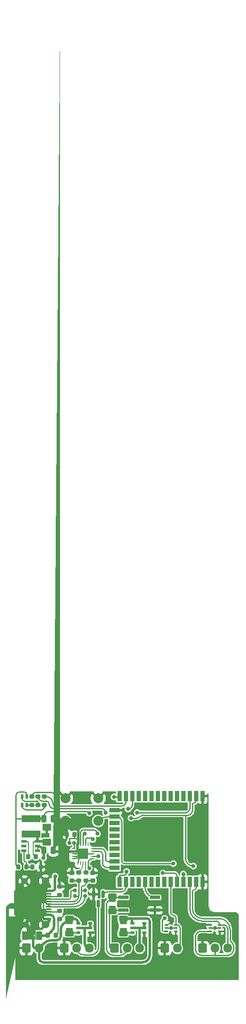
<source format=gbr>
%TF.GenerationSoftware,KiCad,Pcbnew,(6.0.1-0)*%
%TF.CreationDate,2022-01-30T13:27:06+00:00*%
%TF.ProjectId,ASR33,41535233-332e-46b6-9963-61645f706362,1*%
%TF.SameCoordinates,Original*%
%TF.FileFunction,Copper,L1,Top*%
%TF.FilePolarity,Positive*%
%FSLAX46Y46*%
G04 Gerber Fmt 4.6, Leading zero omitted, Abs format (unit mm)*
G04 Created by KiCad (PCBNEW (6.0.1-0)) date 2022-01-30 13:27:06*
%MOMM*%
%LPD*%
G01*
G04 APERTURE LIST*
G04 Aperture macros list*
%AMRoundRect*
0 Rectangle with rounded corners*
0 $1 Rounding radius*
0 $2 $3 $4 $5 $6 $7 $8 $9 X,Y pos of 4 corners*
0 Add a 4 corners polygon primitive as box body*
4,1,4,$2,$3,$4,$5,$6,$7,$8,$9,$2,$3,0*
0 Add four circle primitives for the rounded corners*
1,1,$1+$1,$2,$3*
1,1,$1+$1,$4,$5*
1,1,$1+$1,$6,$7*
1,1,$1+$1,$8,$9*
0 Add four rect primitives between the rounded corners*
20,1,$1+$1,$2,$3,$4,$5,0*
20,1,$1+$1,$4,$5,$6,$7,0*
20,1,$1+$1,$6,$7,$8,$9,0*
20,1,$1+$1,$8,$9,$2,$3,0*%
%AMFreePoly0*
4,1,136,3.383385,4.221938,3.559722,4.168447,3.722236,4.081581,3.864680,3.964680,3.981581,3.822236,4.068447,3.659722,4.121938,3.483385,4.125213,3.450138,4.182769,3.539508,4.186818,3.554319,4.232803,3.599839,4.295387,3.616268,4.357802,3.599205,4.403322,3.553220,4.419751,3.490636,4.402688,3.428221,4.402685,3.428218,4.172864,3.069999,4.056927,2.918726,3.981581,2.777764,
3.864680,2.635320,3.750000,2.541204,3.750000,0.022998,4.066621,-0.229499,4.408387,-0.546611,4.440740,-0.602647,4.440740,-0.667351,4.408387,-0.723387,4.352351,-0.755740,4.287647,-0.755740,4.231611,-0.723387,4.223834,-0.709917,3.889556,-0.400914,3.520256,-0.109781,3.483169,-0.085000,2.500000,-0.085000,2.500000,-1.185000,3.750000,-1.185000,3.750000,-2.745000,-3.750000,-2.745000,
-3.750000,-1.185000,-2.500000,-1.185000,-2.500000,-0.085000,-3.483168,-0.085000,-3.520257,-0.109782,-3.889557,-0.400914,-4.223835,-0.709917,-4.231612,-0.723388,-4.287648,-0.755741,-4.352352,-0.755741,-4.408388,-0.723388,-4.440741,-0.667352,-4.440741,-0.602648,-4.408388,-0.546612,-4.066622,-0.229500,-3.750000,0.022998,-3.750000,2.541204,-3.864680,2.635320,-3.981581,2.777764,-4.057059,2.918973,
-4.182136,3.083248,-4.410822,3.442198,-4.427688,3.504666,-4.411060,3.567198,-4.365394,3.613038,-4.302926,3.629904,-4.240394,3.613276,-4.194554,3.567610,-4.190552,3.552787,-4.125171,3.450557,-4.121938,3.483385,-4.068447,3.659722,-3.981581,3.822236,-3.864680,3.964680,-3.722236,4.081581,-3.559722,4.168447,-3.383385,4.221938,-3.200000,4.240000,-3.137500,4.223253,-3.091747,4.177500,
-3.075000,4.115000,-3.091747,4.052500,-3.137500,4.006747,-3.200000,3.990000,-3.211471,3.993074,-3.354511,3.976957,-3.501274,3.925602,-3.632930,3.842877,-3.742877,3.732930,-3.825602,3.601274,-3.876957,3.454511,-3.894366,3.300000,-3.876957,3.145489,-3.839657,3.038894,-3.713800,2.875371,-3.594054,2.745000,-2.998152,2.745000,-3.015000,3.045000,-2.998253,3.107500,-2.952500,3.153253,
-2.890000,3.170000,-2.827500,3.153253,-2.781747,3.107500,-2.765000,3.045000,-2.768849,3.030634,-2.752213,2.745000,2.752213,2.745000,2.768849,3.030634,2.765000,3.045000,2.781747,3.107500,2.827500,3.153253,2.890000,3.170000,2.952500,3.153253,2.998253,3.107500,3.015000,3.045000,2.998152,2.745000,3.594234,2.745000,3.703871,2.863608,3.839648,3.038866,3.876957,3.145489,
3.894366,3.300000,3.876957,3.454511,3.825602,3.601274,3.742877,3.732930,3.632930,3.842877,3.501274,3.925602,3.354511,3.976957,3.211471,3.993074,3.200000,3.990000,3.137500,4.006747,3.091747,4.052500,3.075000,4.115000,3.091747,4.177500,3.137500,4.223253,3.200000,4.240000,3.383385,4.221938,3.383385,4.221938,$1*%
%AMFreePoly1*
4,1,6,1.000000,-1.000000,-1.000000,-1.000000,-1.000000,0.750000,-0.750000,1.000000,1.000000,1.000000,1.000000,-1.000000,1.000000,-1.000000,$1*%
%AMFreePoly2*
4,1,43,1.102950,0.110584,1.224483,0.068057,1.333507,-0.000447,1.424553,-0.091493,1.493057,-0.200517,1.535584,-0.322050,1.550000,-0.450000,1.533253,-0.512500,1.487500,-0.558253,1.425000,-0.575000,1.362500,-0.558253,1.316747,-0.512500,1.300000,-0.450000,1.302546,-0.440498,1.287946,-0.348318,1.241208,-0.256589,1.168411,-0.183792,1.076682,-0.137054,0.984502,-0.122454,0.975000,-0.125000,
-0.975000,-0.125000,-0.984502,-0.122454,-1.076682,-0.137054,-1.168411,-0.183792,-1.241208,-0.256589,-1.287946,-0.348318,-1.302546,-0.440498,-1.300000,-0.450000,-1.316747,-0.512500,-1.362500,-0.558253,-1.425000,-0.575000,-1.487500,-0.558253,-1.533253,-0.512500,-1.550000,-0.450000,-1.535584,-0.322050,-1.493057,-0.200517,-1.424553,-0.091493,-1.333507,-0.000447,-1.224483,0.068057,-1.102950,0.110584,
-0.975000,0.125000,0.975000,0.125000,1.102950,0.110584,1.102950,0.110584,$1*%
%AMFreePoly3*
4,1,24,1.812500,0.558253,1.858253,0.512500,1.875000,0.450000,1.860584,0.322050,1.818057,0.200517,1.749553,0.091493,1.658507,0.000447,1.549483,-0.068057,1.427950,-0.110584,1.300000,-0.125000,-1.300000,-0.125000,-1.300000,0.125000,1.300000,0.125000,1.309502,0.122454,1.401682,0.137054,1.493411,0.183792,1.566208,0.256589,1.612946,0.348318,1.627546,0.440498,1.625000,0.450000,
1.641747,0.512500,1.687500,0.558253,1.750000,0.575000,1.812500,0.558253,1.812500,0.558253,$1*%
%AMFreePoly4*
4,1,37,1.095671,1.230970,1.176777,1.176777,1.230970,1.095671,1.250000,1.000000,1.234611,0.804457,1.188821,0.613729,1.113759,0.432512,1.011272,0.265269,0.883885,0.116117,0.734733,-0.011271,0.567490,-0.113758,0.386273,-0.188820,0.195545,-0.234610,0.000002,-0.250000,-0.095669,-0.230970,-0.176775,-0.176777,-0.230968,-0.095671,-0.249998,0.000000,-0.230968,0.095671,-0.176775,0.176777,
-0.095669,0.230970,0.000002,0.250000,0.012204,0.247573,0.147027,0.260852,0.288403,0.303738,0.418695,0.373381,0.532897,0.467104,0.626620,0.581306,0.696263,0.711599,0.739148,0.852974,0.752427,0.987798,0.750000,1.000000,0.769030,1.095671,0.823223,1.176777,0.904329,1.230970,1.000000,1.250000,1.095671,1.230970,1.095671,1.230970,$1*%
%AMFreePoly5*
4,1,72,4.686563,7.086550,4.817878,7.046716,4.938899,6.982029,5.044975,6.894975,5.132029,6.788899,5.196716,6.667878,5.236550,6.536563,5.250000,6.400000,5.250000,1.600000,5.230970,1.504329,5.176777,1.423223,5.112500,1.380275,5.112500,0.250000,6.600000,0.250000,6.695671,0.230970,6.776777,0.176777,6.830970,0.095671,6.850000,0.000000,6.830970,-0.095671,6.776777,-0.176777,
6.695671,-0.230970,6.600000,-0.250000,0.000000,-0.250000,-0.095671,-0.230970,-0.176777,-0.176777,-0.230970,-0.095671,-0.250000,0.000000,-0.230970,0.095671,-0.176777,0.176777,-0.095671,0.230970,0.000000,0.250000,4.612500,0.250000,4.612500,1.600000,4.631530,1.695671,4.685723,1.776777,4.750000,1.819725,4.750000,6.400000,4.751388,6.406978,4.742582,6.462574,4.713820,6.519022,
4.669022,6.563820,4.612574,6.592582,4.556978,6.601388,4.550000,6.600000,1.550000,6.600000,1.543022,6.601388,1.487426,6.592582,1.430978,6.563820,1.386180,6.519022,1.357418,6.462574,1.348612,6.406978,1.350000,6.400000,1.350000,5.900000,1.330970,5.804329,1.276777,5.723223,1.195671,5.669030,1.100000,5.650000,1.004329,5.669030,0.923223,5.723223,0.869030,5.804329,
0.850000,5.900000,0.850000,6.400000,0.863450,6.536563,0.903284,6.667878,0.967971,6.788899,1.055025,6.894975,1.161101,6.982029,1.282122,7.046716,1.413437,7.086550,1.550000,7.100000,4.550000,7.100000,4.686563,7.086550,4.686563,7.086550,$1*%
G04 Aperture macros list end*
%TA.AperFunction,SMDPad,CuDef*%
%ADD10R,1.140000X0.600000*%
%TD*%
%TA.AperFunction,SMDPad,CuDef*%
%ADD11RoundRect,0.075000X-0.495000X0.075000X-0.495000X-0.075000X0.495000X-0.075000X0.495000X0.075000X0*%
%TD*%
%TA.AperFunction,ComponentPad*%
%ADD12C,0.600000*%
%TD*%
%TA.AperFunction,SMDPad,CuDef*%
%ADD13R,5.490000X5.000000*%
%TD*%
%TA.AperFunction,ComponentPad*%
%ADD14C,1.500000*%
%TD*%
%TA.AperFunction,ComponentPad*%
%ADD15C,1.250000*%
%TD*%
%TA.AperFunction,SMDPad,CuDef*%
%ADD16FreePoly0,270.000000*%
%TD*%
%TA.AperFunction,SMDPad,CuDef*%
%ADD17RoundRect,0.062500X-0.287500X-0.062500X0.287500X-0.062500X0.287500X0.062500X-0.287500X0.062500X0*%
%TD*%
%TA.AperFunction,SMDPad,CuDef*%
%ADD18RoundRect,0.062500X-0.062500X-0.287500X0.062500X-0.287500X0.062500X0.287500X-0.062500X0.287500X0*%
%TD*%
%TA.AperFunction,ComponentPad*%
%ADD19C,0.350000*%
%TD*%
%TA.AperFunction,SMDPad,CuDef*%
%ADD20FreePoly1,0.000000*%
%TD*%
%TA.AperFunction,SMDPad,CuDef*%
%ADD21R,0.900000X2.000000*%
%TD*%
%TA.AperFunction,SMDPad,CuDef*%
%ADD22R,2.000000X0.900000*%
%TD*%
%TA.AperFunction,SMDPad,CuDef*%
%ADD23R,5.000000X5.000000*%
%TD*%
%TA.AperFunction,SMDPad,CuDef*%
%ADD24RoundRect,0.200000X0.275000X-0.200000X0.275000X0.200000X-0.275000X0.200000X-0.275000X-0.200000X0*%
%TD*%
%TA.AperFunction,SMDPad,CuDef*%
%ADD25RoundRect,0.225000X0.225000X0.250000X-0.225000X0.250000X-0.225000X-0.250000X0.225000X-0.250000X0*%
%TD*%
%TA.AperFunction,SMDPad,CuDef*%
%ADD26RoundRect,0.200000X-0.275000X0.200000X-0.275000X-0.200000X0.275000X-0.200000X0.275000X0.200000X0*%
%TD*%
%TA.AperFunction,SMDPad,CuDef*%
%ADD27R,0.500000X0.850000*%
%TD*%
%TA.AperFunction,SMDPad,CuDef*%
%ADD28RoundRect,0.225000X0.250000X-0.225000X0.250000X0.225000X-0.250000X0.225000X-0.250000X-0.225000X0*%
%TD*%
%TA.AperFunction,SMDPad,CuDef*%
%ADD29RoundRect,0.137500X0.262500X0.137500X-0.262500X0.137500X-0.262500X-0.137500X0.262500X-0.137500X0*%
%TD*%
%TA.AperFunction,SMDPad,CuDef*%
%ADD30R,2.000000X0.640000*%
%TD*%
%TA.AperFunction,SMDPad,CuDef*%
%ADD31R,0.650000X0.400000*%
%TD*%
%TA.AperFunction,SMDPad,CuDef*%
%ADD32RoundRect,0.150000X-0.150000X0.587500X-0.150000X-0.587500X0.150000X-0.587500X0.150000X0.587500X0*%
%TD*%
%TA.AperFunction,ComponentPad*%
%ADD33RoundRect,0.250000X-0.600000X-0.675000X0.600000X-0.675000X0.600000X0.675000X-0.600000X0.675000X0*%
%TD*%
%TA.AperFunction,ComponentPad*%
%ADD34O,1.700000X1.850000*%
%TD*%
%TA.AperFunction,SMDPad,CuDef*%
%ADD35RoundRect,0.247500X0.627500X-0.315000X0.627500X0.315000X-0.627500X0.315000X-0.627500X-0.315000X0*%
%TD*%
%TA.AperFunction,SMDPad,CuDef*%
%ADD36RoundRect,0.256250X0.443750X-0.256250X0.443750X0.256250X-0.443750X0.256250X-0.443750X-0.256250X0*%
%TD*%
%TA.AperFunction,SMDPad,CuDef*%
%ADD37RoundRect,0.200000X0.200000X0.275000X-0.200000X0.275000X-0.200000X-0.275000X0.200000X-0.275000X0*%
%TD*%
%TA.AperFunction,ComponentPad*%
%ADD38C,2.000000*%
%TD*%
%TA.AperFunction,SMDPad,CuDef*%
%ADD39RoundRect,0.250000X-0.375000X-0.625000X0.375000X-0.625000X0.375000X0.625000X-0.375000X0.625000X0*%
%TD*%
%TA.AperFunction,SMDPad,CuDef*%
%ADD40RoundRect,0.200000X-0.200000X-0.275000X0.200000X-0.275000X0.200000X0.275000X-0.200000X0.275000X0*%
%TD*%
%TA.AperFunction,SMDPad,CuDef*%
%ADD41R,1.100000X0.600000*%
%TD*%
%TA.AperFunction,SMDPad,CuDef*%
%ADD42RoundRect,0.249375X0.625625X-0.463125X0.625625X0.463125X-0.625625X0.463125X-0.625625X-0.463125X0*%
%TD*%
%TA.AperFunction,SMDPad,CuDef*%
%ADD43FreePoly2,90.000000*%
%TD*%
%TA.AperFunction,SMDPad,CuDef*%
%ADD44FreePoly3,90.000000*%
%TD*%
%TA.AperFunction,SMDPad,CuDef*%
%ADD45R,2.000000X0.500000*%
%TD*%
%TA.AperFunction,SMDPad,CuDef*%
%ADD46R,3.700000X1.425000*%
%TD*%
%TA.AperFunction,SMDPad,CuDef*%
%ADD47R,0.500000X2.000000*%
%TD*%
%TA.AperFunction,SMDPad,CuDef*%
%ADD48FreePoly4,90.000000*%
%TD*%
%TA.AperFunction,SMDPad,CuDef*%
%ADD49RoundRect,0.250000X-0.250000X-0.475000X0.250000X-0.475000X0.250000X0.475000X-0.250000X0.475000X0*%
%TD*%
%TA.AperFunction,SMDPad,CuDef*%
%ADD50FreePoly5,90.000000*%
%TD*%
%TA.AperFunction,SMDPad,CuDef*%
%ADD51R,4.000000X0.500000*%
%TD*%
%TA.AperFunction,ViaPad*%
%ADD52C,0.800000*%
%TD*%
%TA.AperFunction,Conductor*%
%ADD53C,0.200000*%
%TD*%
%TA.AperFunction,Conductor*%
%ADD54C,0.250000*%
%TD*%
%TA.AperFunction,Conductor*%
%ADD55C,0.500000*%
%TD*%
G04 APERTURE END LIST*
D10*
%TO.P,J1,A1,GND*%
%TO.N,GND*%
X126860000Y-101200000D03*
%TO.P,J1,A4,VBUS*%
%TO.N,VBUS*%
X126860000Y-102000000D03*
D11*
%TO.P,J1,A5,CC1*%
%TO.N,Net-(J1-PadA5)*%
X126860000Y-103150000D03*
%TO.P,J1,A6,D+*%
%TO.N,Net-(C3-Pad1)*%
X126860000Y-104150000D03*
%TO.P,J1,A7,D-*%
%TO.N,Net-(C2-Pad1)*%
X126860000Y-104650000D03*
%TO.P,J1,A8,SBU1*%
%TO.N,unconnected-(J1-PadA8)*%
X126860000Y-105650000D03*
D10*
%TO.P,J1,A9,VBUS*%
%TO.N,VBUS*%
X126860000Y-106800000D03*
%TO.P,J1,A12,GND*%
%TO.N,GND*%
X126860000Y-107600000D03*
%TO.P,J1,B1,GND*%
X126860000Y-107600000D03*
%TO.P,J1,B4,VBUS*%
%TO.N,VBUS*%
X126860000Y-106800000D03*
D11*
%TO.P,J1,B5,CC2*%
%TO.N,Net-(J1-PadB5)*%
X126860000Y-106150000D03*
%TO.P,J1,B6,D+*%
%TO.N,Net-(C3-Pad1)*%
X126860000Y-105150000D03*
%TO.P,J1,B7,D-*%
%TO.N,Net-(C2-Pad1)*%
X126860000Y-103650000D03*
%TO.P,J1,B8,SBU2*%
%TO.N,unconnected-(J1-PadB8)*%
X126860000Y-102650000D03*
D10*
%TO.P,J1,B9,VBUS*%
%TO.N,VBUS*%
X126860000Y-102000000D03*
%TO.P,J1,B12,GND*%
%TO.N,GND*%
X126860000Y-101200000D03*
D12*
%TO.P,J1,S1,SHIELD*%
X125790000Y-107290000D03*
D13*
X122745000Y-104400000D03*
D14*
X126280000Y-108720000D03*
D15*
X122110000Y-108720000D03*
D16*
X122745000Y-104400000D03*
D15*
X122110000Y-100080000D03*
D12*
X125790000Y-101510000D03*
D14*
X126280000Y-100080000D03*
%TD*%
D17*
%TO.P,U2,1,RXD*%
%TO.N,O*%
X131850000Y-93650000D03*
%TO.P,U2,2,~{RI}*%
%TO.N,GND*%
X131850000Y-94150000D03*
%TO.P,U2,3,GND*%
X131850000Y-94650000D03*
%TO.P,U2,4,~{DSR}*%
X131850000Y-95150000D03*
%TO.P,U2,5,~{DCD}*%
X131850000Y-95650000D03*
D18*
%TO.P,U2,6,~{CTS}*%
X132750000Y-96550000D03*
%TO.P,U2,7,CBUS2*%
%TO.N,unconnected-(U2-Pad7)*%
X133250000Y-96550000D03*
%TO.P,U2,8,USBDP*%
%TO.N,D+*%
X133750000Y-96550000D03*
%TO.P,U2,9,USBDM*%
%TO.N,D-*%
X134250000Y-96550000D03*
%TO.P,U2,10,3V3OUT*%
%TO.N,Net-(C1-Pad1)*%
X134750000Y-96550000D03*
D17*
%TO.P,U2,11,~{RESET}*%
X135650000Y-95650000D03*
%TO.P,U2,12,VCC*%
%TO.N,VBUS*%
X135650000Y-95150000D03*
%TO.P,U2,13,GND*%
%TO.N,GND*%
X135650000Y-94650000D03*
%TO.P,U2,14,CBUS1*%
%TO.N,CHARGER*%
X135650000Y-94150000D03*
%TO.P,U2,15,CBUS0*%
%TO.N,USB*%
X135650000Y-93650000D03*
D18*
%TO.P,U2,16,CBUS3*%
%TO.N,unconnected-(U2-Pad16)*%
X134750000Y-92750000D03*
%TO.P,U2,17,TXD*%
%TO.N,I*%
X134250000Y-92750000D03*
%TO.P,U2,18,~{DTR}*%
%TO.N,GPIO0*%
X133750000Y-92750000D03*
%TO.P,U2,19,~{RTS}*%
%TO.N,EN*%
X133250000Y-92750000D03*
%TO.P,U2,20,VCCIO*%
%TO.N,Net-(C1-Pad1)*%
X132750000Y-92750000D03*
D19*
%TO.P,U2,21,GND*%
%TO.N,GND*%
X133750000Y-94650000D03*
D20*
X133750000Y-94650000D03*
%TD*%
D21*
%TO.P,U1,1,GND*%
%TO.N,GND*%
X157505000Y-83250000D03*
%TO.P,U1,2,VDD*%
%TO.N,+3V3*%
X156235000Y-83250000D03*
%TO.P,U1,3,EN*%
%TO.N,EN*%
X154965000Y-83250000D03*
%TO.P,U1,4,SENSOR_VP*%
%TO.N,unconnected-(U1-Pad4)*%
X153695000Y-83250000D03*
%TO.P,U1,5,SENSOR_VN*%
%TO.N,unconnected-(U1-Pad5)*%
X152425000Y-83250000D03*
%TO.P,U1,6,IO34*%
%TO.N,unconnected-(U1-Pad6)*%
X151155000Y-83250000D03*
%TO.P,U1,7,IO35*%
%TO.N,unconnected-(U1-Pad7)*%
X149885000Y-83250000D03*
%TO.P,U1,8,IO32*%
%TO.N,unconnected-(U1-Pad8)*%
X148615000Y-83250000D03*
%TO.P,U1,9,IO33*%
%TO.N,unconnected-(U1-Pad9)*%
X147345000Y-83250000D03*
%TO.P,U1,10,IO25*%
%TO.N,unconnected-(U1-Pad10)*%
X146075000Y-83250000D03*
%TO.P,U1,11,IO26*%
%TO.N,unconnected-(U1-Pad11)*%
X144805000Y-83250000D03*
%TO.P,U1,12,IO27*%
%TO.N,B*%
X143535000Y-83250000D03*
%TO.P,U1,13,IO14*%
%TO.N,G*%
X142265000Y-83250000D03*
%TO.P,U1,14,IO12*%
%TO.N,R*%
X140995000Y-83250000D03*
D22*
%TO.P,U1,15,GND*%
%TO.N,GND*%
X139995000Y-86035000D03*
%TO.P,U1,16,IO13*%
%TO.N,BUTTON*%
X139995000Y-87305000D03*
%TO.P,U1,17,SHD/SD2*%
%TO.N,unconnected-(U1-Pad17)*%
X139995000Y-88575000D03*
%TO.P,U1,18,SWP/SD3*%
%TO.N,unconnected-(U1-Pad18)*%
X139995000Y-89845000D03*
%TO.P,U1,19,SCS/CMD*%
%TO.N,unconnected-(U1-Pad19)*%
X139995000Y-91115000D03*
%TO.P,U1,20,SCK/CLK*%
%TO.N,unconnected-(U1-Pad20)*%
X139995000Y-92385000D03*
%TO.P,U1,21,SDO/SD0*%
%TO.N,unconnected-(U1-Pad21)*%
X139995000Y-93655000D03*
%TO.P,U1,22,SDI/SD1*%
%TO.N,unconnected-(U1-Pad22)*%
X139995000Y-94925000D03*
%TO.P,U1,23,IO15*%
%TO.N,USB*%
X139995000Y-96195000D03*
%TO.P,U1,24,IO2*%
%TO.N,CHARGER*%
X139995000Y-97465000D03*
D21*
%TO.P,U1,25,IO0*%
%TO.N,GPIO0*%
X140995000Y-100250000D03*
%TO.P,U1,26,IO4*%
%TO.N,TX20MA*%
X142265000Y-100250000D03*
%TO.P,U1,27,IO16*%
%TO.N,unconnected-(U1-Pad27)*%
X143535000Y-100250000D03*
%TO.P,U1,28,IO17*%
%TO.N,unconnected-(U1-Pad28)*%
X144805000Y-100250000D03*
%TO.P,U1,29,IO5*%
%TO.N,RX20MA*%
X146075000Y-100250000D03*
%TO.P,U1,30,IO18*%
%TO.N,unconnected-(U1-Pad30)*%
X147345000Y-100250000D03*
%TO.P,U1,31,IO19*%
%TO.N,unconnected-(U1-Pad31)*%
X148615000Y-100250000D03*
%TO.P,U1,32,NC*%
%TO.N,unconnected-(U1-Pad32)*%
X149885000Y-100250000D03*
%TO.P,U1,33,IO21*%
%TO.N,RUN*%
X151155000Y-100250000D03*
%TO.P,U1,34,RXD0/IO3*%
%TO.N,I*%
X152425000Y-100250000D03*
%TO.P,U1,35,TXD0/IO1*%
%TO.N,O*%
X153695000Y-100250000D03*
%TO.P,U1,36,IO22*%
%TO.N,MTR*%
X154965000Y-100250000D03*
%TO.P,U1,37,IO23*%
%TO.N,PWR*%
X156235000Y-100250000D03*
%TO.P,U1,38,GND*%
%TO.N,GND*%
X157505000Y-100250000D03*
D23*
%TO.P,U1,39,GND*%
X150005000Y-90750000D03*
%TD*%
D24*
%TO.P,R3,1*%
%TO.N,Net-(D1-Pad4)*%
X124800000Y-84975000D03*
%TO.P,R3,2*%
%TO.N,B*%
X124800000Y-83325000D03*
%TD*%
D25*
%TO.P,C1,1*%
%TO.N,Net-(C1-Pad1)*%
X132075000Y-90800000D03*
%TO.P,C1,2*%
%TO.N,GND*%
X130525000Y-90800000D03*
%TD*%
D24*
%TO.P,R5,1*%
%TO.N,GND*%
X129100000Y-107625000D03*
%TO.P,R5,2*%
%TO.N,Net-(J1-PadB5)*%
X129100000Y-105975000D03*
%TD*%
%TO.P,R4,1*%
%TO.N,Net-(J1-PadA5)*%
X129100000Y-102825000D03*
%TO.P,R4,2*%
%TO.N,GND*%
X129100000Y-101175000D03*
%TD*%
%TO.P,R6,1*%
%TO.N,Net-(C2-Pad1)*%
X134300000Y-100025000D03*
%TO.P,R6,2*%
%TO.N,D-*%
X134300000Y-98375000D03*
%TD*%
D26*
%TO.P,R7,1*%
%TO.N,D+*%
X132900000Y-98375000D03*
%TO.P,R7,2*%
%TO.N,Net-(C3-Pad1)*%
X132900000Y-100025000D03*
%TD*%
D27*
%TO.P,D1,1,A*%
%TO.N,+3V3*%
X122600000Y-83275000D03*
%TO.P,D1,2,RK*%
%TO.N,Net-(D1-Pad2)*%
X122600000Y-85025000D03*
%TO.P,D1,3,GK*%
%TO.N,Net-(D1-Pad3)*%
X121600000Y-85025000D03*
%TO.P,D1,4,BK*%
%TO.N,Net-(D1-Pad4)*%
X121600000Y-83275000D03*
%TD*%
D24*
%TO.P,R1,1*%
%TO.N,Net-(D1-Pad2)*%
X123600000Y-84975000D03*
%TO.P,R1,2*%
%TO.N,R*%
X123600000Y-83325000D03*
%TD*%
%TO.P,R2,1*%
%TO.N,Net-(D1-Pad3)*%
X126000000Y-84975000D03*
%TO.P,R2,2*%
%TO.N,G*%
X126000000Y-83325000D03*
%TD*%
D25*
%TO.P,C4,1*%
%TO.N,GND*%
X128300000Y-110800000D03*
%TO.P,C4,2*%
%TO.N,VBUS*%
X126750000Y-110800000D03*
%TD*%
D28*
%TO.P,C2,1*%
%TO.N,Net-(C2-Pad1)*%
X135700000Y-99975000D03*
%TO.P,C2,2*%
%TO.N,GND*%
X135700000Y-98425000D03*
%TD*%
%TO.P,C3,1*%
%TO.N,Net-(C3-Pad1)*%
X131500000Y-99975000D03*
%TO.P,C3,2*%
%TO.N,GND*%
X131500000Y-98425000D03*
%TD*%
D29*
%TO.P,U4,1,GND*%
%TO.N,GND*%
X145950000Y-110350000D03*
%TO.P,U4,2,IOUT*%
%TO.N,Net-(J6-Pad3)*%
X145950000Y-109400000D03*
%TO.P,U4,3,IOUT*%
X145950000Y-108450000D03*
%TO.P,U4,4,VS*%
%TO.N,DC*%
X143550000Y-108450000D03*
%TO.P,U4,5,IOUT*%
%TO.N,Net-(J6-Pad3)*%
X143550000Y-109400000D03*
%TO.P,U4,6,REXT*%
%TO.N,Net-(JP2-Pad1)*%
X143550000Y-110350000D03*
%TD*%
%TO.P,U3,1,GND*%
%TO.N,GND*%
X135200000Y-110350000D03*
%TO.P,U3,2,IOUT*%
%TO.N,Net-(J5-Pad3)*%
X135200000Y-109400000D03*
%TO.P,U3,3,IOUT*%
X135200000Y-108450000D03*
%TO.P,U3,4,VS*%
%TO.N,DC*%
X132800000Y-108450000D03*
%TO.P,U3,5,IOUT*%
%TO.N,Net-(J5-Pad3)*%
X132800000Y-109400000D03*
%TO.P,U3,6,REXT*%
%TO.N,Net-(JP1-Pad1)*%
X132800000Y-110350000D03*
%TD*%
D30*
%TO.P,U5,1*%
%TO.N,Net-(J6-Pad2)*%
X141750000Y-103330000D03*
%TO.P,U5,2*%
%TO.N,Net-(J6-Pad1)*%
X141750000Y-105870000D03*
%TO.P,U5,3*%
%TO.N,GND*%
X148050000Y-105870000D03*
%TO.P,U5,4*%
%TO.N,RX20MA*%
X148050000Y-103330000D03*
%TD*%
D31*
%TO.P,D2,1,A1*%
%TO.N,GND*%
X160950000Y-110050000D03*
%TO.P,D2,2,K2*%
%TO.N,+3V3*%
X160950000Y-109400000D03*
%TO.P,D2,3,K1A2*%
%TO.N,MTR*%
X160950000Y-108750000D03*
%TO.P,D2,4,A3*%
%TO.N,GND*%
X159050000Y-108750000D03*
%TO.P,D2,5,K4*%
%TO.N,+3V3*%
X159050000Y-109400000D03*
%TO.P,D2,6,K3A4*%
%TO.N,PWR*%
X159050000Y-110050000D03*
%TD*%
D32*
%TO.P,Q1,1,G*%
%TO.N,TX20MA*%
X137750000Y-102662500D03*
%TO.P,Q1,2,S*%
%TO.N,GND*%
X135850000Y-102662500D03*
%TO.P,Q1,3,D*%
%TO.N,Net-(J5-Pad2)*%
X136800000Y-104537500D03*
%TD*%
D33*
%TO.P,J5,1,Pin_1*%
%TO.N,GND*%
X130000000Y-113400000D03*
D34*
%TO.P,J5,2,Pin_2*%
%TO.N,Net-(J5-Pad2)*%
X132500000Y-113400000D03*
%TO.P,J5,3,Pin_3*%
%TO.N,Net-(J5-Pad3)*%
X135000000Y-113400000D03*
%TD*%
D35*
%TO.P,JP1,1,A*%
%TO.N,Net-(JP1-Pad1)*%
X131000000Y-110462500D03*
D36*
X131000000Y-109912500D03*
D35*
%TO.P,JP1,2,B*%
%TO.N,DC*%
X131000000Y-107537500D03*
D36*
X131000000Y-108087500D03*
%TD*%
%TO.P,JP4,1,A*%
%TO.N,Net-(J6-Pad1)*%
X139600000Y-105512500D03*
D35*
X139600000Y-106062500D03*
%TO.P,JP4,2,B*%
%TO.N,Net-(J6-Pad2)*%
X139600000Y-103137500D03*
D36*
X139600000Y-103687500D03*
%TD*%
D37*
%TO.P,R9,1*%
%TO.N,GND*%
X125325000Y-97250000D03*
%TO.P,R9,2*%
%TO.N,Net-(R8-Pad2)*%
X123675000Y-97250000D03*
%TD*%
D38*
%TO.P,SW1,1,1*%
%TO.N,GND*%
X136750000Y-83650000D03*
X130250000Y-83650000D03*
%TO.P,SW1,2,2*%
%TO.N,BUTTON*%
X136750000Y-88150000D03*
X130250000Y-88150000D03*
%TD*%
D31*
%TO.P,D3,1,A1*%
%TO.N,GND*%
X150300000Y-108750000D03*
%TO.P,D3,2,K2*%
%TO.N,+3V3*%
X150300000Y-109400000D03*
%TO.P,D3,3,K1A2*%
%TO.N,BUTTON*%
X150300000Y-110050000D03*
%TO.P,D3,4,A3*%
%TO.N,GND*%
X152200000Y-110050000D03*
%TO.P,D3,5,K4*%
%TO.N,+3V3*%
X152200000Y-109400000D03*
%TO.P,D3,6,K3A4*%
%TO.N,RUN*%
X152200000Y-108750000D03*
%TD*%
D39*
%TO.P,D4,1,K*%
%TO.N,DC*%
X122200000Y-110900000D03*
%TO.P,D4,2,A*%
%TO.N,VBUS*%
X125000000Y-110900000D03*
%TD*%
D33*
%TO.P,J6,1,Pin_1*%
%TO.N,Net-(J6-Pad1)*%
X140000000Y-113400000D03*
D34*
%TO.P,J6,2,Pin_2*%
%TO.N,Net-(J6-Pad2)*%
X142500000Y-113400000D03*
%TO.P,J6,3,Pin_3*%
%TO.N,Net-(J6-Pad3)*%
X145000000Y-113400000D03*
%TD*%
D33*
%TO.P,J2,1,Pin_1*%
%TO.N,GND*%
X122500000Y-113400000D03*
D34*
%TO.P,J2,2,Pin_2*%
%TO.N,DC*%
X125000000Y-113400000D03*
%TD*%
D36*
%TO.P,JP2,1,A*%
%TO.N,Net-(JP2-Pad1)*%
X141750000Y-109912500D03*
D35*
X141750000Y-110462500D03*
D36*
%TO.P,JP2,2,B*%
%TO.N,DC*%
X141750000Y-108087500D03*
D35*
X141750000Y-107537500D03*
%TD*%
D40*
%TO.P,R8,1*%
%TO.N,+3V3*%
X120850000Y-97250000D03*
%TO.P,R8,2*%
%TO.N,Net-(R8-Pad2)*%
X122500000Y-97250000D03*
%TD*%
D33*
%TO.P,J3,1,Pin_1*%
%TO.N,GND*%
X157500000Y-113400000D03*
D34*
%TO.P,J3,2,Pin_2*%
%TO.N,PWR*%
X160000000Y-113400000D03*
%TO.P,J3,3,Pin_3*%
%TO.N,MTR*%
X162500000Y-113400000D03*
%TD*%
D33*
%TO.P,J4,1,Pin_1*%
%TO.N,GND*%
X150000000Y-113400000D03*
D34*
%TO.P,J4,2,Pin_2*%
%TO.N,RUN*%
X152500000Y-113400000D03*
%TD*%
D41*
%TO.P,U6,*%
%TO.N,*%
X122000000Y-92200000D03*
D42*
X126520000Y-92352500D03*
D43*
X123800000Y-93625000D03*
D44*
X122900000Y-93950000D03*
D45*
X125650000Y-92200000D03*
D46*
X123400000Y-90750000D03*
D47*
X124700000Y-91250000D03*
D25*
X122825000Y-95250000D03*
X124375000Y-95250000D03*
D41*
X124700000Y-92200000D03*
%TO.P,U6,1,SHDN*%
%TO.N,DC*%
X124700000Y-94100000D03*
D48*
%TO.P,U6,2,VIN*%
X125900000Y-94210000D03*
D49*
X125950000Y-94000000D03*
D41*
X124700000Y-93150000D03*
D49*
%TO.P,U6,3,GND*%
%TO.N,GND*%
X127850000Y-94000000D03*
D50*
X127850000Y-94250000D03*
D42*
X126520000Y-89387500D03*
D49*
X127850000Y-87750000D03*
D41*
X122000000Y-93150000D03*
D51*
%TO.P,U6,4,VOUT*%
%TO.N,+3V3*%
X124150000Y-87750000D03*
D46*
X123400000Y-87750000D03*
D49*
X125950000Y-87750000D03*
D41*
%TO.P,U6,5,FB*%
%TO.N,Net-(R8-Pad2)*%
X122000000Y-94100000D03*
%TD*%
D52*
%TO.N,GND*%
X126500000Y-90900000D03*
%TO.N,+3V3*%
X155700000Y-97100000D03*
X151300000Y-109400000D03*
X160000000Y-109400000D03*
X135000000Y-86600000D03*
X143300000Y-87600000D03*
%TO.N,VBUS*%
X136800000Y-95200000D03*
X128200000Y-99100000D03*
%TO.N,Net-(C1-Pad1)*%
X131000000Y-92500000D03*
X135000985Y-97498436D03*
%TO.N,O*%
X153700000Y-98700000D03*
X132000000Y-92500000D03*
%TO.N,I*%
X135700000Y-91800000D03*
X149600000Y-98500000D03*
%TO.N,EN*%
X136600000Y-90700000D03*
X144500000Y-86500000D03*
%TO.N,GPIO0*%
X134100000Y-90700000D03*
X142400000Y-98200000D03*
%TO.N,Net-(C2-Pad1)*%
X132100000Y-101900000D03*
X134200000Y-101900000D03*
%TO.N,R*%
X139900000Y-83400000D03*
X128400000Y-83500000D03*
%TO.N,B*%
X138200000Y-86500000D03*
X142700000Y-85800000D03*
%TO.N,Net-(C3-Pad1)*%
X132100000Y-103000000D03*
X134200000Y-103000000D03*
%TO.N,BUTTON*%
X151700000Y-96600000D03*
X150000000Y-107471864D03*
%TO.N,DC*%
X125900000Y-95500000D03*
%TD*%
D53*
%TO.N,D+*%
X133060571Y-98214429D02*
X132900000Y-98375000D01*
X133060571Y-98214429D02*
G75*
G03*
X133750000Y-96550000I-1664434J1664431D01*
G01*
D54*
%TO.N,GND*%
X133386396Y-95013604D02*
X133750000Y-94650000D01*
X150000000Y-111600000D02*
X150000000Y-113400000D01*
X131850000Y-94650000D02*
X133750000Y-94650000D01*
X151200000Y-108000000D02*
X151200000Y-107700000D01*
D55*
X126520000Y-89387500D02*
X126520000Y-90851716D01*
D54*
X135650000Y-94650000D02*
X133750000Y-94650000D01*
X128700000Y-108025000D02*
X128700000Y-110400000D01*
X136100000Y-107700000D02*
X136100000Y-110200000D01*
X131850000Y-94150000D02*
X132542894Y-94150000D01*
X135900000Y-110400000D02*
X135250000Y-110400000D01*
X150300000Y-108750000D02*
X150450000Y-108750000D01*
X130425000Y-106300000D02*
X134700000Y-106300000D01*
X150100000Y-106600000D02*
X150000000Y-106600000D01*
X129100000Y-107625000D02*
X130425000Y-106300000D01*
X148800000Y-107800000D02*
X148800000Y-110400000D01*
X131850000Y-95150000D02*
X132542894Y-95150000D01*
X148800000Y-107800000D02*
G75*
G02*
X150000000Y-106600000I1200000J0D01*
G01*
X133750000Y-94650000D02*
G75*
G02*
X132542894Y-95150000I-1207107J1207108D01*
G01*
X149800000Y-111400000D02*
G75*
G02*
X148800000Y-110400000I-1J999999D01*
G01*
X128300000Y-110800000D02*
G75*
G03*
X128700000Y-110400000I1J399999D01*
G01*
X150000000Y-111600000D02*
G75*
G03*
X149800000Y-111400000I-200001J-1D01*
G01*
X136100000Y-107700000D02*
G75*
G03*
X134700000Y-106300000I-1400002J-2D01*
G01*
X151200000Y-108000000D02*
G75*
G02*
X150450000Y-108750000I-750000J0D01*
G01*
D55*
X126500000Y-90900000D02*
G75*
G03*
X126520000Y-90851716I-48286J48285D01*
G01*
D54*
X135900000Y-110400000D02*
G75*
G03*
X136100000Y-110200000I-1J200001D01*
G01*
X132750001Y-96550000D02*
G75*
G02*
X133386398Y-95013604I2172801J-4D01*
G01*
X150100000Y-106600000D02*
G75*
G02*
X151200000Y-107700000I-2J-1100002D01*
G01*
X133750000Y-94650000D02*
G75*
G03*
X132542894Y-94150000I-1207107J-1207108D01*
G01*
X133386396Y-95013604D02*
G75*
G02*
X131850000Y-95650000I-1536395J1536395D01*
G01*
X135200000Y-110350000D02*
G75*
G03*
X135250000Y-110400000I50001J1D01*
G01*
X128700000Y-108025000D02*
G75*
G02*
X129100000Y-107625000I399999J1D01*
G01*
D53*
%TO.N,D-*%
X134250000Y-96550000D02*
X134250000Y-98254290D01*
X134300000Y-98375000D02*
G75*
G02*
X134250000Y-98254290I120706J120709D01*
G01*
D54*
%TO.N,+3V3*%
X155500000Y-84900000D02*
X155500000Y-86100000D01*
X122600000Y-83275000D02*
X122600000Y-83000000D01*
X123400000Y-87750000D02*
X120450000Y-87750000D01*
X154600000Y-87000000D02*
X154100000Y-87000000D01*
X120400000Y-87700000D02*
X120400000Y-96800000D01*
X125950000Y-87750000D02*
X125950000Y-87350000D01*
X150300000Y-109400000D02*
X151300000Y-109400000D01*
X154100000Y-87000000D02*
X154100000Y-95500000D01*
X151300000Y-109400000D02*
X152200000Y-109400000D01*
X143300000Y-87600000D02*
X144375736Y-87600000D01*
X159050000Y-109400000D02*
X160000000Y-109400000D01*
X122000000Y-82400000D02*
X121100000Y-82400000D01*
X120400000Y-83100000D02*
X120400000Y-87700000D01*
X154100000Y-87000000D02*
X145824264Y-87000000D01*
X156235000Y-83250000D02*
X156235000Y-84165000D01*
X127000000Y-86300000D02*
X134700000Y-86300000D01*
X160000000Y-109400000D02*
X160950000Y-109400000D01*
X144375736Y-87599999D02*
G75*
G03*
X145100000Y-87300000I0J1024264D01*
G01*
X121100000Y-82400000D02*
G75*
G03*
X120400000Y-83100000I-1J-699999D01*
G01*
X120400000Y-87700000D02*
G75*
G03*
X120450000Y-87750000I50001J1D01*
G01*
X120850000Y-97250000D02*
G75*
G02*
X120400000Y-96800000I0J450000D01*
G01*
X145100000Y-87300000D02*
G75*
G02*
X145824264Y-87000000I724264J-724263D01*
G01*
X154600000Y-87000000D02*
G75*
G03*
X155500000Y-86100000I0J900000D01*
G01*
X155500000Y-84900000D02*
G75*
G02*
X155800000Y-84600000I300000J0D01*
G01*
X127000000Y-86300000D02*
G75*
G03*
X125950000Y-87350000I0J-1050000D01*
G01*
X155700000Y-97100000D02*
G75*
G02*
X154100000Y-95500000I-1J1599999D01*
G01*
X122000000Y-82400000D02*
G75*
G02*
X122600000Y-83000000I0J-600000D01*
G01*
X135000000Y-86600000D02*
G75*
G03*
X134700000Y-86300000I-300000J0D01*
G01*
X155800000Y-84600000D02*
G75*
G03*
X156235000Y-84165000I-2J435002D01*
G01*
%TO.N,VBUS*%
X126860000Y-106800000D02*
X126400000Y-106800000D01*
D55*
X126750000Y-110800000D02*
X127540380Y-110009620D01*
D54*
X125900000Y-106300000D02*
X125900000Y-102474994D01*
X135650000Y-95150000D02*
X136750000Y-95150000D01*
X126374994Y-102000000D02*
X126860000Y-102000000D01*
D55*
X128000000Y-108900000D02*
X128000000Y-107500000D01*
X126860000Y-106800000D02*
X127300000Y-106800000D01*
X126860000Y-102000000D02*
X127750960Y-102000000D01*
X125000000Y-110900000D02*
X126650000Y-110900000D01*
X128175480Y-99124520D02*
X128175480Y-101575480D01*
X128200000Y-99100000D02*
X128175480Y-99124520D01*
D54*
X125900000Y-106300000D02*
G75*
G03*
X126400000Y-106800000I500001J1D01*
G01*
D55*
X128175480Y-101575480D02*
G75*
G02*
X127750960Y-102000000I-424520J0D01*
G01*
X126750000Y-110800000D02*
G75*
G02*
X126650000Y-110900000I-99999J-1D01*
G01*
D54*
X126374994Y-102000000D02*
G75*
G03*
X125900000Y-102474994I2J-474996D01*
G01*
X136800000Y-95200000D02*
G75*
G03*
X136750000Y-95150000I-50001J-1D01*
G01*
D55*
X128000000Y-108900000D02*
G75*
G02*
X127540380Y-110009620I-1569246J3D01*
G01*
X128000000Y-107500000D02*
G75*
G03*
X127300000Y-106800000I-699999J1D01*
G01*
D54*
%TO.N,Net-(C1-Pad1)*%
X131000000Y-91900000D02*
X131000000Y-92500000D01*
X134750000Y-96550000D02*
X134750000Y-97247451D01*
X132125000Y-91625000D02*
X132325000Y-91625000D01*
X132125000Y-91625000D02*
X131275000Y-91625000D01*
X132750000Y-92750000D02*
X132750000Y-92050000D01*
X132075000Y-90800000D02*
X132075000Y-91575000D01*
X135000985Y-97498436D02*
G75*
G02*
X134750000Y-97247451I1J250986D01*
G01*
X135650000Y-95650000D02*
G75*
G03*
X134750000Y-96550000I0J-900000D01*
G01*
X132325000Y-91625000D02*
G75*
G02*
X132750000Y-92050000I-1J-425001D01*
G01*
X131000000Y-91900000D02*
G75*
G02*
X131275000Y-91625000I275001J-1D01*
G01*
X132125000Y-91625000D02*
G75*
G02*
X132075000Y-91575000I1J50001D01*
G01*
%TO.N,MTR*%
X162500000Y-113400000D02*
X162500000Y-109500000D01*
X154965000Y-100250000D02*
X154965000Y-105565000D01*
X157400000Y-108000000D02*
X160200000Y-108000000D01*
X160950000Y-108750000D02*
X161750000Y-108750000D01*
X157400000Y-108000000D02*
G75*
G02*
X154965000Y-105565000I0J2435000D01*
G01*
X160950000Y-108750000D02*
G75*
G03*
X160200000Y-108000000I-750000J0D01*
G01*
X162500000Y-109500000D02*
G75*
G03*
X161750000Y-108750000I-750000J0D01*
G01*
%TO.N,PWR*%
X156100000Y-111200000D02*
X156100000Y-113600000D01*
X163000000Y-109700000D02*
X163000000Y-111475736D01*
X159050000Y-110050000D02*
X157250000Y-110050000D01*
X160000000Y-113400000D02*
X160000000Y-114800000D01*
X157500000Y-107500000D02*
X160800000Y-107500000D01*
X157300000Y-114800000D02*
X160000000Y-114800000D01*
X155500000Y-102200000D02*
X155500000Y-105500000D01*
X156235000Y-100250000D02*
X156235000Y-101465000D01*
X163700000Y-113165685D02*
X163700000Y-113600000D01*
X160000000Y-114800000D02*
X162500000Y-114800000D01*
X163000000Y-109700000D02*
G75*
G03*
X160800000Y-107500000I-2200000J0D01*
G01*
X157300000Y-114800000D02*
G75*
G02*
X156100000Y-113600000I0J1200000D01*
G01*
X163300000Y-112200000D02*
G75*
G02*
X163000000Y-111475736I724265J724264D01*
G01*
X155500000Y-102200000D02*
G75*
G02*
X155900000Y-101800000I399999J1D01*
G01*
X157500000Y-107500000D02*
G75*
G02*
X155500000Y-105500000I-1J1999999D01*
G01*
X163700000Y-113600000D02*
G75*
G02*
X162500000Y-114800000I-1200000J0D01*
G01*
X155900000Y-101800000D02*
G75*
G03*
X156235000Y-101465000I1J334999D01*
G01*
X163699999Y-113165685D02*
G75*
G03*
X163299999Y-112200001I-1365681J1D01*
G01*
X156100000Y-111200000D02*
G75*
G02*
X157250000Y-110050000I1149999J1D01*
G01*
%TO.N,RUN*%
X153000000Y-109300000D02*
X153000000Y-112900000D01*
X151155000Y-106255000D02*
X151155000Y-100250000D01*
X152200000Y-108750000D02*
X152200000Y-107300000D01*
X152200000Y-108750000D02*
X152450000Y-108750000D01*
X151155000Y-106255000D02*
G75*
G03*
X151800000Y-106900000I645000J0D01*
G01*
X152500000Y-113400000D02*
G75*
G03*
X153000000Y-112900000I-1J500001D01*
G01*
X151800000Y-106900000D02*
G75*
G02*
X152200000Y-107300000I1J-399999D01*
G01*
X153000000Y-109300000D02*
G75*
G03*
X152450000Y-108750000I-549999J1D01*
G01*
%TO.N,RX20MA*%
X146075000Y-100250000D02*
X146075000Y-101355000D01*
X148050000Y-103330000D02*
G75*
G02*
X146075000Y-101355000I0J1975000D01*
G01*
%TO.N,O*%
X132000000Y-93500000D02*
X132000000Y-92500000D01*
X153700000Y-98700000D02*
X153700000Y-100245000D01*
X153695000Y-100250000D02*
G75*
G03*
X153700000Y-100245000I2J4998D01*
G01*
X132000000Y-93500000D02*
G75*
G02*
X131850000Y-93650000I-150000J0D01*
G01*
%TO.N,I*%
X134600000Y-91500000D02*
X135400000Y-91500000D01*
X152425000Y-100250000D02*
X152425000Y-99000000D01*
X151925000Y-98500000D02*
X149600000Y-98500000D01*
X134250000Y-92750000D02*
X134250000Y-91850000D01*
X134600000Y-91500000D02*
G75*
G03*
X134250000Y-91850000I1J-350001D01*
G01*
X151925000Y-98500000D02*
G75*
G02*
X152425000Y-99000000I-1J-500001D01*
G01*
X135700000Y-91800000D02*
G75*
G03*
X135400000Y-91500000I-300000J0D01*
G01*
%TO.N,Net-(J1-PadA5)*%
X126860000Y-103150000D02*
X128775000Y-103150000D01*
X129100000Y-102825000D02*
G75*
G02*
X128775000Y-103150000I-324999J-1D01*
G01*
%TO.N,EN*%
X133800000Y-89900000D02*
X135800000Y-89900000D01*
X154965000Y-83250000D02*
X154965000Y-85735000D01*
X144500000Y-86500000D02*
X154200000Y-86500000D01*
X133250000Y-92750000D02*
X133250000Y-90450000D01*
X133800000Y-89900000D02*
G75*
G03*
X133250000Y-90450000I-1J-549999D01*
G01*
X154200000Y-86500000D02*
G75*
G03*
X154965000Y-85735000I1J764999D01*
G01*
X136600000Y-90700000D02*
G75*
G03*
X135800000Y-89900000I-800001J-1D01*
G01*
%TO.N,Net-(J1-PadB5)*%
X128925000Y-106150000D02*
X126860000Y-106150000D01*
X128925000Y-106150000D02*
G75*
G03*
X129100000Y-105975000I1J174999D01*
G01*
%TO.N,GPIO0*%
X140995000Y-100250000D02*
X140995000Y-99000000D01*
X142400000Y-98500000D02*
X142400000Y-98200000D01*
X141095000Y-98900000D02*
X142000000Y-98900000D01*
X133750000Y-91050000D02*
X133750000Y-92750000D01*
X142400000Y-98500000D02*
G75*
G02*
X142000000Y-98900000I-399999J-1D01*
G01*
X141095000Y-98900000D02*
G75*
G03*
X140995000Y-99000000I-1J-99999D01*
G01*
X133750000Y-91050000D02*
G75*
G02*
X134100000Y-90700000I350001J-1D01*
G01*
%TO.N,Net-(D1-Pad2)*%
X122600000Y-85025000D02*
X123550000Y-85025000D01*
X123600000Y-84975000D02*
G75*
G02*
X123550000Y-85025000I-50001J1D01*
G01*
%TO.N,TX20MA*%
X141400000Y-102200000D02*
X138866573Y-102200000D01*
X142265000Y-100250000D02*
X142265000Y-101335000D01*
X141400000Y-102200000D02*
G75*
G03*
X142265000Y-101335000I-1J865001D01*
G01*
X137750000Y-102662500D02*
G75*
G02*
X138866573Y-102200000I1116574J-1116574D01*
G01*
%TO.N,CHARGER*%
X138500000Y-97400000D02*
X139930000Y-97400000D01*
X137600000Y-94700000D02*
X137600000Y-96500000D01*
X135650000Y-94150000D02*
X137050000Y-94150000D01*
X137600000Y-94700000D02*
G75*
G03*
X137050000Y-94150000I-549999J1D01*
G01*
X138500000Y-97400000D02*
G75*
G02*
X137600000Y-96500000I0J900000D01*
G01*
X139995000Y-97465000D02*
G75*
G03*
X139930000Y-97400000I-65000J0D01*
G01*
%TO.N,USB*%
X138200000Y-94500000D02*
X138200000Y-95800000D01*
X135650000Y-93650000D02*
X137350000Y-93650000D01*
X139995000Y-96195000D02*
X138595000Y-96195000D01*
X138200000Y-95800000D02*
G75*
G03*
X138595000Y-96195000I395001J1D01*
G01*
X138200000Y-94500000D02*
G75*
G03*
X137350000Y-93650000I-849999J1D01*
G01*
%TO.N,Net-(C2-Pad1)*%
X133400000Y-101900000D02*
X133400000Y-101400000D01*
X134300000Y-100025000D02*
X135650000Y-100025000D01*
X134200000Y-101900000D02*
X133400000Y-101900000D01*
X133400000Y-103000000D02*
X133400000Y-101900000D01*
X131300000Y-103300000D02*
X131300000Y-102300000D01*
X133800000Y-101000000D02*
X133900000Y-101000000D01*
X134300000Y-100600000D02*
X134300000Y-100025000D01*
X131700000Y-101900000D02*
X132100000Y-101900000D01*
X126860000Y-103650000D02*
X130950000Y-103650000D01*
X126860000Y-104650000D02*
X131750000Y-104650000D01*
X131700000Y-101900000D02*
G75*
G03*
X131300000Y-102300000I-1J-399999D01*
G01*
X133400000Y-103000000D02*
G75*
G02*
X131750000Y-104650000I-1650001J1D01*
G01*
X131300000Y-103300000D02*
G75*
G02*
X130950000Y-103650000I-350001J1D01*
G01*
X134300000Y-100600000D02*
G75*
G02*
X133900000Y-101000000I-399999J-1D01*
G01*
X135700000Y-99975000D02*
G75*
G02*
X135650000Y-100025000I-50001J1D01*
G01*
X133800000Y-101000000D02*
G75*
G03*
X133400000Y-101400000I-1J-399999D01*
G01*
%TO.N,Net-(D1-Pad3)*%
X126000000Y-85500000D02*
X126000000Y-84975000D01*
X122300000Y-85900000D02*
X125600000Y-85900000D01*
X121600000Y-85025000D02*
X121600000Y-85200000D01*
X126000000Y-85500000D02*
G75*
G02*
X125600000Y-85900000I-399999J-1D01*
G01*
X122300000Y-85900000D02*
G75*
G02*
X121600000Y-85200000I-1J699999D01*
G01*
%TO.N,R*%
X124408217Y-82500000D02*
X127400000Y-82500000D01*
X123600000Y-83325000D02*
X123600000Y-83308217D01*
X139900000Y-83400000D02*
X140845000Y-83400000D01*
X124408217Y-82500000D02*
G75*
G03*
X123600000Y-83308217I-1J-808216D01*
G01*
X128400000Y-83500000D02*
G75*
G03*
X127400000Y-82500000I-999999J1D01*
G01*
X140995000Y-83250000D02*
G75*
G02*
X140845000Y-83400000I-150000J0D01*
G01*
%TO.N,G*%
X128300000Y-85200000D02*
X141400000Y-85200000D01*
X142300000Y-84300000D02*
X142300000Y-83285000D01*
X126000000Y-83325000D02*
X126425000Y-83325000D01*
X142265000Y-83250000D02*
G75*
G02*
X142300000Y-83285000I1J-34999D01*
G01*
X128300000Y-85200000D02*
G75*
G02*
X127700000Y-84600000I0J600000D01*
G01*
X127700000Y-84600000D02*
G75*
G03*
X126425000Y-83325000I-1275000J0D01*
G01*
X142300000Y-84300000D02*
G75*
G02*
X141400000Y-85200000I-900000J0D01*
G01*
%TO.N,B*%
X127941783Y-85700000D02*
X137500000Y-85700000D01*
X143535000Y-83250000D02*
X143535000Y-84965000D01*
X138200000Y-86400000D02*
X138200000Y-86500000D01*
X124800000Y-83325000D02*
X124800000Y-83341783D01*
X125658217Y-84200000D02*
X126441783Y-84200000D01*
X127941783Y-85700000D02*
G75*
G02*
X127000000Y-84758217I0J941783D01*
G01*
X125658217Y-84200000D02*
G75*
G02*
X124800000Y-83341783I0J858217D01*
G01*
X142700000Y-85800000D02*
G75*
G03*
X143535000Y-84965000I-1J835001D01*
G01*
X138200000Y-86400000D02*
G75*
G03*
X137500000Y-85700000I-699999J1D01*
G01*
X127000000Y-84758217D02*
G75*
G03*
X126441783Y-84200000I-558217J0D01*
G01*
%TO.N,Net-(D1-Pad4)*%
X124800000Y-84500000D02*
X124800000Y-84975000D01*
X121600000Y-83275000D02*
X121600000Y-83700000D01*
X122100000Y-84200000D02*
X124500000Y-84200000D01*
X122100000Y-84200000D02*
G75*
G02*
X121600000Y-83700000I1J500001D01*
G01*
X124800000Y-84500000D02*
G75*
G03*
X124500000Y-84200000I-300000J0D01*
G01*
%TO.N,Net-(C3-Pad1)*%
X126860000Y-105150000D02*
X132050000Y-105150000D01*
X126860000Y-104150000D02*
X131750000Y-104150000D01*
X132100000Y-103100000D02*
X132800000Y-103100000D01*
X132900000Y-100025000D02*
X132900000Y-103000000D01*
X131500000Y-99975000D02*
X132850000Y-99975000D01*
X132900000Y-100025000D02*
G75*
G03*
X132850000Y-99975000I-50001J-1D01*
G01*
X132900000Y-103000000D02*
G75*
G02*
X132800000Y-103100000I-99999J-1D01*
G01*
X131750000Y-104150000D02*
G75*
G03*
X132900000Y-103000000I1J1149999D01*
G01*
X132050000Y-105150000D02*
G75*
G03*
X134200000Y-103000000I1J2149999D01*
G01*
%TO.N,Net-(J5-Pad2)*%
X133800000Y-114700000D02*
X135400000Y-114700000D01*
X136800000Y-113300000D02*
X136800000Y-104537500D01*
X133800000Y-114700000D02*
G75*
G02*
X132500000Y-113400000I-1J1299999D01*
G01*
X136800000Y-113300000D02*
G75*
G02*
X135400000Y-114700000I-1400002J2D01*
G01*
%TO.N,Net-(J6-Pad1)*%
X139000000Y-113100000D02*
X139000000Y-106662500D01*
X140000000Y-113400000D02*
X139300000Y-113400000D01*
X141750000Y-105870000D02*
X139792500Y-105870000D01*
X139600000Y-106062500D02*
G75*
G02*
X139792500Y-105870000I192500J0D01*
G01*
X139000000Y-113100000D02*
G75*
G03*
X139300000Y-113400000I300000J0D01*
G01*
X139600000Y-106062500D02*
G75*
G03*
X139000000Y-106662500I0J-600000D01*
G01*
%TO.N,Net-(J6-Pad2)*%
X141750000Y-103330000D02*
X139792500Y-103330000D01*
X138400000Y-104887500D02*
X138400000Y-113400000D01*
X139800000Y-114800000D02*
X141100000Y-114800000D01*
X142500000Y-113400000D02*
G75*
G02*
X141100000Y-114800000I-1400002J2D01*
G01*
X139800000Y-114800000D02*
G75*
G02*
X138400000Y-113400000I2J1400002D01*
G01*
X138400000Y-104887500D02*
G75*
G02*
X139600000Y-103687500I1200000J0D01*
G01*
X139600000Y-103137500D02*
G75*
G03*
X139792500Y-103330000I192500J0D01*
G01*
%TO.N,Net-(JP1-Pad1)*%
X132800000Y-110350000D02*
X131112500Y-110350000D01*
X131000000Y-110462500D02*
G75*
G02*
X131112500Y-110350000I112498J2D01*
G01*
%TO.N,Net-(JP2-Pad1)*%
X143550000Y-110350000D02*
X141862500Y-110350000D01*
X141750000Y-110462500D02*
G75*
G02*
X141862500Y-110350000I112498J2D01*
G01*
%TO.N,BUTTON*%
X149485932Y-107985932D02*
X149485932Y-109810932D01*
X140605000Y-87305000D02*
X139995000Y-87305000D01*
X138790010Y-87305000D02*
X139995000Y-87305000D01*
X141400000Y-96000000D02*
X141400000Y-88100000D01*
X149725000Y-110050000D02*
X150300000Y-110050000D01*
X151700000Y-96600000D02*
X142000000Y-96600000D01*
X149485932Y-107985932D02*
G75*
G02*
X149771864Y-107700000I285934J-2D01*
G01*
X149725000Y-110050000D02*
G75*
G02*
X149485932Y-109810932I-1J239067D01*
G01*
X141400000Y-96000000D02*
G75*
G03*
X142000000Y-96600000I600000J0D01*
G01*
X138790010Y-87305000D02*
G75*
G03*
X136750000Y-88150000I2J-2885014D01*
G01*
X149771864Y-107700000D02*
G75*
G03*
X150000000Y-107471864I2J228134D01*
G01*
X140605000Y-87305000D02*
G75*
G02*
X141400000Y-88100000I0J-795000D01*
G01*
%TO.N,Net-(R8-Pad2)*%
X122500000Y-97250000D02*
X122500000Y-96500000D01*
X122000000Y-96000000D02*
X122000000Y-94100000D01*
X122500000Y-97250000D02*
X123675000Y-97250000D01*
X122250000Y-96250000D02*
G75*
G02*
X122500000Y-96500000I1J-249999D01*
G01*
X122000000Y-96000000D02*
G75*
G03*
X122250000Y-96250000I249999J-1D01*
G01*
D55*
%TO.N,Net-(J5-Pad3)*%
X135200000Y-108450000D02*
X135200000Y-109400000D01*
X134100000Y-109400000D02*
X135200000Y-109400000D01*
X134100000Y-109400000D02*
X134100000Y-112500000D01*
X132800000Y-109400000D02*
X134100000Y-109400000D01*
X135000000Y-113400000D02*
G75*
G02*
X134100000Y-112500000I0J900000D01*
G01*
%TO.N,DC*%
X127500000Y-111800000D02*
X128600000Y-111800000D01*
X125950000Y-94000000D02*
X125950000Y-95379290D01*
D54*
X124700000Y-94100000D02*
X124700000Y-93150000D01*
D55*
X129300000Y-111100000D02*
X129300000Y-109787500D01*
X147000000Y-108000000D02*
X147000000Y-114800000D01*
X143500000Y-107500000D02*
X146500000Y-107500000D01*
X125000000Y-115400000D02*
X125000000Y-113400000D01*
X122200000Y-110900000D02*
X123100000Y-110900000D01*
X145600000Y-116200000D02*
X125800000Y-116200000D01*
X125000000Y-113400000D02*
X124300000Y-113400000D01*
X143500000Y-108400000D02*
X143500000Y-107500000D01*
X143500000Y-107500000D02*
X141787500Y-107500000D01*
X131000000Y-107537500D02*
X131887500Y-107537500D01*
X123800000Y-112900000D02*
X123800000Y-111600000D01*
X125000000Y-113400000D02*
X125963603Y-112436397D01*
X123800000Y-112900000D02*
G75*
G03*
X124300000Y-113400000I500001J1D01*
G01*
X125000000Y-115400000D02*
G75*
G03*
X125800000Y-116200000I800001J1D01*
G01*
X145600000Y-116200000D02*
G75*
G03*
X147000000Y-114800000I-2J1400002D01*
G01*
X147000000Y-108000000D02*
G75*
G03*
X146500000Y-107500000I-500001J-1D01*
G01*
X123800000Y-111600000D02*
G75*
G03*
X123100000Y-110900000I-699999J1D01*
G01*
X141750000Y-107537500D02*
G75*
G02*
X141787500Y-107500000I37498J2D01*
G01*
X125900000Y-95500000D02*
G75*
G03*
X125950000Y-95379290I-120706J120709D01*
G01*
X132800000Y-108450000D02*
G75*
G03*
X131887500Y-107537500I-912500J0D01*
G01*
X131000000Y-108087500D02*
G75*
G03*
X129300000Y-109787500I-2J-1699998D01*
G01*
X129300000Y-111100000D02*
G75*
G02*
X128600000Y-111800000I-699999J-1D01*
G01*
X127500000Y-111800001D02*
G75*
G03*
X125963604Y-112436398I4J-2172801D01*
G01*
X143500000Y-108400000D02*
G75*
G03*
X143550000Y-108450000I50001J1D01*
G01*
%TO.N,Net-(J6-Pad3)*%
X143550000Y-109400000D02*
X145100000Y-109400000D01*
X145100000Y-109400000D02*
X145950000Y-109400000D01*
X145950000Y-108450000D02*
X145950000Y-109400000D01*
X145000000Y-113400000D02*
X145000000Y-109500000D01*
X145100000Y-109400000D02*
G75*
G03*
X145000000Y-109500000I-1J-99999D01*
G01*
%TD*%
%TA.AperFunction,Conductor*%
%TO.N,GND*%
G36*
X158671511Y-82722984D02*
G01*
X158709572Y-82781629D01*
X158728065Y-82842592D01*
X158732882Y-82866812D01*
X158742838Y-82967896D01*
X158743445Y-82980246D01*
X158743445Y-82987828D01*
X158741024Y-83000000D01*
X158743445Y-83012170D01*
X158743579Y-83012844D01*
X158746000Y-83037425D01*
X158746000Y-104962575D01*
X158743579Y-104987153D01*
X158741024Y-105000000D01*
X158742841Y-105009134D01*
X158743445Y-105016809D01*
X158743445Y-105016810D01*
X158745457Y-105042371D01*
X158757608Y-105196775D01*
X158803687Y-105388706D01*
X158805580Y-105393277D01*
X158805581Y-105393279D01*
X158876710Y-105565000D01*
X158879222Y-105571065D01*
X158881807Y-105575284D01*
X158881813Y-105575295D01*
X158981432Y-105737857D01*
X159000000Y-105803692D01*
X159000000Y-106000000D01*
X159196308Y-106000000D01*
X159262143Y-106018568D01*
X159424705Y-106118187D01*
X159424716Y-106118193D01*
X159428935Y-106120778D01*
X159433505Y-106122671D01*
X159433509Y-106122673D01*
X159601538Y-106192272D01*
X159611294Y-106196313D01*
X159803225Y-106242392D01*
X159933253Y-106252625D01*
X159983190Y-106256555D01*
X159983191Y-106256555D01*
X159990866Y-106257159D01*
X160000000Y-106258976D01*
X160012847Y-106256421D01*
X160037425Y-106254000D01*
X163962575Y-106254000D01*
X163987153Y-106256421D01*
X164000000Y-106258976D01*
X164012172Y-106256555D01*
X164019754Y-106256555D01*
X164032104Y-106257162D01*
X164133188Y-106267118D01*
X164157408Y-106271935D01*
X164273617Y-106307187D01*
X164296418Y-106316631D01*
X164403517Y-106373876D01*
X164424047Y-106387594D01*
X164517909Y-106464626D01*
X164535374Y-106482091D01*
X164612406Y-106575953D01*
X164626124Y-106596483D01*
X164683369Y-106703582D01*
X164692813Y-106726383D01*
X164728065Y-106842592D01*
X164732882Y-106866812D01*
X164742838Y-106967896D01*
X164743445Y-106980246D01*
X164743445Y-106987828D01*
X164741024Y-107000000D01*
X164743445Y-107012170D01*
X164743579Y-107012844D01*
X164746000Y-107037425D01*
X164746000Y-119620000D01*
X164725998Y-119688121D01*
X164672342Y-119734614D01*
X164620000Y-119746000D01*
X120380000Y-119746000D01*
X120311879Y-119725998D01*
X120265386Y-119672342D01*
X120254000Y-119620000D01*
X120254000Y-114122095D01*
X121142001Y-114122095D01*
X121142338Y-114128614D01*
X121152257Y-114224206D01*
X121155149Y-114237600D01*
X121206588Y-114391784D01*
X121212761Y-114404962D01*
X121298063Y-114542807D01*
X121307099Y-114554208D01*
X121421829Y-114668739D01*
X121433240Y-114677751D01*
X121571243Y-114762816D01*
X121584424Y-114768963D01*
X121738710Y-114820138D01*
X121752086Y-114823005D01*
X121846438Y-114832672D01*
X121852854Y-114833000D01*
X122227885Y-114833000D01*
X122243124Y-114828525D01*
X122244329Y-114827135D01*
X122246000Y-114819452D01*
X122246000Y-113672115D01*
X122241525Y-113656876D01*
X122240135Y-113655671D01*
X122232452Y-113654000D01*
X121160116Y-113654000D01*
X121144877Y-113658475D01*
X121143672Y-113659865D01*
X121142001Y-113667548D01*
X121142001Y-114122095D01*
X120254000Y-114122095D01*
X120254000Y-108695980D01*
X120972914Y-108695980D01*
X120985777Y-108892233D01*
X120987577Y-108903601D01*
X121035991Y-109094228D01*
X121039829Y-109105066D01*
X121122173Y-109283685D01*
X121127922Y-109293642D01*
X121137850Y-109307690D01*
X121148439Y-109316078D01*
X121161740Y-109309050D01*
X121737978Y-108732812D01*
X121744356Y-108721132D01*
X122474408Y-108721132D01*
X122474539Y-108722965D01*
X122478790Y-108729580D01*
X123058603Y-109309393D01*
X123070983Y-109316153D01*
X123077563Y-109311227D01*
X123146662Y-109187840D01*
X123151336Y-109177343D01*
X123214557Y-108991101D01*
X123217245Y-108979905D01*
X123245762Y-108783224D01*
X123246392Y-108775843D01*
X123247711Y-108725475D01*
X125017674Y-108725475D01*
X125035901Y-108933804D01*
X125037804Y-108944599D01*
X125091928Y-109146595D01*
X125095674Y-109156887D01*
X125184054Y-109346417D01*
X125189534Y-109355907D01*
X125218411Y-109397149D01*
X125228887Y-109405523D01*
X125242334Y-109398455D01*
X125907979Y-108732811D01*
X125915592Y-108718868D01*
X125915461Y-108717034D01*
X125911210Y-108710420D01*
X125241609Y-108040820D01*
X125229839Y-108034393D01*
X125217824Y-108043689D01*
X125189534Y-108084093D01*
X125184054Y-108093583D01*
X125095674Y-108283113D01*
X125091928Y-108293405D01*
X125037804Y-108495401D01*
X125035901Y-108506196D01*
X125017674Y-108714525D01*
X125017674Y-108725475D01*
X123247711Y-108725475D01*
X123247757Y-108723704D01*
X123247514Y-108716305D01*
X123229330Y-108518397D01*
X123227233Y-108507083D01*
X123173846Y-108317789D01*
X123169724Y-108307050D01*
X123082736Y-108130656D01*
X123081577Y-108128765D01*
X123072732Y-108122126D01*
X123060312Y-108128898D01*
X122482022Y-108707188D01*
X122474408Y-108721132D01*
X121744356Y-108721132D01*
X121745592Y-108718868D01*
X121745461Y-108717035D01*
X121741210Y-108710420D01*
X121160031Y-108129241D01*
X121147651Y-108122481D01*
X121141685Y-108126947D01*
X121061452Y-108279445D01*
X121057047Y-108290079D01*
X120998724Y-108477910D01*
X120996332Y-108489164D01*
X120973215Y-108684479D01*
X120972914Y-108695980D01*
X120254000Y-108695980D01*
X120254000Y-107760436D01*
X121514547Y-107760436D01*
X121518033Y-107768823D01*
X122097188Y-108347978D01*
X122111132Y-108355592D01*
X122112965Y-108355461D01*
X122119580Y-108351210D01*
X122698407Y-107772383D01*
X122705167Y-107760003D01*
X122699137Y-107751948D01*
X122631459Y-107709246D01*
X122621211Y-107704025D01*
X122533134Y-107668886D01*
X125594477Y-107668886D01*
X125601546Y-107682335D01*
X125729188Y-107809977D01*
X125731721Y-107811360D01*
X125781923Y-107861562D01*
X125783076Y-107863865D01*
X126267189Y-108347979D01*
X126281132Y-108355592D01*
X126282966Y-108355461D01*
X126289579Y-108351210D01*
X126593192Y-108047597D01*
X126606000Y-108024141D01*
X126606000Y-107872115D01*
X126601525Y-107856876D01*
X126600135Y-107855671D01*
X126592452Y-107854000D01*
X125868000Y-107854000D01*
X125799879Y-107833998D01*
X125753386Y-107780342D01*
X125742000Y-107728000D01*
X125742000Y-107600939D01*
X125737525Y-107585700D01*
X125737414Y-107585604D01*
X125733606Y-107586738D01*
X125653585Y-107624054D01*
X125644093Y-107629533D01*
X125602851Y-107658411D01*
X125594477Y-107668886D01*
X122533134Y-107668886D01*
X122438531Y-107631143D01*
X122427504Y-107627876D01*
X122234605Y-107589506D01*
X122223159Y-107588303D01*
X122026507Y-107585730D01*
X122015027Y-107586633D01*
X121821199Y-107619938D01*
X121810079Y-107622918D01*
X121625557Y-107690992D01*
X121615179Y-107695942D01*
X121524146Y-107750101D01*
X121514547Y-107760436D01*
X120254000Y-107760436D01*
X120254000Y-101039319D01*
X121515041Y-101039319D01*
X121524923Y-101051809D01*
X121562259Y-101076756D01*
X121572371Y-101082247D01*
X121753081Y-101159885D01*
X121764014Y-101163437D01*
X121955844Y-101206845D01*
X121967253Y-101208347D01*
X122163783Y-101216068D01*
X122175265Y-101215466D01*
X122369905Y-101187245D01*
X122381101Y-101184557D01*
X122541343Y-101130162D01*
X125594394Y-101130162D01*
X125603690Y-101142176D01*
X125644093Y-101170467D01*
X125653581Y-101175945D01*
X125725582Y-101209519D01*
X125739523Y-101211637D01*
X125742000Y-101207849D01*
X125742000Y-101072000D01*
X125762002Y-101003879D01*
X125815658Y-100957386D01*
X125868000Y-100946000D01*
X126587885Y-100946000D01*
X126603124Y-100941525D01*
X126604329Y-100940135D01*
X126606000Y-100932452D01*
X126606000Y-100783326D01*
X126598470Y-100757681D01*
X126292811Y-100452021D01*
X126278868Y-100444408D01*
X126277034Y-100444539D01*
X126270420Y-100448790D01*
X125786021Y-100933190D01*
X125784639Y-100935721D01*
X125734437Y-100985923D01*
X125732136Y-100987075D01*
X125600824Y-101118387D01*
X125594394Y-101130162D01*
X122541343Y-101130162D01*
X122567343Y-101121336D01*
X122577840Y-101116662D01*
X122696401Y-101050266D01*
X122706264Y-101040189D01*
X122703309Y-101032519D01*
X122122812Y-100452022D01*
X122108868Y-100444408D01*
X122107035Y-100444539D01*
X122100420Y-100448790D01*
X121521237Y-101027973D01*
X121515041Y-101039319D01*
X120254000Y-101039319D01*
X120254000Y-100055980D01*
X120972914Y-100055980D01*
X120985777Y-100252233D01*
X120987577Y-100263601D01*
X121035991Y-100454228D01*
X121039829Y-100465066D01*
X121122173Y-100643685D01*
X121127922Y-100653642D01*
X121137850Y-100667690D01*
X121148439Y-100676078D01*
X121161740Y-100669050D01*
X121737978Y-100092812D01*
X121744356Y-100081132D01*
X122474408Y-100081132D01*
X122474539Y-100082965D01*
X122478790Y-100089580D01*
X123058603Y-100669393D01*
X123070983Y-100676153D01*
X123077563Y-100671227D01*
X123146662Y-100547840D01*
X123151336Y-100537343D01*
X123214557Y-100351101D01*
X123217245Y-100339905D01*
X123245762Y-100143224D01*
X123246392Y-100135843D01*
X123247711Y-100085475D01*
X125017674Y-100085475D01*
X125035901Y-100293804D01*
X125037804Y-100304599D01*
X125091928Y-100506595D01*
X125095674Y-100516887D01*
X125184054Y-100706417D01*
X125189534Y-100715907D01*
X125218411Y-100757149D01*
X125228887Y-100765523D01*
X125242334Y-100758455D01*
X125907979Y-100092811D01*
X125915592Y-100078868D01*
X125915461Y-100077034D01*
X125911210Y-100070420D01*
X125241609Y-99400820D01*
X125229839Y-99394393D01*
X125217824Y-99403689D01*
X125189534Y-99444093D01*
X125184054Y-99453583D01*
X125095674Y-99643113D01*
X125091928Y-99653405D01*
X125037804Y-99855401D01*
X125035901Y-99866196D01*
X125017674Y-100074525D01*
X125017674Y-100085475D01*
X123247711Y-100085475D01*
X123247757Y-100083704D01*
X123247514Y-100076305D01*
X123229330Y-99878397D01*
X123227233Y-99867083D01*
X123173846Y-99677789D01*
X123169724Y-99667050D01*
X123082736Y-99490656D01*
X123081577Y-99488765D01*
X123072732Y-99482126D01*
X123060312Y-99488898D01*
X122482022Y-100067188D01*
X122474408Y-100081132D01*
X121744356Y-100081132D01*
X121745592Y-100078868D01*
X121745461Y-100077035D01*
X121741210Y-100070420D01*
X121160031Y-99489241D01*
X121147651Y-99482481D01*
X121141685Y-99486947D01*
X121061452Y-99639445D01*
X121057047Y-99650079D01*
X120998724Y-99837910D01*
X120996332Y-99849164D01*
X120973215Y-100044479D01*
X120972914Y-100055980D01*
X120254000Y-100055980D01*
X120254000Y-99120436D01*
X121514547Y-99120436D01*
X121518033Y-99128823D01*
X122097188Y-99707978D01*
X122111132Y-99715592D01*
X122112965Y-99715461D01*
X122119580Y-99711210D01*
X122698407Y-99132383D01*
X122705167Y-99120003D01*
X122699137Y-99111948D01*
X122631459Y-99069246D01*
X122621211Y-99064025D01*
X122533137Y-99028887D01*
X125594477Y-99028887D01*
X125601545Y-99042334D01*
X126267189Y-99707979D01*
X126281132Y-99715592D01*
X126282966Y-99715461D01*
X126289580Y-99711210D01*
X126959180Y-99041609D01*
X126965607Y-99029839D01*
X126956313Y-99017825D01*
X126915912Y-98989536D01*
X126906416Y-98984053D01*
X126716887Y-98895674D01*
X126706595Y-98891928D01*
X126504599Y-98837804D01*
X126493804Y-98835901D01*
X126285475Y-98817674D01*
X126274525Y-98817674D01*
X126066196Y-98835901D01*
X126055401Y-98837804D01*
X125853405Y-98891928D01*
X125843113Y-98895674D01*
X125653583Y-98984054D01*
X125644093Y-98989534D01*
X125602851Y-99018411D01*
X125594477Y-99028887D01*
X122533137Y-99028887D01*
X122438531Y-98991143D01*
X122427504Y-98987876D01*
X122234605Y-98949506D01*
X122223159Y-98948303D01*
X122026507Y-98945730D01*
X122015027Y-98946633D01*
X121821199Y-98979938D01*
X121810079Y-98982918D01*
X121625557Y-99050992D01*
X121615179Y-99055942D01*
X121524146Y-99110101D01*
X121514547Y-99120436D01*
X120254000Y-99120436D01*
X120254000Y-98043115D01*
X120274002Y-97974994D01*
X120327658Y-97928501D01*
X120397932Y-97918397D01*
X120433077Y-97929845D01*
X120434924Y-97931209D01*
X120443811Y-97934330D01*
X120443813Y-97934331D01*
X120540218Y-97968186D01*
X120563873Y-97976493D01*
X120571515Y-97977215D01*
X120571518Y-97977216D01*
X120586421Y-97978624D01*
X120595685Y-97979500D01*
X120849828Y-97979500D01*
X121104314Y-97979499D01*
X121107262Y-97979220D01*
X121107271Y-97979220D01*
X121128478Y-97977216D01*
X121128480Y-97977216D01*
X121136127Y-97976493D01*
X121265076Y-97931209D01*
X121375010Y-97850010D01*
X121456209Y-97740076D01*
X121501493Y-97611127D01*
X121504500Y-97579315D01*
X121504499Y-96920686D01*
X121504014Y-96915546D01*
X121502216Y-96896522D01*
X121502215Y-96896518D01*
X121501493Y-96888873D01*
X121456209Y-96759924D01*
X121375010Y-96649990D01*
X121265076Y-96568791D01*
X121136127Y-96523507D01*
X121128485Y-96522785D01*
X121128482Y-96522784D01*
X121113579Y-96521376D01*
X121104315Y-96520500D01*
X121096850Y-96520500D01*
X120905500Y-96520501D01*
X120837380Y-96500499D01*
X120790887Y-96446844D01*
X120779500Y-96394501D01*
X120779500Y-93925562D01*
X120799502Y-93857441D01*
X120853158Y-93810948D01*
X120923432Y-93800844D01*
X120953718Y-93809153D01*
X120958052Y-93810948D01*
X121031697Y-93841453D01*
X121160080Y-93880398D01*
X121219457Y-93919310D01*
X121248373Y-93984152D01*
X121249500Y-94000970D01*
X121249500Y-94419748D01*
X121261133Y-94478231D01*
X121305448Y-94544552D01*
X121371769Y-94588867D01*
X121383938Y-94591288D01*
X121383939Y-94591288D01*
X121424184Y-94599293D01*
X121430252Y-94600500D01*
X121494500Y-94600500D01*
X121562621Y-94620502D01*
X121609114Y-94674158D01*
X121620500Y-94726500D01*
X121620500Y-95960210D01*
X121618949Y-95979920D01*
X121615769Y-95999998D01*
X121617923Y-96013601D01*
X121618674Y-96019142D01*
X121623690Y-96063664D01*
X121631120Y-96129607D01*
X121632399Y-96140962D01*
X121679251Y-96274858D01*
X121754723Y-96394970D01*
X121855030Y-96495277D01*
X121899991Y-96523528D01*
X121947027Y-96576706D01*
X121957847Y-96646873D01*
X121934304Y-96705073D01*
X121899388Y-96752345D01*
X121899386Y-96752350D01*
X121893791Y-96759924D01*
X121848507Y-96888873D01*
X121847785Y-96896515D01*
X121847784Y-96896518D01*
X121846942Y-96905430D01*
X121845500Y-96920685D01*
X121845501Y-97579314D01*
X121845780Y-97582262D01*
X121845780Y-97582271D01*
X121846325Y-97588039D01*
X121848507Y-97611127D01*
X121893791Y-97740076D01*
X121974990Y-97850010D01*
X122084924Y-97931209D01*
X122213873Y-97976493D01*
X122221515Y-97977215D01*
X122221518Y-97977216D01*
X122236421Y-97978624D01*
X122245685Y-97979500D01*
X122499828Y-97979500D01*
X122754314Y-97979499D01*
X122757262Y-97979220D01*
X122757271Y-97979220D01*
X122778478Y-97977216D01*
X122778480Y-97977216D01*
X122786127Y-97976493D01*
X122915076Y-97931209D01*
X122955097Y-97901649D01*
X123012641Y-97859147D01*
X123079319Y-97834764D01*
X123148595Y-97850301D01*
X123162359Y-97859147D01*
X123219903Y-97901649D01*
X123259924Y-97931209D01*
X123388873Y-97976493D01*
X123396515Y-97977215D01*
X123396518Y-97977216D01*
X123411421Y-97978624D01*
X123420685Y-97979500D01*
X123674828Y-97979500D01*
X123929314Y-97979499D01*
X123932262Y-97979220D01*
X123932271Y-97979220D01*
X123953478Y-97977216D01*
X123953480Y-97977216D01*
X123961127Y-97976493D01*
X124090076Y-97931209D01*
X124200010Y-97850010D01*
X124228644Y-97811243D01*
X124252613Y-97778792D01*
X124309174Y-97735881D01*
X124379956Y-97730362D01*
X124442486Y-97763986D01*
X124467628Y-97805209D01*
X124469591Y-97804323D01*
X124478921Y-97824988D01*
X124559824Y-97958574D01*
X124569131Y-97970443D01*
X124679557Y-98080869D01*
X124691426Y-98090176D01*
X124825012Y-98171079D01*
X124838757Y-98177285D01*
X124988644Y-98224256D01*
X125001694Y-98226869D01*
X125056586Y-98231913D01*
X125068124Y-98228525D01*
X125069329Y-98227135D01*
X125071000Y-98219452D01*
X125071000Y-98214884D01*
X125579000Y-98214884D01*
X125583475Y-98230123D01*
X125584865Y-98231328D01*
X125589294Y-98232291D01*
X125648315Y-98226868D01*
X125661351Y-98224257D01*
X125811243Y-98177285D01*
X125824988Y-98171079D01*
X125854632Y-98153126D01*
X130517071Y-98153126D01*
X130521475Y-98168124D01*
X130522865Y-98169329D01*
X130530548Y-98171000D01*
X131227885Y-98171000D01*
X131243124Y-98166525D01*
X131244329Y-98165135D01*
X131246000Y-98157452D01*
X131246000Y-97485115D01*
X131241525Y-97469876D01*
X131240135Y-97468671D01*
X131232452Y-97467000D01*
X131204562Y-97467000D01*
X131198047Y-97467337D01*
X131105943Y-97476894D01*
X131092544Y-97479788D01*
X130943893Y-97529381D01*
X130930714Y-97535555D01*
X130797827Y-97617788D01*
X130786426Y-97626824D01*
X130676014Y-97737429D01*
X130667002Y-97748840D01*
X130584996Y-97881880D01*
X130578849Y-97895061D01*
X130529509Y-98043814D01*
X130526642Y-98057190D01*
X130517328Y-98148097D01*
X130517071Y-98153126D01*
X125854632Y-98153126D01*
X125958574Y-98090176D01*
X125970443Y-98080869D01*
X126080869Y-97970443D01*
X126090176Y-97958574D01*
X126171079Y-97824988D01*
X126177285Y-97811243D01*
X126224256Y-97661356D01*
X126226869Y-97648306D01*
X126232734Y-97584479D01*
X126233000Y-97578691D01*
X126233000Y-97522115D01*
X126228525Y-97506876D01*
X126227135Y-97505671D01*
X126219452Y-97504000D01*
X125597115Y-97504000D01*
X125581876Y-97508475D01*
X125580671Y-97509865D01*
X125579000Y-97517548D01*
X125579000Y-98214884D01*
X125071000Y-98214884D01*
X125071000Y-96285116D01*
X125066525Y-96269877D01*
X125065135Y-96268672D01*
X125060706Y-96267709D01*
X125001685Y-96273132D01*
X124988649Y-96275743D01*
X124838757Y-96322715D01*
X124825012Y-96328921D01*
X124691426Y-96409824D01*
X124679557Y-96419131D01*
X124569131Y-96529557D01*
X124559824Y-96541426D01*
X124478921Y-96675012D01*
X124469591Y-96695677D01*
X124467144Y-96694572D01*
X124434755Y-96743037D01*
X124369655Y-96771367D01*
X124299574Y-96760004D01*
X124252613Y-96721208D01*
X124205602Y-96657561D01*
X124200010Y-96649990D01*
X124090076Y-96568791D01*
X123961127Y-96523507D01*
X123953485Y-96522785D01*
X123953482Y-96522784D01*
X123938579Y-96521376D01*
X123929315Y-96520500D01*
X123675172Y-96520500D01*
X123420686Y-96520501D01*
X123417738Y-96520780D01*
X123417729Y-96520780D01*
X123396522Y-96522784D01*
X123396520Y-96522784D01*
X123388873Y-96523507D01*
X123259924Y-96568791D01*
X123252345Y-96574389D01*
X123162359Y-96640853D01*
X123095681Y-96665236D01*
X123026405Y-96649699D01*
X123012641Y-96640854D01*
X122996894Y-96629223D01*
X122933820Y-96582636D01*
X122890910Y-96526076D01*
X122886066Y-96499715D01*
X122884231Y-96500006D01*
X122884231Y-96500002D01*
X122882077Y-96486399D01*
X122881324Y-96480840D01*
X122880118Y-96470130D01*
X122867601Y-96359038D01*
X122820749Y-96225142D01*
X122792695Y-96180494D01*
X122787694Y-96172535D01*
X122768388Y-96104214D01*
X122789084Y-96036300D01*
X122843211Y-95990357D01*
X122894379Y-95979499D01*
X123095388Y-95979499D01*
X123098782Y-95979130D01*
X123098788Y-95979130D01*
X123146166Y-95973984D01*
X123146170Y-95973983D01*
X123154024Y-95973130D01*
X123253287Y-95935919D01*
X123274230Y-95928068D01*
X123274231Y-95928067D01*
X123282635Y-95924917D01*
X123289814Y-95919537D01*
X123289817Y-95919535D01*
X123385367Y-95847923D01*
X123392544Y-95842544D01*
X123403958Y-95827314D01*
X123469535Y-95739817D01*
X123469537Y-95739814D01*
X123474917Y-95732635D01*
X123482018Y-95713693D01*
X123524659Y-95656928D01*
X123591221Y-95632228D01*
X123660570Y-95647435D01*
X123710688Y-95697721D01*
X123717982Y-95713693D01*
X123725083Y-95732635D01*
X123730463Y-95739814D01*
X123730465Y-95739817D01*
X123796042Y-95827314D01*
X123807456Y-95842544D01*
X123814633Y-95847923D01*
X123910183Y-95919535D01*
X123910186Y-95919537D01*
X123917365Y-95924917D01*
X123925769Y-95928067D01*
X123925770Y-95928068D01*
X124038581Y-95970358D01*
X124038582Y-95970358D01*
X124045976Y-95973130D01*
X124053826Y-95973983D01*
X124053827Y-95973983D01*
X124074023Y-95976177D01*
X124104611Y-95979500D01*
X124374920Y-95979500D01*
X124645388Y-95979499D01*
X124648782Y-95979130D01*
X124648788Y-95979130D01*
X124696166Y-95973984D01*
X124696170Y-95973983D01*
X124704024Y-95973130D01*
X124803287Y-95935919D01*
X124824230Y-95928068D01*
X124824231Y-95928067D01*
X124832635Y-95924917D01*
X124839814Y-95919537D01*
X124839817Y-95919535D01*
X124935367Y-95847923D01*
X124942544Y-95842544D01*
X124953958Y-95827314D01*
X125019535Y-95739817D01*
X125019537Y-95739814D01*
X125024917Y-95732635D01*
X125036542Y-95701626D01*
X125038714Y-95695831D01*
X125081355Y-95639066D01*
X125147916Y-95614366D01*
X125217265Y-95629573D01*
X125267384Y-95679859D01*
X125275022Y-95696760D01*
X125309941Y-95792183D01*
X125309943Y-95792187D01*
X125312553Y-95799319D01*
X125316789Y-95805622D01*
X125316789Y-95805623D01*
X125383519Y-95904927D01*
X125400908Y-95930805D01*
X125406527Y-95935918D01*
X125406528Y-95935919D01*
X125511535Y-96031467D01*
X125518076Y-96037419D01*
X125524749Y-96041042D01*
X125561641Y-96061073D01*
X125611963Y-96111156D01*
X125627219Y-96180494D01*
X125602566Y-96247073D01*
X125596744Y-96254316D01*
X125580671Y-96272865D01*
X125579000Y-96280548D01*
X125579000Y-96977885D01*
X125583475Y-96993124D01*
X125584865Y-96994329D01*
X125592548Y-96996000D01*
X126214884Y-96996000D01*
X126230123Y-96991525D01*
X126231328Y-96990135D01*
X126232999Y-96982452D01*
X126232999Y-96921295D01*
X126232736Y-96915546D01*
X126226868Y-96851685D01*
X126224257Y-96838649D01*
X126177285Y-96688757D01*
X126171079Y-96675012D01*
X126090176Y-96541426D01*
X126080869Y-96529557D01*
X125970443Y-96419131D01*
X125958568Y-96409819D01*
X125921501Y-96387371D01*
X125873594Y-96334974D01*
X125861620Y-96264995D01*
X125889380Y-96199651D01*
X125948062Y-96159688D01*
X125967072Y-96155666D01*
X125968916Y-96155695D01*
X126123332Y-96120329D01*
X126221866Y-96070772D01*
X126258072Y-96052563D01*
X126258075Y-96052561D01*
X126264855Y-96049151D01*
X126270626Y-96044222D01*
X126270629Y-96044220D01*
X126379536Y-95951204D01*
X126379536Y-95951203D01*
X126385314Y-95946269D01*
X126477755Y-95817624D01*
X126536842Y-95670641D01*
X126552804Y-95558484D01*
X126558581Y-95517891D01*
X126558581Y-95517888D01*
X126559162Y-95513807D01*
X126559231Y-95507265D01*
X126559264Y-95504134D01*
X126559264Y-95504128D01*
X126559307Y-95500000D01*
X126556878Y-95479923D01*
X126554492Y-95460212D01*
X126540276Y-95342733D01*
X126484280Y-95194546D01*
X126476661Y-95183460D01*
X126454500Y-95112092D01*
X126454500Y-94910695D01*
X126474502Y-94842574D01*
X126505639Y-94809345D01*
X126522150Y-94797150D01*
X126550448Y-94758838D01*
X126597041Y-94695757D01*
X126597042Y-94695754D01*
X126602634Y-94688184D01*
X126618573Y-94642797D01*
X126660015Y-94585153D01*
X126726044Y-94559064D01*
X126795696Y-94572814D01*
X126846857Y-94622039D01*
X126856978Y-94644669D01*
X126899036Y-94770729D01*
X126908450Y-94798946D01*
X127001522Y-94949348D01*
X127126697Y-95074305D01*
X127132927Y-95078145D01*
X127132928Y-95078146D01*
X127270090Y-95162694D01*
X127277262Y-95167115D01*
X127316872Y-95180253D01*
X127438611Y-95220632D01*
X127438613Y-95220632D01*
X127445139Y-95222797D01*
X127451975Y-95223497D01*
X127451978Y-95223498D01*
X127495031Y-95227909D01*
X127549600Y-95233500D01*
X128150400Y-95233500D01*
X128153646Y-95233163D01*
X128153650Y-95233163D01*
X128249308Y-95223238D01*
X128249312Y-95223237D01*
X128256166Y-95222526D01*
X128262702Y-95220345D01*
X128262704Y-95220345D01*
X128394806Y-95176272D01*
X128423946Y-95166550D01*
X128574348Y-95073478D01*
X128699305Y-94948303D01*
X128736122Y-94888575D01*
X128788275Y-94803968D01*
X128788276Y-94803966D01*
X128792115Y-94797738D01*
X128832139Y-94677070D01*
X128845632Y-94636389D01*
X128845632Y-94636387D01*
X128847797Y-94629861D01*
X128848599Y-94622039D01*
X128852963Y-94579438D01*
X128858500Y-94525400D01*
X128858500Y-93474600D01*
X128854872Y-93439631D01*
X128848238Y-93375692D01*
X128848237Y-93375688D01*
X128847526Y-93368834D01*
X128818517Y-93281882D01*
X128793868Y-93208002D01*
X128791550Y-93201054D01*
X128698478Y-93050652D01*
X128669291Y-93021516D01*
X128650711Y-93002968D01*
X128616632Y-92940685D01*
X128613729Y-92913795D01*
X128613729Y-91095438D01*
X129567000Y-91095438D01*
X129567337Y-91101953D01*
X129576894Y-91194057D01*
X129579788Y-91207456D01*
X129629381Y-91356107D01*
X129635555Y-91369286D01*
X129717788Y-91502173D01*
X129726824Y-91513574D01*
X129837429Y-91623986D01*
X129848840Y-91632998D01*
X129981880Y-91715004D01*
X129995061Y-91721151D01*
X130143814Y-91770491D01*
X130157190Y-91773358D01*
X130248097Y-91782672D01*
X130253126Y-91782929D01*
X130268124Y-91778525D01*
X130269329Y-91777135D01*
X130271000Y-91769452D01*
X130271000Y-91072115D01*
X130266525Y-91056876D01*
X130265135Y-91055671D01*
X130257452Y-91054000D01*
X129585115Y-91054000D01*
X129569876Y-91058475D01*
X129568671Y-91059865D01*
X129567000Y-91067548D01*
X129567000Y-91095438D01*
X128613729Y-91095438D01*
X128613729Y-90527885D01*
X129567000Y-90527885D01*
X129571475Y-90543124D01*
X129572865Y-90544329D01*
X129580548Y-90546000D01*
X130252885Y-90546000D01*
X130268124Y-90541525D01*
X130269329Y-90540135D01*
X130271000Y-90532452D01*
X130271000Y-89835115D01*
X130266525Y-89819876D01*
X130265135Y-89818671D01*
X130257452Y-89817000D01*
X130254562Y-89817000D01*
X130248047Y-89817337D01*
X130155943Y-89826894D01*
X130142544Y-89829788D01*
X129993893Y-89879381D01*
X129980714Y-89885555D01*
X129847827Y-89967788D01*
X129836426Y-89976824D01*
X129726014Y-90087429D01*
X129717002Y-90098840D01*
X129634996Y-90231880D01*
X129628849Y-90245061D01*
X129579509Y-90393814D01*
X129576642Y-90407190D01*
X129567328Y-90498097D01*
X129567000Y-90504514D01*
X129567000Y-90527885D01*
X128613729Y-90527885D01*
X128613729Y-89462148D01*
X128615011Y-89444217D01*
X128615701Y-89439417D01*
X128616582Y-89433290D01*
X128613316Y-89372350D01*
X128614079Y-89362876D01*
X128613729Y-89362876D01*
X128613729Y-88836155D01*
X128633731Y-88768034D01*
X128650556Y-88747137D01*
X128694134Y-88703483D01*
X128699305Y-88698303D01*
X128792115Y-88547738D01*
X128806660Y-88503886D01*
X128847091Y-88445526D01*
X128912655Y-88418289D01*
X128982536Y-88430822D01*
X129034548Y-88479147D01*
X129047960Y-88510941D01*
X129066653Y-88580703D01*
X129074293Y-88597087D01*
X129157095Y-88774659D01*
X129157098Y-88774664D01*
X129159421Y-88779646D01*
X129285326Y-88959457D01*
X129440543Y-89114674D01*
X129445051Y-89117831D01*
X129445054Y-89117833D01*
X129615845Y-89237422D01*
X129620354Y-89240579D01*
X129625336Y-89242902D01*
X129625341Y-89242905D01*
X129704904Y-89280005D01*
X129819297Y-89333347D01*
X130031326Y-89390161D01*
X130250000Y-89409292D01*
X130468674Y-89390161D01*
X130680703Y-89333347D01*
X130795096Y-89280005D01*
X130874659Y-89242905D01*
X130874664Y-89242902D01*
X130879646Y-89240579D01*
X130884155Y-89237422D01*
X131054946Y-89117833D01*
X131054949Y-89117831D01*
X131059457Y-89114674D01*
X131214674Y-88959457D01*
X131340579Y-88779646D01*
X131342902Y-88774664D01*
X131342905Y-88774659D01*
X131425707Y-88597087D01*
X131433347Y-88580703D01*
X131490161Y-88368674D01*
X131509292Y-88150000D01*
X131490161Y-87931326D01*
X131433347Y-87719297D01*
X131374499Y-87593096D01*
X131342905Y-87525341D01*
X131342902Y-87525336D01*
X131340579Y-87520354D01*
X131264516Y-87411725D01*
X131217833Y-87345054D01*
X131217831Y-87345051D01*
X131214674Y-87340543D01*
X131059457Y-87185326D01*
X131054949Y-87182169D01*
X131054946Y-87182167D01*
X130884155Y-87062578D01*
X130884153Y-87062577D01*
X130879646Y-87059421D01*
X130874664Y-87057098D01*
X130874659Y-87057095D01*
X130755017Y-87001306D01*
X130680703Y-86966653D01*
X130533491Y-86927207D01*
X130472869Y-86890255D01*
X130441847Y-86826394D01*
X130450276Y-86755900D01*
X130495479Y-86701153D01*
X130566103Y-86679500D01*
X134244049Y-86679500D01*
X134312170Y-86699502D01*
X134358663Y-86753158D01*
X134362373Y-86762194D01*
X134377914Y-86804662D01*
X134409637Y-86891350D01*
X134412553Y-86899319D01*
X134416789Y-86905622D01*
X134416789Y-86905623D01*
X134488563Y-87012433D01*
X134500908Y-87030805D01*
X134506527Y-87035918D01*
X134506528Y-87035919D01*
X134597651Y-87118834D01*
X134618076Y-87137419D01*
X134757293Y-87213008D01*
X134910522Y-87253207D01*
X134994477Y-87254526D01*
X135061319Y-87255576D01*
X135061322Y-87255576D01*
X135068916Y-87255695D01*
X135223332Y-87220329D01*
X135322043Y-87170683D01*
X135358072Y-87152563D01*
X135358075Y-87152561D01*
X135364855Y-87149151D01*
X135370626Y-87144222D01*
X135370629Y-87144220D01*
X135479536Y-87051204D01*
X135479536Y-87051203D01*
X135485314Y-87046269D01*
X135577755Y-86917624D01*
X135636842Y-86770641D01*
X135652917Y-86657686D01*
X135658581Y-86617891D01*
X135658581Y-86617888D01*
X135659162Y-86613807D01*
X135659307Y-86600000D01*
X135640276Y-86442733D01*
X135584280Y-86294546D01*
X135575995Y-86282491D01*
X135572129Y-86276865D01*
X135550030Y-86209396D01*
X135567917Y-86140689D01*
X135620109Y-86092559D01*
X135675970Y-86079500D01*
X137460213Y-86079500D01*
X137479928Y-86081052D01*
X137495797Y-86083566D01*
X137559949Y-86113981D01*
X137597474Y-86174250D01*
X137596458Y-86245239D01*
X137593475Y-86253784D01*
X137568257Y-86318466D01*
X137561406Y-86336037D01*
X137560414Y-86343570D01*
X137560414Y-86343571D01*
X137543244Y-86473994D01*
X137540729Y-86493096D01*
X137549421Y-86571824D01*
X137553601Y-86609682D01*
X137558113Y-86650553D01*
X137560723Y-86657684D01*
X137560723Y-86657686D01*
X137607024Y-86784209D01*
X137612553Y-86799319D01*
X137700908Y-86930805D01*
X137702560Y-86932308D01*
X137730987Y-86994862D01*
X137720752Y-87065117D01*
X137674159Y-87118686D01*
X137648684Y-87131195D01*
X137599817Y-87148680D01*
X137528940Y-87152797D01*
X137485099Y-87133259D01*
X137384160Y-87062581D01*
X137384154Y-87062578D01*
X137379646Y-87059421D01*
X137374664Y-87057098D01*
X137374659Y-87057095D01*
X137255017Y-87001306D01*
X137180703Y-86966653D01*
X136968674Y-86909839D01*
X136750000Y-86890708D01*
X136531326Y-86909839D01*
X136319297Y-86966653D01*
X136244983Y-87001306D01*
X136125341Y-87057095D01*
X136125336Y-87057098D01*
X136120354Y-87059421D01*
X136115847Y-87062577D01*
X136115845Y-87062578D01*
X135945054Y-87182167D01*
X135945051Y-87182169D01*
X135940543Y-87185326D01*
X135785326Y-87340543D01*
X135782169Y-87345051D01*
X135782167Y-87345054D01*
X135735484Y-87411725D01*
X135659421Y-87520354D01*
X135657098Y-87525336D01*
X135657095Y-87525341D01*
X135625501Y-87593096D01*
X135566653Y-87719297D01*
X135509839Y-87931326D01*
X135490708Y-88150000D01*
X135509839Y-88368674D01*
X135566653Y-88580703D01*
X135574293Y-88597087D01*
X135657095Y-88774659D01*
X135657098Y-88774664D01*
X135659421Y-88779646D01*
X135785326Y-88959457D01*
X135940543Y-89114674D01*
X135945051Y-89117831D01*
X135945054Y-89117833D01*
X136115845Y-89237422D01*
X136120354Y-89240579D01*
X136125336Y-89242902D01*
X136125341Y-89242905D01*
X136204904Y-89280005D01*
X136319297Y-89333347D01*
X136531326Y-89390161D01*
X136750000Y-89409292D01*
X136968674Y-89390161D01*
X137180703Y-89333347D01*
X137295096Y-89280005D01*
X137374659Y-89242905D01*
X137374664Y-89242902D01*
X137379646Y-89240579D01*
X137384155Y-89237422D01*
X137554946Y-89117833D01*
X137554949Y-89117831D01*
X137559457Y-89114674D01*
X137714674Y-88959457D01*
X137840579Y-88779646D01*
X137842902Y-88774664D01*
X137842905Y-88774659D01*
X137925707Y-88597087D01*
X137933347Y-88580703D01*
X137990161Y-88368674D01*
X138009292Y-88150000D01*
X137990161Y-87931326D01*
X137990556Y-87931291D01*
X137998079Y-87863817D01*
X138042844Y-87808711D01*
X138079415Y-87791417D01*
X138183054Y-87761559D01*
X138225683Y-87749278D01*
X138239458Y-87746134D01*
X138448626Y-87710594D01*
X138502509Y-87701439D01*
X138516547Y-87699857D01*
X138539948Y-87698543D01*
X138612961Y-87694443D01*
X138682096Y-87710594D01*
X138731524Y-87761559D01*
X138743603Y-87795665D01*
X138755266Y-87854301D01*
X138765753Y-87869995D01*
X138786970Y-87937748D01*
X138765753Y-88010004D01*
X138755266Y-88025699D01*
X138740500Y-88099933D01*
X138740501Y-89050066D01*
X138755266Y-89124301D01*
X138765753Y-89139995D01*
X138786970Y-89207748D01*
X138765753Y-89280004D01*
X138755266Y-89295699D01*
X138740500Y-89369933D01*
X138740501Y-90320066D01*
X138755266Y-90394301D01*
X138765753Y-90409995D01*
X138786970Y-90477748D01*
X138765753Y-90550004D01*
X138755266Y-90565699D01*
X138740500Y-90639933D01*
X138740501Y-91590066D01*
X138746634Y-91620903D01*
X138752476Y-91650273D01*
X138755266Y-91664301D01*
X138765753Y-91679995D01*
X138786970Y-91747748D01*
X138765753Y-91820004D01*
X138755266Y-91835699D01*
X138740500Y-91909933D01*
X138740501Y-92860066D01*
X138755266Y-92934301D01*
X138765753Y-92949995D01*
X138786970Y-93017748D01*
X138765753Y-93090004D01*
X138755266Y-93105699D01*
X138740500Y-93179933D01*
X138740501Y-93649424D01*
X138740501Y-94010682D01*
X138720499Y-94078803D01*
X138666843Y-94125296D01*
X138596569Y-94135400D01*
X138531989Y-94105907D01*
X138498092Y-94058900D01*
X138450776Y-93944667D01*
X138450774Y-93944663D01*
X138448881Y-93940093D01*
X138347763Y-93775083D01*
X138222077Y-93627923D01*
X138074917Y-93502237D01*
X137909907Y-93401119D01*
X137905337Y-93399226D01*
X137905333Y-93399224D01*
X137735685Y-93328954D01*
X137735678Y-93328952D01*
X137731111Y-93327060D01*
X137542931Y-93281882D01*
X137501527Y-93278624D01*
X137423858Y-93272511D01*
X137418105Y-93271669D01*
X137416149Y-93270982D01*
X137410584Y-93270500D01*
X137403259Y-93270500D01*
X137393375Y-93270112D01*
X137387130Y-93269621D01*
X137366589Y-93268004D01*
X137360818Y-93267321D01*
X137359796Y-93267321D01*
X137350000Y-93265769D01*
X137340207Y-93267320D01*
X137340206Y-93267320D01*
X137329923Y-93268949D01*
X137310212Y-93270500D01*
X135622690Y-93270500D01*
X135554569Y-93250498D01*
X135533595Y-93233595D01*
X135166405Y-92866405D01*
X135132379Y-92804093D01*
X135129500Y-92777310D01*
X135129500Y-92446406D01*
X135149502Y-92378285D01*
X135203158Y-92331792D01*
X135273432Y-92321688D01*
X135317131Y-92339159D01*
X135318076Y-92337419D01*
X135457293Y-92413008D01*
X135610522Y-92453207D01*
X135694477Y-92454526D01*
X135761319Y-92455576D01*
X135761322Y-92455576D01*
X135768916Y-92455695D01*
X135923332Y-92420329D01*
X136006928Y-92378285D01*
X136058072Y-92352563D01*
X136058075Y-92352561D01*
X136064855Y-92349151D01*
X136070626Y-92344222D01*
X136070629Y-92344220D01*
X136179536Y-92251204D01*
X136179536Y-92251203D01*
X136185314Y-92246269D01*
X136277755Y-92117624D01*
X136336842Y-91970641D01*
X136346345Y-91903865D01*
X136358581Y-91817891D01*
X136358581Y-91817888D01*
X136359162Y-91813807D01*
X136359307Y-91800000D01*
X136340276Y-91642733D01*
X136286390Y-91500129D01*
X136281022Y-91429338D01*
X136314779Y-91366881D01*
X136376945Y-91332589D01*
X136436229Y-91333717D01*
X136503171Y-91351279D01*
X136503175Y-91351280D01*
X136510522Y-91353207D01*
X136594477Y-91354526D01*
X136661319Y-91355576D01*
X136661322Y-91355576D01*
X136668916Y-91355695D01*
X136823332Y-91320329D01*
X136898279Y-91282635D01*
X136958072Y-91252563D01*
X136958075Y-91252561D01*
X136964855Y-91249151D01*
X136970626Y-91244222D01*
X136970629Y-91244220D01*
X137079536Y-91151204D01*
X137079536Y-91151203D01*
X137085314Y-91146269D01*
X137177755Y-91017624D01*
X137236842Y-90870641D01*
X137259162Y-90713807D01*
X137259307Y-90700000D01*
X137256457Y-90676444D01*
X137250655Y-90628501D01*
X137240276Y-90542733D01*
X137184280Y-90394546D01*
X137137264Y-90326137D01*
X137098855Y-90270251D01*
X137098854Y-90270249D01*
X137094553Y-90263992D01*
X136976275Y-90158611D01*
X136836274Y-90084484D01*
X136835356Y-90084253D01*
X136781182Y-90042887D01*
X136775333Y-90034178D01*
X136757186Y-90004564D01*
X136739174Y-89983474D01*
X136639819Y-89867145D01*
X136636611Y-89863389D01*
X136616660Y-89846349D01*
X136499203Y-89746031D01*
X136499200Y-89746029D01*
X136495436Y-89742814D01*
X136491213Y-89740226D01*
X136491210Y-89740224D01*
X136439427Y-89708492D01*
X136337137Y-89645809D01*
X136227842Y-89600537D01*
X136170186Y-89576655D01*
X136170184Y-89576654D01*
X136165613Y-89574761D01*
X136102295Y-89559560D01*
X135989898Y-89532575D01*
X135989892Y-89532574D01*
X135985085Y-89531420D01*
X135874988Y-89522755D01*
X135868489Y-89521804D01*
X135866149Y-89520982D01*
X135860584Y-89520500D01*
X135851291Y-89520500D01*
X135841406Y-89520112D01*
X135818534Y-89518312D01*
X135810164Y-89517321D01*
X135809797Y-89517321D01*
X135800000Y-89515769D01*
X135790207Y-89517320D01*
X135790206Y-89517320D01*
X135779923Y-89518949D01*
X135760212Y-89520500D01*
X133839789Y-89520500D01*
X133820078Y-89518949D01*
X133800001Y-89515769D01*
X133790208Y-89517320D01*
X133790205Y-89517320D01*
X133787705Y-89517716D01*
X133778978Y-89518788D01*
X133738026Y-89522371D01*
X133637978Y-89531124D01*
X133632664Y-89532548D01*
X133632663Y-89532548D01*
X133486188Y-89571795D01*
X133486186Y-89571796D01*
X133480878Y-89573218D01*
X133475898Y-89575540D01*
X133475896Y-89575541D01*
X133338461Y-89639628D01*
X133338456Y-89639631D01*
X133333474Y-89641954D01*
X133328967Y-89645110D01*
X133328965Y-89645111D01*
X133204757Y-89732082D01*
X133204754Y-89732084D01*
X133200246Y-89735241D01*
X133085241Y-89850246D01*
X133082084Y-89854754D01*
X133082082Y-89854757D01*
X132996610Y-89976824D01*
X132991954Y-89983474D01*
X132989631Y-89988456D01*
X132989628Y-89988461D01*
X132925920Y-90125083D01*
X132923218Y-90130878D01*
X132921797Y-90136183D01*
X132921794Y-90136190D01*
X132901270Y-90212791D01*
X132864319Y-90273414D01*
X132800459Y-90304436D01*
X132729964Y-90296008D01*
X132678738Y-90255747D01*
X132647927Y-90214637D01*
X132647923Y-90214633D01*
X132642544Y-90207456D01*
X132618763Y-90189633D01*
X132539817Y-90130465D01*
X132539814Y-90130463D01*
X132532635Y-90125083D01*
X132524230Y-90121932D01*
X132411419Y-90079642D01*
X132411418Y-90079642D01*
X132404024Y-90076870D01*
X132396174Y-90076017D01*
X132396173Y-90076017D01*
X132348786Y-90070869D01*
X132348785Y-90070869D01*
X132345389Y-90070500D01*
X132075080Y-90070500D01*
X131804612Y-90070501D01*
X131801218Y-90070870D01*
X131801212Y-90070870D01*
X131753834Y-90076016D01*
X131753830Y-90076017D01*
X131745976Y-90076870D01*
X131617365Y-90125083D01*
X131610186Y-90130463D01*
X131610183Y-90130465D01*
X131544308Y-90179837D01*
X131477802Y-90204685D01*
X131408419Y-90189633D01*
X131361598Y-90145314D01*
X131332212Y-90097827D01*
X131323176Y-90086426D01*
X131212571Y-89976014D01*
X131201160Y-89967002D01*
X131068120Y-89884996D01*
X131054939Y-89878849D01*
X130906186Y-89829509D01*
X130892810Y-89826642D01*
X130801903Y-89817328D01*
X130796874Y-89817071D01*
X130781876Y-89821475D01*
X130780671Y-89822865D01*
X130779000Y-89830548D01*
X130779000Y-91422892D01*
X130759687Y-91489928D01*
X130686094Y-91607052D01*
X130681586Y-91614226D01*
X130668590Y-91651367D01*
X130638745Y-91736658D01*
X130632873Y-91753438D01*
X130632081Y-91760463D01*
X130632081Y-91760465D01*
X130626508Y-91809922D01*
X130624478Y-91822330D01*
X130623607Y-91826377D01*
X130620982Y-91833851D01*
X130620500Y-91839416D01*
X130620500Y-91856166D01*
X130619707Y-91870276D01*
X130618127Y-91884296D01*
X130617372Y-91889880D01*
X130615769Y-91899999D01*
X130617132Y-91908602D01*
X130597318Y-91976082D01*
X130574150Y-92002910D01*
X130510039Y-92058838D01*
X130418950Y-92188444D01*
X130402434Y-92230805D01*
X130364448Y-92328235D01*
X130361406Y-92336037D01*
X130360414Y-92343570D01*
X130360414Y-92343571D01*
X130345458Y-92457178D01*
X130340729Y-92493096D01*
X130348677Y-92565089D01*
X130355904Y-92630542D01*
X130358113Y-92650553D01*
X130360723Y-92657684D01*
X130360723Y-92657686D01*
X130376391Y-92700500D01*
X130412553Y-92799319D01*
X130500908Y-92930805D01*
X130506527Y-92935918D01*
X130506528Y-92935919D01*
X130600599Y-93021516D01*
X130618076Y-93037419D01*
X130757293Y-93113008D01*
X130910522Y-93153207D01*
X130994477Y-93154526D01*
X131061319Y-93155576D01*
X131061322Y-93155576D01*
X131068916Y-93155695D01*
X131223332Y-93120329D01*
X131263967Y-93099892D01*
X131272985Y-93098247D01*
X131289761Y-93086919D01*
X131358069Y-93052565D01*
X131358075Y-93052561D01*
X131364855Y-93049151D01*
X131370628Y-93044220D01*
X131370633Y-93044217D01*
X131412670Y-93008314D01*
X131477459Y-92979283D01*
X131547659Y-92989888D01*
X131600982Y-93036763D01*
X131620500Y-93104125D01*
X131620500Y-93147475D01*
X131600498Y-93215596D01*
X131546842Y-93262089D01*
X131510947Y-93272397D01*
X131479189Y-93276578D01*
X131470454Y-93280651D01*
X131470448Y-93280653D01*
X131399623Y-93313679D01*
X131394314Y-93314485D01*
X131392854Y-93315669D01*
X131387864Y-93319163D01*
X131377871Y-93323823D01*
X131298823Y-93402871D01*
X131294164Y-93412863D01*
X131294163Y-93412864D01*
X131255652Y-93495451D01*
X131255651Y-93495454D01*
X131251578Y-93504189D01*
X131245500Y-93550356D01*
X131245500Y-93554480D01*
X131245289Y-93557700D01*
X131220876Y-93624367D01*
X131196263Y-93649424D01*
X131162160Y-93675592D01*
X131150588Y-93687164D01*
X131069198Y-93793235D01*
X131061008Y-93807421D01*
X131009844Y-93930941D01*
X131005606Y-93946758D01*
X130992538Y-94046019D01*
X130992000Y-94054228D01*
X130992000Y-94245772D01*
X130992538Y-94253981D01*
X131005606Y-94353239D01*
X131009397Y-94367389D01*
X131009397Y-94432611D01*
X131005606Y-94446761D01*
X130992538Y-94546019D01*
X130992000Y-94554228D01*
X130992000Y-94745772D01*
X130992538Y-94753981D01*
X131005606Y-94853239D01*
X131009397Y-94867389D01*
X131009397Y-94932611D01*
X131005606Y-94946761D01*
X130992538Y-95046019D01*
X130992000Y-95054228D01*
X130992000Y-95245772D01*
X130992538Y-95253981D01*
X131005606Y-95353239D01*
X131009397Y-95367389D01*
X131009397Y-95432611D01*
X131005606Y-95446761D01*
X130992538Y-95546019D01*
X130992000Y-95554228D01*
X130992000Y-95745772D01*
X130992538Y-95753981D01*
X131005606Y-95853242D01*
X131009844Y-95869060D01*
X131061009Y-95992582D01*
X131069196Y-96006763D01*
X131150587Y-96112835D01*
X131162167Y-96124414D01*
X131268235Y-96205802D01*
X131282421Y-96213992D01*
X131405941Y-96265156D01*
X131421758Y-96269394D01*
X131521019Y-96282462D01*
X131529228Y-96283000D01*
X131991000Y-96283000D01*
X132059121Y-96303002D01*
X132105614Y-96356658D01*
X132117000Y-96409000D01*
X132117000Y-96870772D01*
X132117538Y-96878981D01*
X132130606Y-96978242D01*
X132134844Y-96994060D01*
X132186009Y-97117582D01*
X132194196Y-97131763D01*
X132275587Y-97237835D01*
X132287167Y-97249414D01*
X132393235Y-97330802D01*
X132407421Y-97338992D01*
X132530941Y-97390156D01*
X132546758Y-97394394D01*
X132646019Y-97407462D01*
X132654228Y-97408000D01*
X132845772Y-97408000D01*
X132853981Y-97407462D01*
X132953239Y-97394394D01*
X132968717Y-97390247D01*
X133039693Y-97391937D01*
X133098489Y-97431731D01*
X133126437Y-97496995D01*
X133111606Y-97572902D01*
X133092468Y-97607530D01*
X133084951Y-97619494D01*
X133072233Y-97637419D01*
X133055111Y-97661551D01*
X133050952Y-97667412D01*
X132995220Y-97711394D01*
X132948191Y-97720500D01*
X132589987Y-97720501D01*
X132570686Y-97720501D01*
X132567738Y-97720780D01*
X132567729Y-97720780D01*
X132546522Y-97722784D01*
X132546520Y-97722784D01*
X132538873Y-97723507D01*
X132531623Y-97726053D01*
X132444456Y-97756664D01*
X132373556Y-97760363D01*
X132313690Y-97726955D01*
X132212576Y-97626018D01*
X132201160Y-97617002D01*
X132068120Y-97534996D01*
X132054939Y-97528849D01*
X131906186Y-97479509D01*
X131892810Y-97476642D01*
X131801903Y-97467328D01*
X131795486Y-97467000D01*
X131772115Y-97467000D01*
X131756876Y-97471475D01*
X131755671Y-97472865D01*
X131754000Y-97480548D01*
X131754000Y-98553000D01*
X131733998Y-98621121D01*
X131680342Y-98667614D01*
X131628000Y-98679000D01*
X130535115Y-98679000D01*
X130519876Y-98683475D01*
X130518671Y-98684865D01*
X130517000Y-98692548D01*
X130517000Y-98695438D01*
X130517337Y-98701953D01*
X130526894Y-98794057D01*
X130529788Y-98807456D01*
X130579381Y-98956107D01*
X130585555Y-98969286D01*
X130667788Y-99102173D01*
X130676824Y-99113574D01*
X130787429Y-99223986D01*
X130798840Y-99232998D01*
X130845102Y-99261514D01*
X130892595Y-99314286D01*
X130904019Y-99384358D01*
X130879812Y-99444339D01*
X130830468Y-99510179D01*
X130830466Y-99510182D01*
X130825083Y-99517365D01*
X130821933Y-99525769D01*
X130821932Y-99525770D01*
X130814248Y-99546269D01*
X130776870Y-99645976D01*
X130776017Y-99653826D01*
X130776017Y-99653827D01*
X130773414Y-99677789D01*
X130770500Y-99704611D01*
X130770501Y-100245388D01*
X130770870Y-100248782D01*
X130770870Y-100248788D01*
X130775760Y-100293804D01*
X130776870Y-100304024D01*
X130825083Y-100432635D01*
X130830463Y-100439814D01*
X130830465Y-100439817D01*
X130879821Y-100505671D01*
X130907456Y-100542544D01*
X130914633Y-100547923D01*
X131010183Y-100619535D01*
X131010186Y-100619537D01*
X131017365Y-100624917D01*
X131025769Y-100628067D01*
X131025770Y-100628068D01*
X131138581Y-100670358D01*
X131138582Y-100670358D01*
X131145976Y-100673130D01*
X131153826Y-100673983D01*
X131153827Y-100673983D01*
X131201205Y-100679130D01*
X131204611Y-100679500D01*
X131499956Y-100679500D01*
X131795388Y-100679499D01*
X131798782Y-100679130D01*
X131798788Y-100679130D01*
X131846166Y-100673984D01*
X131846170Y-100673983D01*
X131854024Y-100673130D01*
X131982635Y-100624917D01*
X131989814Y-100619537D01*
X131989817Y-100619535D01*
X132085367Y-100547923D01*
X132092544Y-100542544D01*
X132097923Y-100535367D01*
X132104275Y-100529015D01*
X132106936Y-100531676D01*
X132149685Y-100499792D01*
X132220510Y-100494852D01*
X132282762Y-100528987D01*
X132293856Y-100541897D01*
X132294398Y-100542439D01*
X132299990Y-100550010D01*
X132409924Y-100631209D01*
X132436250Y-100640454D01*
X132493895Y-100681898D01*
X132519982Y-100747928D01*
X132520500Y-100759336D01*
X132520500Y-101172849D01*
X132500498Y-101240970D01*
X132446842Y-101287463D01*
X132376568Y-101297567D01*
X132349341Y-101290478D01*
X132342989Y-101288039D01*
X132336274Y-101284484D01*
X132298780Y-101275066D01*
X132254786Y-101264016D01*
X132182633Y-101245892D01*
X132175034Y-101245852D01*
X132175033Y-101245852D01*
X132109181Y-101245507D01*
X132024221Y-101245062D01*
X132016841Y-101246834D01*
X132016839Y-101246834D01*
X131877563Y-101280271D01*
X131877560Y-101280272D01*
X131870184Y-101282043D01*
X131729414Y-101354700D01*
X131723695Y-101359689D01*
X131623943Y-101446709D01*
X131610039Y-101458838D01*
X131589506Y-101488054D01*
X131586878Y-101491793D01*
X131531343Y-101536024D01*
X131520368Y-101539915D01*
X131400255Y-101576351D01*
X131394800Y-101579267D01*
X131394797Y-101579268D01*
X131282444Y-101639322D01*
X131264837Y-101648733D01*
X131146143Y-101746143D01*
X131048733Y-101864837D01*
X131045816Y-101870295D01*
X131045815Y-101870296D01*
X130980133Y-101993180D01*
X130976351Y-102000255D01*
X130931778Y-102147192D01*
X130925203Y-102213953D01*
X130924997Y-102216043D01*
X130923201Y-102227531D01*
X130920982Y-102233851D01*
X130920500Y-102239416D01*
X130920500Y-102255517D01*
X130919895Y-102267849D01*
X130918666Y-102280328D01*
X130917725Y-102287650D01*
X130915769Y-102300001D01*
X130917320Y-102309794D01*
X130917320Y-102309795D01*
X130918949Y-102320078D01*
X130920500Y-102339789D01*
X130920500Y-103144500D01*
X130900498Y-103212621D01*
X130846842Y-103259114D01*
X130794500Y-103270500D01*
X129947213Y-103270500D01*
X129879092Y-103250498D01*
X129832599Y-103196842D01*
X129822495Y-103126568D01*
X129824018Y-103118176D01*
X129826493Y-103111127D01*
X129829500Y-103079315D01*
X129829499Y-102570686D01*
X129828867Y-102563992D01*
X129827216Y-102546522D01*
X129827216Y-102546520D01*
X129826493Y-102538873D01*
X129781209Y-102409924D01*
X129700010Y-102299990D01*
X129673345Y-102280295D01*
X129628792Y-102247387D01*
X129585881Y-102190826D01*
X129580362Y-102120044D01*
X129613986Y-102057514D01*
X129655209Y-102032372D01*
X129654323Y-102030409D01*
X129674988Y-102021079D01*
X129808574Y-101940176D01*
X129820443Y-101930869D01*
X129930869Y-101820443D01*
X129940176Y-101808574D01*
X130021079Y-101674988D01*
X130027285Y-101661243D01*
X130074256Y-101511356D01*
X130076869Y-101498306D01*
X130081913Y-101443414D01*
X130078525Y-101431876D01*
X130077135Y-101430671D01*
X130069452Y-101429000D01*
X128972000Y-101429000D01*
X128903879Y-101408998D01*
X128857386Y-101355342D01*
X128846000Y-101303000D01*
X128846000Y-100902885D01*
X129354000Y-100902885D01*
X129358475Y-100918124D01*
X129359865Y-100919329D01*
X129367548Y-100921000D01*
X130064884Y-100921000D01*
X130080123Y-100916525D01*
X130081328Y-100915135D01*
X130082291Y-100910706D01*
X130076868Y-100851685D01*
X130074257Y-100838649D01*
X130027285Y-100688757D01*
X130021079Y-100675012D01*
X129940176Y-100541426D01*
X129930869Y-100529557D01*
X129820443Y-100419131D01*
X129808574Y-100409824D01*
X129674988Y-100328921D01*
X129661243Y-100322715D01*
X129511356Y-100275744D01*
X129498306Y-100273131D01*
X129434479Y-100267266D01*
X129428691Y-100267000D01*
X129372115Y-100267000D01*
X129356876Y-100271475D01*
X129355671Y-100272865D01*
X129354000Y-100280548D01*
X129354000Y-100902885D01*
X128846000Y-100902885D01*
X128846000Y-100285116D01*
X128841525Y-100269877D01*
X128840135Y-100268672D01*
X128832452Y-100267001D01*
X128805980Y-100267001D01*
X128737859Y-100246999D01*
X128691366Y-100193343D01*
X128679980Y-100141001D01*
X128679980Y-99594267D01*
X128703656Y-99520743D01*
X128777755Y-99417624D01*
X128836842Y-99270641D01*
X128855380Y-99140380D01*
X128858581Y-99117891D01*
X128858581Y-99117888D01*
X128859162Y-99113807D01*
X128859307Y-99100000D01*
X128840276Y-98942733D01*
X128784280Y-98794546D01*
X128757478Y-98755548D01*
X128698855Y-98670251D01*
X128698854Y-98670249D01*
X128694553Y-98663992D01*
X128576275Y-98558611D01*
X128568889Y-98554700D01*
X128505550Y-98521164D01*
X128436274Y-98484484D01*
X128282633Y-98445892D01*
X128275034Y-98445852D01*
X128275033Y-98445852D01*
X128209181Y-98445507D01*
X128124221Y-98445062D01*
X128116841Y-98446834D01*
X128116839Y-98446834D01*
X127977563Y-98480271D01*
X127977560Y-98480272D01*
X127970184Y-98482043D01*
X127829414Y-98554700D01*
X127710039Y-98658838D01*
X127618950Y-98788444D01*
X127598309Y-98841386D01*
X127569172Y-98916119D01*
X127561406Y-98936037D01*
X127560414Y-98943570D01*
X127560414Y-98943571D01*
X127543869Y-99069246D01*
X127540729Y-99093096D01*
X127546752Y-99147648D01*
X127556175Y-99232998D01*
X127558113Y-99250553D01*
X127579290Y-99308421D01*
X127580776Y-99312482D01*
X127585402Y-99383327D01*
X127550993Y-99445428D01*
X127488471Y-99479067D01*
X127417688Y-99473564D01*
X127359237Y-99428054D01*
X127341590Y-99402852D01*
X127331113Y-99394477D01*
X127317666Y-99401545D01*
X126652021Y-100067189D01*
X126644408Y-100081132D01*
X126644539Y-100082966D01*
X126648790Y-100089579D01*
X126898403Y-100339192D01*
X126921859Y-100352000D01*
X126988000Y-100352000D01*
X127056121Y-100372002D01*
X127102614Y-100425658D01*
X127114000Y-100478000D01*
X127114000Y-100536674D01*
X127121530Y-100562319D01*
X127288335Y-100729124D01*
X127322361Y-100791436D01*
X127317296Y-100862251D01*
X127288335Y-100907314D01*
X127126809Y-101068840D01*
X127114000Y-101092298D01*
X127114000Y-101319500D01*
X127093998Y-101387621D01*
X127040342Y-101434114D01*
X126988000Y-101445500D01*
X126280498Y-101445501D01*
X126264934Y-101445501D01*
X126237475Y-101450962D01*
X126234375Y-101451579D01*
X126209796Y-101454000D01*
X125790322Y-101454000D01*
X125790159Y-101453952D01*
X125787593Y-101455341D01*
X125783672Y-101459865D01*
X125782001Y-101467548D01*
X125782001Y-101544669D01*
X125782371Y-101551490D01*
X125787895Y-101602352D01*
X125791522Y-101617607D01*
X125826043Y-101709693D01*
X125831226Y-101780500D01*
X125797305Y-101842869D01*
X125787995Y-101851321D01*
X125767852Y-101867852D01*
X125661071Y-101997965D01*
X125658153Y-102003423D01*
X125658153Y-102003424D01*
X125590441Y-102130104D01*
X125581725Y-102146410D01*
X125579928Y-102152334D01*
X125535134Y-102300001D01*
X125532864Y-102307483D01*
X125530659Y-102329871D01*
X125524328Y-102394144D01*
X125522870Y-102403468D01*
X125520982Y-102408845D01*
X125520500Y-102414410D01*
X125520500Y-102426822D01*
X125519893Y-102439175D01*
X125517709Y-102461344D01*
X125517320Y-102464376D01*
X125517320Y-102465199D01*
X125515769Y-102474992D01*
X125517320Y-102484784D01*
X125518949Y-102495069D01*
X125520500Y-102514780D01*
X125520500Y-106260213D01*
X125518949Y-106279923D01*
X125515769Y-106300001D01*
X125517025Y-106307931D01*
X125517320Y-106310926D01*
X125517320Y-106311089D01*
X125517389Y-106311629D01*
X125533225Y-106472413D01*
X125583516Y-106638199D01*
X125586432Y-106643654D01*
X125586433Y-106643657D01*
X125618459Y-106703573D01*
X125665184Y-106790988D01*
X125775090Y-106924910D01*
X125779869Y-106928832D01*
X125779872Y-106928835D01*
X125791774Y-106938603D01*
X125831742Y-106997281D01*
X125833642Y-107068252D01*
X125829821Y-107080231D01*
X125791522Y-107182394D01*
X125787895Y-107197649D01*
X125782369Y-107248514D01*
X125782000Y-107255328D01*
X125782000Y-107327885D01*
X125786475Y-107343125D01*
X125790473Y-107346590D01*
X125798716Y-107346000D01*
X126209790Y-107346000D01*
X126234371Y-107348421D01*
X126258037Y-107353128D01*
X126264933Y-107354500D01*
X126281075Y-107354500D01*
X126988001Y-107354499D01*
X127056121Y-107374501D01*
X127102614Y-107428157D01*
X127114000Y-107480499D01*
X127114000Y-107700235D01*
X127121530Y-107725880D01*
X127197825Y-107802175D01*
X127288335Y-107892686D01*
X127322361Y-107954998D01*
X127317296Y-108025813D01*
X127288335Y-108070876D01*
X127126812Y-108232399D01*
X127114000Y-108255861D01*
X127114000Y-108322000D01*
X127093998Y-108390121D01*
X127040342Y-108436614D01*
X126988000Y-108448000D01*
X126929326Y-108448000D01*
X126903681Y-108455530D01*
X126280000Y-109079210D01*
X125612216Y-109746995D01*
X125549904Y-109781020D01*
X125493973Y-109780481D01*
X125491845Y-109779975D01*
X125484448Y-109777202D01*
X125422756Y-109770500D01*
X124577244Y-109770500D01*
X124573848Y-109770869D01*
X124573847Y-109770869D01*
X124523403Y-109776349D01*
X124523402Y-109776349D01*
X124515552Y-109777202D01*
X124508159Y-109779974D01*
X124508157Y-109779974D01*
X124488079Y-109787501D01*
X124380236Y-109827929D01*
X124373057Y-109833309D01*
X124373054Y-109833311D01*
X124295530Y-109891412D01*
X124264596Y-109914596D01*
X124259215Y-109921776D01*
X124183311Y-110023054D01*
X124183309Y-110023057D01*
X124177929Y-110030236D01*
X124127202Y-110165552D01*
X124126349Y-110173402D01*
X124126349Y-110173403D01*
X124124915Y-110186607D01*
X124120500Y-110227244D01*
X124120500Y-110614251D01*
X124100498Y-110682372D01*
X124046842Y-110728865D01*
X123976568Y-110738969D01*
X123912669Y-110710062D01*
X123813936Y-110625735D01*
X123813932Y-110625732D01*
X123810177Y-110622525D01*
X123648523Y-110523463D01*
X123643953Y-110521570D01*
X123643949Y-110521568D01*
X123477935Y-110452803D01*
X123477933Y-110452802D01*
X123473362Y-110450909D01*
X123335485Y-110417808D01*
X123293820Y-110407805D01*
X123293817Y-110407805D01*
X123289008Y-110406650D01*
X123233298Y-110402266D01*
X123195614Y-110399300D01*
X123129273Y-110374015D01*
X123087133Y-110316877D01*
X123079500Y-110273688D01*
X123079500Y-110227244D01*
X123075085Y-110186607D01*
X123073651Y-110173403D01*
X123073651Y-110173402D01*
X123072798Y-110165552D01*
X123022071Y-110030236D01*
X123016691Y-110023057D01*
X123016689Y-110023054D01*
X122940785Y-109921776D01*
X122935404Y-109914596D01*
X122904470Y-109891412D01*
X122826946Y-109833311D01*
X122826943Y-109833309D01*
X122819764Y-109827929D01*
X122787988Y-109816017D01*
X122731226Y-109773378D01*
X122706525Y-109706817D01*
X122708006Y-109684712D01*
X122703309Y-109672519D01*
X122122812Y-109092022D01*
X122108868Y-109084408D01*
X122107035Y-109084539D01*
X122100420Y-109088790D01*
X121521237Y-109667973D01*
X121515041Y-109679320D01*
X121532864Y-109701846D01*
X121559447Y-109767678D01*
X121546219Y-109837431D01*
X121509620Y-109880852D01*
X121464596Y-109914596D01*
X121459215Y-109921776D01*
X121383311Y-110023054D01*
X121383309Y-110023057D01*
X121377929Y-110030236D01*
X121327202Y-110165552D01*
X121326349Y-110173402D01*
X121326349Y-110173403D01*
X121324915Y-110186607D01*
X121320500Y-110227244D01*
X121320500Y-111572756D01*
X121327202Y-111634448D01*
X121377929Y-111769764D01*
X121383309Y-111776943D01*
X121383311Y-111776946D01*
X121426032Y-111833948D01*
X121464596Y-111885404D01*
X121475830Y-111893823D01*
X121518343Y-111950682D01*
X121523368Y-112021500D01*
X121489308Y-112083793D01*
X121466567Y-112101792D01*
X121432190Y-112123066D01*
X121420792Y-112132099D01*
X121306261Y-112246829D01*
X121297249Y-112258240D01*
X121212184Y-112396243D01*
X121206037Y-112409424D01*
X121154862Y-112563710D01*
X121151995Y-112577086D01*
X121142328Y-112671438D01*
X121142000Y-112677855D01*
X121142000Y-113127885D01*
X121146475Y-113143124D01*
X121147865Y-113144329D01*
X121155548Y-113146000D01*
X122628000Y-113146000D01*
X122696121Y-113166002D01*
X122742614Y-113219658D01*
X122754000Y-113272000D01*
X122754000Y-114814884D01*
X122758475Y-114830123D01*
X122759865Y-114831328D01*
X122767548Y-114832999D01*
X123147095Y-114832999D01*
X123153614Y-114832662D01*
X123249206Y-114822743D01*
X123262600Y-114819851D01*
X123416784Y-114768412D01*
X123429962Y-114762239D01*
X123567807Y-114676937D01*
X123579208Y-114667901D01*
X123693739Y-114553171D01*
X123702751Y-114541760D01*
X123787816Y-114403757D01*
X123793963Y-114390576D01*
X123845138Y-114236290D01*
X123848005Y-114222914D01*
X123854869Y-114155919D01*
X123881710Y-114090192D01*
X123939824Y-114049410D01*
X124010762Y-114046520D01*
X124072001Y-114082442D01*
X124079299Y-114090928D01*
X124196514Y-114240149D01*
X124201044Y-114244080D01*
X124201045Y-114244081D01*
X124351165Y-114374350D01*
X124351170Y-114374354D01*
X124355696Y-114378281D01*
X124394100Y-114400498D01*
X124432595Y-114422768D01*
X124481544Y-114474193D01*
X124495500Y-114531832D01*
X124495500Y-115347088D01*
X124493754Y-115367993D01*
X124490464Y-115387548D01*
X124490312Y-115400001D01*
X124492304Y-115413906D01*
X124493188Y-115421882D01*
X124497101Y-115471604D01*
X124507576Y-115604700D01*
X124555511Y-115804359D01*
X124557405Y-115808931D01*
X124622042Y-115964979D01*
X124634088Y-115994062D01*
X124741374Y-116169137D01*
X124874727Y-116325273D01*
X125030863Y-116458626D01*
X125205938Y-116565912D01*
X125210508Y-116567805D01*
X125210512Y-116567807D01*
X125325396Y-116615393D01*
X125395641Y-116644489D01*
X125595300Y-116692424D01*
X125759884Y-116705377D01*
X125770896Y-116706735D01*
X125782746Y-116708729D01*
X125782753Y-116708730D01*
X125787546Y-116709536D01*
X125793799Y-116709612D01*
X125795139Y-116709629D01*
X125795143Y-116709629D01*
X125799999Y-116709688D01*
X125827337Y-116705773D01*
X125845198Y-116704500D01*
X145547088Y-116704500D01*
X145567993Y-116706246D01*
X145587548Y-116709536D01*
X145593774Y-116709612D01*
X145595141Y-116709629D01*
X145595145Y-116709629D01*
X145600001Y-116709688D01*
X145609402Y-116708342D01*
X145619016Y-116707340D01*
X145845006Y-116692527D01*
X145845010Y-116692526D01*
X145849121Y-116692257D01*
X145853161Y-116691453D01*
X145853164Y-116691453D01*
X146089929Y-116644358D01*
X146089935Y-116644356D01*
X146093979Y-116643552D01*
X146097885Y-116642226D01*
X146097889Y-116642225D01*
X146326484Y-116564627D01*
X146326486Y-116564626D01*
X146330384Y-116563303D01*
X146537412Y-116461208D01*
X146550589Y-116454710D01*
X146550594Y-116454707D01*
X146554293Y-116452883D01*
X146761873Y-116314182D01*
X146922980Y-116172896D01*
X146946477Y-116152290D01*
X146949574Y-116149574D01*
X147114182Y-115961873D01*
X147252883Y-115754293D01*
X147282402Y-115694436D01*
X147361481Y-115534079D01*
X147361482Y-115534077D01*
X147363303Y-115530384D01*
X147393616Y-115441086D01*
X147442225Y-115297889D01*
X147442226Y-115297885D01*
X147443552Y-115293979D01*
X147445027Y-115286568D01*
X147491453Y-115053164D01*
X147491453Y-115053161D01*
X147492257Y-115049121D01*
X147492724Y-115042005D01*
X147499855Y-114933201D01*
X147506225Y-114836016D01*
X147507699Y-114823374D01*
X147509536Y-114812454D01*
X147509688Y-114800001D01*
X147505773Y-114772663D01*
X147504500Y-114754802D01*
X147504500Y-114122095D01*
X148642001Y-114122095D01*
X148642338Y-114128614D01*
X148652257Y-114224206D01*
X148655149Y-114237600D01*
X148706588Y-114391784D01*
X148712761Y-114404962D01*
X148798063Y-114542807D01*
X148807099Y-114554208D01*
X148921829Y-114668739D01*
X148933240Y-114677751D01*
X149071243Y-114762816D01*
X149084424Y-114768963D01*
X149238710Y-114820138D01*
X149252086Y-114823005D01*
X149346438Y-114832672D01*
X149352854Y-114833000D01*
X149727885Y-114833000D01*
X149743124Y-114828525D01*
X149744329Y-114827135D01*
X149746000Y-114819452D01*
X149746000Y-113672115D01*
X149741525Y-113656876D01*
X149740135Y-113655671D01*
X149732452Y-113654000D01*
X148660116Y-113654000D01*
X148644877Y-113658475D01*
X148643672Y-113659865D01*
X148642001Y-113667548D01*
X148642001Y-114122095D01*
X147504500Y-114122095D01*
X147504500Y-113127885D01*
X148642000Y-113127885D01*
X148646475Y-113143124D01*
X148647865Y-113144329D01*
X148655548Y-113146000D01*
X149727885Y-113146000D01*
X149743124Y-113141525D01*
X149744329Y-113140135D01*
X149746000Y-113132452D01*
X149746000Y-111985116D01*
X149741525Y-111969877D01*
X149740135Y-111968672D01*
X149732452Y-111967001D01*
X149352905Y-111967001D01*
X149346386Y-111967338D01*
X149250794Y-111977257D01*
X149237400Y-111980149D01*
X149083216Y-112031588D01*
X149070038Y-112037761D01*
X148932193Y-112123063D01*
X148920792Y-112132099D01*
X148806261Y-112246829D01*
X148797249Y-112258240D01*
X148712184Y-112396243D01*
X148706037Y-112409424D01*
X148654862Y-112563710D01*
X148651995Y-112577086D01*
X148642328Y-112671438D01*
X148642000Y-112677855D01*
X148642000Y-113127885D01*
X147504500Y-113127885D01*
X147504500Y-108052912D01*
X147506246Y-108032007D01*
X147507304Y-108025717D01*
X147509536Y-108012452D01*
X147509688Y-107999999D01*
X147506708Y-107979187D01*
X147505917Y-107972322D01*
X147493499Y-107830394D01*
X147493498Y-107830387D01*
X147493018Y-107824903D01*
X147473469Y-107751948D01*
X147448949Y-107660438D01*
X147448948Y-107660436D01*
X147447526Y-107655128D01*
X147441640Y-107642505D01*
X147375571Y-107500818D01*
X147375568Y-107500813D01*
X147373245Y-107495831D01*
X147285792Y-107370935D01*
X147275590Y-107356365D01*
X147275588Y-107356362D01*
X147272431Y-107351854D01*
X147148146Y-107227569D01*
X147143638Y-107224412D01*
X147143635Y-107224410D01*
X147081096Y-107180620D01*
X147004169Y-107126755D01*
X146999187Y-107124432D01*
X146999182Y-107124429D01*
X146849852Y-107054796D01*
X146849850Y-107054795D01*
X146844872Y-107052474D01*
X146839564Y-107051052D01*
X146839562Y-107051051D01*
X146680415Y-107008407D01*
X146675097Y-107006982D01*
X146559544Y-106996872D01*
X146545778Y-106995668D01*
X146535855Y-106994401D01*
X146534007Y-106994090D01*
X146512454Y-106990464D01*
X146506227Y-106990388D01*
X146504861Y-106990371D01*
X146504857Y-106990371D01*
X146500001Y-106990312D01*
X146472663Y-106994227D01*
X146454802Y-106995500D01*
X143508602Y-106995500D01*
X143507833Y-106995498D01*
X143430827Y-106995028D01*
X143429492Y-106995410D01*
X143428164Y-106995500D01*
X142897788Y-106995500D01*
X142829667Y-106975498D01*
X142796962Y-106945065D01*
X142741500Y-106871062D01*
X142741496Y-106871058D01*
X142736118Y-106863882D01*
X142680708Y-106822355D01*
X142628234Y-106783028D01*
X142628233Y-106783027D01*
X142621051Y-106777645D01*
X142583407Y-106763533D01*
X142493801Y-106729941D01*
X142493799Y-106729941D01*
X142486406Y-106727169D01*
X142478558Y-106726316D01*
X142478556Y-106726316D01*
X142428414Y-106720869D01*
X142428413Y-106720869D01*
X142425017Y-106720500D01*
X141750099Y-106720500D01*
X141074984Y-106720501D01*
X141071589Y-106720870D01*
X141071584Y-106720870D01*
X141021452Y-106726315D01*
X141021448Y-106726316D01*
X141013594Y-106727169D01*
X140878949Y-106777645D01*
X140871768Y-106783026D01*
X140871762Y-106783030D01*
X140843895Y-106803915D01*
X140777388Y-106828762D01*
X140708006Y-106813708D01*
X140657776Y-106763533D01*
X140642647Y-106694167D01*
X140664025Y-106636857D01*
X140662660Y-106636110D01*
X140666972Y-106628233D01*
X140672355Y-106621051D01*
X140679712Y-106601428D01*
X140699177Y-106549502D01*
X140707887Y-106526270D01*
X140750527Y-106469506D01*
X140817089Y-106444806D01*
X140825868Y-106444500D01*
X142653994Y-106444499D01*
X142775066Y-106444499D01*
X142810818Y-106437388D01*
X142837126Y-106432156D01*
X142837128Y-106432155D01*
X142849301Y-106429734D01*
X142859621Y-106422839D01*
X142859622Y-106422838D01*
X142923168Y-106380377D01*
X142933484Y-106373484D01*
X142989734Y-106289301D01*
X143000601Y-106234669D01*
X146542001Y-106234669D01*
X146542371Y-106241490D01*
X146547895Y-106292352D01*
X146551521Y-106307604D01*
X146596676Y-106428054D01*
X146605214Y-106443649D01*
X146681715Y-106545724D01*
X146694276Y-106558285D01*
X146796351Y-106634786D01*
X146811946Y-106643324D01*
X146932394Y-106688478D01*
X146947649Y-106692105D01*
X146998514Y-106697631D01*
X147005328Y-106698000D01*
X147777885Y-106698000D01*
X147793124Y-106693525D01*
X147794329Y-106692135D01*
X147796000Y-106684452D01*
X147796000Y-106679884D01*
X148304000Y-106679884D01*
X148308475Y-106695123D01*
X148309865Y-106696328D01*
X148317548Y-106697999D01*
X149094669Y-106697999D01*
X149101490Y-106697629D01*
X149152352Y-106692105D01*
X149167604Y-106688479D01*
X149288054Y-106643324D01*
X149303649Y-106634786D01*
X149405724Y-106558285D01*
X149418285Y-106545724D01*
X149494786Y-106443649D01*
X149503324Y-106428054D01*
X149548478Y-106307606D01*
X149552105Y-106292351D01*
X149557631Y-106241486D01*
X149558000Y-106234672D01*
X149558000Y-106142115D01*
X149553525Y-106126876D01*
X149552135Y-106125671D01*
X149544452Y-106124000D01*
X148322115Y-106124000D01*
X148306876Y-106128475D01*
X148305671Y-106129865D01*
X148304000Y-106137548D01*
X148304000Y-106679884D01*
X147796000Y-106679884D01*
X147796000Y-106142115D01*
X147791525Y-106126876D01*
X147790135Y-106125671D01*
X147782452Y-106124000D01*
X146560116Y-106124000D01*
X146544877Y-106128475D01*
X146543672Y-106129865D01*
X146542001Y-106137548D01*
X146542001Y-106234669D01*
X143000601Y-106234669D01*
X143004500Y-106215067D01*
X143004499Y-105597885D01*
X146542000Y-105597885D01*
X146546475Y-105613124D01*
X146547865Y-105614329D01*
X146555548Y-105616000D01*
X147777885Y-105616000D01*
X147793124Y-105611525D01*
X147794329Y-105610135D01*
X147796000Y-105602452D01*
X147796000Y-105597885D01*
X148304000Y-105597885D01*
X148308475Y-105613124D01*
X148309865Y-105614329D01*
X148317548Y-105616000D01*
X149539884Y-105616000D01*
X149555123Y-105611525D01*
X149556328Y-105610135D01*
X149557999Y-105602452D01*
X149557999Y-105505331D01*
X149557629Y-105498510D01*
X149552105Y-105447648D01*
X149548479Y-105432396D01*
X149503324Y-105311946D01*
X149494786Y-105296351D01*
X149418285Y-105194276D01*
X149405724Y-105181715D01*
X149303649Y-105105214D01*
X149288054Y-105096676D01*
X149167606Y-105051522D01*
X149152351Y-105047895D01*
X149101486Y-105042369D01*
X149094672Y-105042000D01*
X148322115Y-105042000D01*
X148306876Y-105046475D01*
X148305671Y-105047865D01*
X148304000Y-105055548D01*
X148304000Y-105597885D01*
X147796000Y-105597885D01*
X147796000Y-105060116D01*
X147791525Y-105044877D01*
X147790135Y-105043672D01*
X147782452Y-105042001D01*
X147005331Y-105042001D01*
X146998510Y-105042371D01*
X146947648Y-105047895D01*
X146932396Y-105051521D01*
X146811946Y-105096676D01*
X146796351Y-105105214D01*
X146694276Y-105181715D01*
X146681715Y-105194276D01*
X146605214Y-105296351D01*
X146596676Y-105311946D01*
X146551522Y-105432394D01*
X146547895Y-105447649D01*
X146542369Y-105498514D01*
X146542000Y-105505328D01*
X146542000Y-105597885D01*
X143004499Y-105597885D01*
X143004499Y-105524934D01*
X142989734Y-105450699D01*
X142933484Y-105366516D01*
X142849301Y-105310266D01*
X142775067Y-105295500D01*
X141750166Y-105295500D01*
X140724934Y-105295501D01*
X140702395Y-105299984D01*
X140631683Y-105293654D01*
X140575617Y-105250098D01*
X140552556Y-105190011D01*
X140548568Y-105153297D01*
X140548568Y-105153296D01*
X140547715Y-105145446D01*
X140525998Y-105087516D01*
X140499512Y-105016863D01*
X140499510Y-105016859D01*
X140496359Y-105008454D01*
X140490973Y-105001267D01*
X140490479Y-105000365D01*
X140475000Y-104939857D01*
X140475000Y-104260143D01*
X140490479Y-104199635D01*
X140490973Y-104198733D01*
X140496359Y-104191546D01*
X140499510Y-104183141D01*
X140499512Y-104183137D01*
X140544943Y-104061949D01*
X140544943Y-104061947D01*
X140547715Y-104054554D01*
X140552556Y-104009990D01*
X140579797Y-103944428D01*
X140638160Y-103904001D01*
X140702400Y-103900018D01*
X140724933Y-103904500D01*
X141749834Y-103904500D01*
X142775066Y-103904499D01*
X142810818Y-103897388D01*
X142837126Y-103892156D01*
X142837128Y-103892155D01*
X142849301Y-103889734D01*
X142859621Y-103882839D01*
X142859622Y-103882838D01*
X142923168Y-103840377D01*
X142933484Y-103833484D01*
X142989734Y-103749301D01*
X143004500Y-103675067D01*
X143004499Y-102984934D01*
X142994491Y-102934615D01*
X142992156Y-102922874D01*
X142992155Y-102922872D01*
X142989734Y-102910699D01*
X142933484Y-102826516D01*
X142849301Y-102770266D01*
X142775067Y-102755500D01*
X141856087Y-102755500D01*
X141787966Y-102735498D01*
X141741473Y-102681842D01*
X141731369Y-102611568D01*
X141760863Y-102546988D01*
X141807867Y-102513092D01*
X141949440Y-102454451D01*
X141962166Y-102449180D01*
X141962168Y-102449179D01*
X141966738Y-102447286D01*
X142133760Y-102344934D01*
X142282715Y-102217715D01*
X142324183Y-102169162D01*
X142406716Y-102072528D01*
X142406717Y-102072527D01*
X142409934Y-102068760D01*
X142512286Y-101901738D01*
X142521159Y-101880318D01*
X142571824Y-101758000D01*
X142587249Y-101720761D01*
X142615982Y-101601082D01*
X142651332Y-101539516D01*
X142714359Y-101506833D01*
X142727758Y-101505538D01*
X142727715Y-101505106D01*
X142733876Y-101504499D01*
X142740066Y-101504499D01*
X142775818Y-101497388D01*
X142802126Y-101492156D01*
X142802128Y-101492155D01*
X142814301Y-101489734D01*
X142829996Y-101479247D01*
X142897748Y-101458030D01*
X142970004Y-101479247D01*
X142985699Y-101489734D01*
X143059933Y-101504500D01*
X143534923Y-101504500D01*
X144010066Y-101504499D01*
X144045818Y-101497388D01*
X144072126Y-101492156D01*
X144072128Y-101492155D01*
X144084301Y-101489734D01*
X144099996Y-101479247D01*
X144167748Y-101458030D01*
X144240004Y-101479247D01*
X144255699Y-101489734D01*
X144329933Y-101504500D01*
X144804923Y-101504500D01*
X145280066Y-101504499D01*
X145315818Y-101497388D01*
X145342126Y-101492156D01*
X145342128Y-101492155D01*
X145354301Y-101489734D01*
X145369996Y-101479247D01*
X145437748Y-101458030D01*
X145510004Y-101479247D01*
X145525699Y-101489734D01*
X145593882Y-101503296D01*
X145593883Y-101503297D01*
X145599933Y-101504500D01*
X145599705Y-101505648D01*
X145659710Y-101529882D01*
X145700716Y-101587839D01*
X145707291Y-101621080D01*
X145708394Y-101639322D01*
X145759739Y-101919499D01*
X145760871Y-101923131D01*
X145760871Y-101923132D01*
X145806837Y-102070641D01*
X145844480Y-102191443D01*
X145846042Y-102194913D01*
X145846044Y-102194919D01*
X145959820Y-102447719D01*
X145961383Y-102451191D01*
X146108742Y-102694953D01*
X146171442Y-102774983D01*
X146277769Y-102910699D01*
X146284410Y-102919176D01*
X146485824Y-103120590D01*
X146710047Y-103296258D01*
X146713298Y-103298223D01*
X146713302Y-103298226D01*
X146734685Y-103311152D01*
X146782634Y-103363511D01*
X146795501Y-103418981D01*
X146795501Y-103675066D01*
X146797351Y-103684366D01*
X146807520Y-103735493D01*
X146810266Y-103749301D01*
X146817161Y-103759620D01*
X146817162Y-103759622D01*
X146847602Y-103805178D01*
X146866516Y-103833484D01*
X146950699Y-103889734D01*
X147024933Y-103904500D01*
X148049834Y-103904500D01*
X149075066Y-103904499D01*
X149110818Y-103897388D01*
X149137126Y-103892156D01*
X149137128Y-103892155D01*
X149149301Y-103889734D01*
X149159621Y-103882839D01*
X149159622Y-103882838D01*
X149223168Y-103840377D01*
X149233484Y-103833484D01*
X149289734Y-103749301D01*
X149304500Y-103675067D01*
X149304499Y-102984934D01*
X149294491Y-102934615D01*
X149292156Y-102922874D01*
X149292155Y-102922872D01*
X149289734Y-102910699D01*
X149233484Y-102826516D01*
X149149301Y-102770266D01*
X149075067Y-102755500D01*
X148787721Y-102755500D01*
X147326300Y-102755501D01*
X147265914Y-102740088D01*
X147257508Y-102735498D01*
X147195314Y-102701537D01*
X147180194Y-102691820D01*
X147116983Y-102644500D01*
X147018379Y-102570686D01*
X147012381Y-102566196D01*
X146998795Y-102554423D01*
X146850577Y-102406205D01*
X146838804Y-102392619D01*
X146784500Y-102320078D01*
X146713178Y-102224803D01*
X146703461Y-102209683D01*
X146695400Y-102194919D01*
X146603000Y-102025704D01*
X146595533Y-102009353D01*
X146594313Y-102006080D01*
X146543060Y-101868665D01*
X146522279Y-101812949D01*
X146517214Y-101795700D01*
X146485123Y-101648178D01*
X146490188Y-101577362D01*
X146532735Y-101520527D01*
X146583661Y-101497817D01*
X146624301Y-101489734D01*
X146639996Y-101479247D01*
X146707748Y-101458030D01*
X146780004Y-101479247D01*
X146795699Y-101489734D01*
X146869933Y-101504500D01*
X147344923Y-101504500D01*
X147820066Y-101504499D01*
X147855818Y-101497388D01*
X147882126Y-101492156D01*
X147882128Y-101492155D01*
X147894301Y-101489734D01*
X147909996Y-101479247D01*
X147977748Y-101458030D01*
X148050004Y-101479247D01*
X148065699Y-101489734D01*
X148139933Y-101504500D01*
X148614923Y-101504500D01*
X149090066Y-101504499D01*
X149125818Y-101497388D01*
X149152126Y-101492156D01*
X149152128Y-101492155D01*
X149164301Y-101489734D01*
X149179996Y-101479247D01*
X149247748Y-101458030D01*
X149320004Y-101479247D01*
X149335699Y-101489734D01*
X149409933Y-101504500D01*
X149884923Y-101504500D01*
X150360066Y-101504499D01*
X150395818Y-101497388D01*
X150422126Y-101492156D01*
X150422128Y-101492155D01*
X150434301Y-101489734D01*
X150449996Y-101479247D01*
X150517748Y-101458030D01*
X150590004Y-101479247D01*
X150605699Y-101489734D01*
X150648794Y-101498306D01*
X150674081Y-101503336D01*
X150736991Y-101536243D01*
X150772123Y-101597938D01*
X150775500Y-101626915D01*
X150775500Y-106215212D01*
X150773949Y-106234922D01*
X150770769Y-106255000D01*
X150772320Y-106264795D01*
X150772320Y-106265549D01*
X150772979Y-106270919D01*
X150776979Y-106316635D01*
X150787211Y-106433582D01*
X150809410Y-106516430D01*
X150830863Y-106596492D01*
X150833608Y-106606738D01*
X150835931Y-106611719D01*
X150835931Y-106611720D01*
X150907042Y-106764220D01*
X150907045Y-106764225D01*
X150909368Y-106769207D01*
X150942812Y-106816970D01*
X150986597Y-106879500D01*
X151012190Y-106916051D01*
X151138949Y-107042810D01*
X151143457Y-107045967D01*
X151143460Y-107045969D01*
X151279554Y-107141263D01*
X151285794Y-107145632D01*
X151290776Y-107147955D01*
X151290781Y-107147958D01*
X151443280Y-107219069D01*
X151448262Y-107221392D01*
X151453570Y-107222814D01*
X151453572Y-107222815D01*
X151514808Y-107239223D01*
X151621418Y-107267789D01*
X151678943Y-107272822D01*
X151705482Y-107275144D01*
X151771600Y-107301007D01*
X151813240Y-107358511D01*
X151820500Y-107400664D01*
X151820500Y-108212983D01*
X151800498Y-108281104D01*
X151764503Y-108317747D01*
X151691516Y-108366516D01*
X151635266Y-108450699D01*
X151620500Y-108524933D01*
X151620500Y-108644077D01*
X151600498Y-108712198D01*
X151546842Y-108758691D01*
X151476568Y-108768795D01*
X151463808Y-108766282D01*
X151382633Y-108745892D01*
X151375034Y-108745852D01*
X151375033Y-108745852D01*
X151324897Y-108745589D01*
X151258338Y-108745241D01*
X151190324Y-108724883D01*
X151144113Y-108670984D01*
X151132999Y-108619243D01*
X151132999Y-108505331D01*
X151132629Y-108498510D01*
X151127105Y-108447648D01*
X151123479Y-108432396D01*
X151078324Y-108311946D01*
X151069786Y-108296351D01*
X150993285Y-108194276D01*
X150980724Y-108181715D01*
X150878649Y-108105214D01*
X150863054Y-108096676D01*
X150742606Y-108051522D01*
X150727351Y-108047895D01*
X150676486Y-108042369D01*
X150669672Y-108042000D01*
X150642003Y-108042000D01*
X150573882Y-108021998D01*
X150527389Y-107968342D01*
X150517285Y-107898068D01*
X150539679Y-107842476D01*
X150577755Y-107789488D01*
X150636842Y-107642505D01*
X150644779Y-107586738D01*
X150658581Y-107489755D01*
X150658581Y-107489752D01*
X150659162Y-107485671D01*
X150659307Y-107471864D01*
X150640276Y-107314597D01*
X150584280Y-107166410D01*
X150551007Y-107117997D01*
X150498855Y-107042115D01*
X150498854Y-107042113D01*
X150494553Y-107035856D01*
X150482388Y-107025017D01*
X150448957Y-106995232D01*
X150376275Y-106930475D01*
X150368889Y-106926564D01*
X150279998Y-106879499D01*
X150236274Y-106856348D01*
X150082633Y-106817756D01*
X150075034Y-106817716D01*
X150075033Y-106817716D01*
X150009181Y-106817371D01*
X149924221Y-106816926D01*
X149916841Y-106818698D01*
X149916839Y-106818698D01*
X149777563Y-106852135D01*
X149777560Y-106852136D01*
X149770184Y-106853907D01*
X149629414Y-106926564D01*
X149510039Y-107030702D01*
X149418950Y-107160308D01*
X149403747Y-107199301D01*
X149364487Y-107299999D01*
X149361406Y-107307901D01*
X149360414Y-107315434D01*
X149360414Y-107315435D01*
X149344637Y-107435275D01*
X149315915Y-107500202D01*
X149308810Y-107507924D01*
X149248317Y-107568417D01*
X149206493Y-107634979D01*
X149179435Y-107678042D01*
X149168538Y-107695384D01*
X149119011Y-107836921D01*
X149118219Y-107843953D01*
X149118218Y-107843956D01*
X149116235Y-107861562D01*
X149112547Y-107894297D01*
X149112295Y-107896531D01*
X149110264Y-107908949D01*
X149109543Y-107912298D01*
X149106914Y-107919783D01*
X149106432Y-107925348D01*
X149106432Y-107941481D01*
X149105639Y-107955592D01*
X149103818Y-107971750D01*
X149103253Y-107975926D01*
X149103253Y-107976133D01*
X149101701Y-107985929D01*
X149103252Y-107995722D01*
X149103252Y-107995723D01*
X149104881Y-108006007D01*
X149106432Y-108025717D01*
X149106432Y-109771142D01*
X149104881Y-109790852D01*
X149101701Y-109810930D01*
X149103252Y-109820723D01*
X149104089Y-109826009D01*
X149104847Y-109831608D01*
X149116769Y-109937419D01*
X149118124Y-109949446D01*
X149164163Y-110081016D01*
X149167926Y-110087004D01*
X149167927Y-110087007D01*
X149230094Y-110185945D01*
X149238324Y-110199043D01*
X149336889Y-110297608D01*
X149342883Y-110301375D01*
X149342884Y-110301375D01*
X149448925Y-110368005D01*
X149448928Y-110368006D01*
X149454916Y-110371769D01*
X149586486Y-110417808D01*
X149622440Y-110421859D01*
X149632711Y-110423016D01*
X149645123Y-110425046D01*
X149651372Y-110426391D01*
X149658851Y-110429018D01*
X149664416Y-110429500D01*
X149683183Y-110429500D01*
X149697297Y-110430293D01*
X149704332Y-110431086D01*
X149709925Y-110431844D01*
X149715204Y-110432680D01*
X149715209Y-110432680D01*
X149725002Y-110434231D01*
X149734795Y-110432680D01*
X149744713Y-110432680D01*
X149744713Y-110435065D01*
X149801370Y-110442382D01*
X149820680Y-110452971D01*
X149875699Y-110489734D01*
X149949933Y-110504500D01*
X150299943Y-110504500D01*
X150650066Y-110504499D01*
X150685818Y-110497388D01*
X150712126Y-110492156D01*
X150712128Y-110492155D01*
X150724301Y-110489734D01*
X150734621Y-110482839D01*
X150734622Y-110482838D01*
X150798168Y-110440377D01*
X150808484Y-110433484D01*
X150864734Y-110349301D01*
X150879500Y-110275067D01*
X150879500Y-110127037D01*
X150899502Y-110058916D01*
X150953158Y-110012423D01*
X151023432Y-110002319D01*
X151051212Y-110009706D01*
X151057293Y-110013008D01*
X151210522Y-110053207D01*
X151236096Y-110053609D01*
X151242981Y-110053717D01*
X151310779Y-110074786D01*
X151356423Y-110129166D01*
X151367001Y-110179701D01*
X151367001Y-110294669D01*
X151367371Y-110301490D01*
X151372895Y-110352352D01*
X151376521Y-110367604D01*
X151421676Y-110488054D01*
X151430214Y-110503649D01*
X151506715Y-110605724D01*
X151519276Y-110618285D01*
X151621351Y-110694786D01*
X151636946Y-110703324D01*
X151757394Y-110748478D01*
X151772649Y-110752105D01*
X151823514Y-110757631D01*
X151830328Y-110758000D01*
X151981885Y-110758000D01*
X151997124Y-110753525D01*
X151998329Y-110752135D01*
X152000000Y-110744452D01*
X152000000Y-109980500D01*
X152020002Y-109912379D01*
X152073658Y-109865886D01*
X152125999Y-109854500D01*
X152199999Y-109854500D01*
X152274000Y-109854499D01*
X152342120Y-109874501D01*
X152388613Y-109928156D01*
X152400000Y-109980499D01*
X152400000Y-110739884D01*
X152404475Y-110755123D01*
X152405865Y-110756328D01*
X152413548Y-110757999D01*
X152494500Y-110757999D01*
X152562621Y-110778001D01*
X152609114Y-110831657D01*
X152620500Y-110883999D01*
X152620500Y-112093429D01*
X152600498Y-112161550D01*
X152546842Y-112208043D01*
X152500326Y-112219294D01*
X152395532Y-112224145D01*
X152343667Y-112226545D01*
X152337843Y-112227949D01*
X152337840Y-112227949D01*
X152144607Y-112274518D01*
X152144605Y-112274519D01*
X152138774Y-112275924D01*
X152133316Y-112278406D01*
X152133312Y-112278407D01*
X152029063Y-112325807D01*
X151946916Y-112363157D01*
X151775014Y-112485096D01*
X151629272Y-112637340D01*
X151626021Y-112642375D01*
X151586447Y-112703664D01*
X151532692Y-112750042D01*
X151462396Y-112759995D01*
X151397879Y-112730363D01*
X151359623Y-112670555D01*
X151355268Y-112648319D01*
X151347743Y-112575794D01*
X151344851Y-112562400D01*
X151293412Y-112408216D01*
X151287239Y-112395038D01*
X151201937Y-112257193D01*
X151192901Y-112245792D01*
X151078171Y-112131261D01*
X151066760Y-112122249D01*
X150928757Y-112037184D01*
X150915576Y-112031037D01*
X150761290Y-111979862D01*
X150747914Y-111976995D01*
X150653562Y-111967328D01*
X150647145Y-111967000D01*
X150272115Y-111967000D01*
X150256876Y-111971475D01*
X150255671Y-111972865D01*
X150254000Y-111980548D01*
X150254000Y-114814884D01*
X150258475Y-114830123D01*
X150259865Y-114831328D01*
X150267548Y-114832999D01*
X150647095Y-114832999D01*
X150653614Y-114832662D01*
X150749206Y-114822743D01*
X150762600Y-114819851D01*
X150916784Y-114768412D01*
X150929962Y-114762239D01*
X151067807Y-114676937D01*
X151079208Y-114667901D01*
X151193739Y-114553171D01*
X151202751Y-114541760D01*
X151287816Y-114403757D01*
X151293963Y-114390576D01*
X151345138Y-114236290D01*
X151348005Y-114222914D01*
X151354869Y-114155919D01*
X151381710Y-114090192D01*
X151439824Y-114049410D01*
X151510762Y-114046520D01*
X151572001Y-114082442D01*
X151579299Y-114090928D01*
X151696514Y-114240149D01*
X151701044Y-114244080D01*
X151701045Y-114244081D01*
X151851165Y-114374350D01*
X151851170Y-114374354D01*
X151855696Y-114378281D01*
X152038126Y-114483819D01*
X152237222Y-114552957D01*
X152243155Y-114553817D01*
X152243158Y-114553818D01*
X152439860Y-114582338D01*
X152439863Y-114582338D01*
X152445800Y-114583199D01*
X152656333Y-114573455D01*
X152662157Y-114572051D01*
X152662160Y-114572051D01*
X152855393Y-114525482D01*
X152855395Y-114525481D01*
X152861226Y-114524076D01*
X152866684Y-114521594D01*
X152866688Y-114521593D01*
X152991823Y-114464697D01*
X153053084Y-114436843D01*
X153224986Y-114314904D01*
X153370728Y-114162660D01*
X153427710Y-114074410D01*
X153481800Y-113990640D01*
X153481801Y-113990637D01*
X153485052Y-113985603D01*
X153563834Y-113790122D01*
X153595986Y-113625481D01*
X153603361Y-113587717D01*
X153603361Y-113587714D01*
X153604229Y-113583271D01*
X153604500Y-113577730D01*
X153604500Y-113272341D01*
X153589507Y-113115194D01*
X153530177Y-112912958D01*
X153479415Y-112814397D01*
X153436422Y-112730921D01*
X153436420Y-112730918D01*
X153433676Y-112725590D01*
X153406414Y-112690884D01*
X153380064Y-112624959D01*
X153379500Y-112613051D01*
X153379500Y-109339789D01*
X153381051Y-109320078D01*
X153382680Y-109309793D01*
X153384231Y-109300001D01*
X153382680Y-109290208D01*
X153382680Y-109290205D01*
X153382284Y-109287705D01*
X153381212Y-109278978D01*
X153369794Y-109148472D01*
X153368876Y-109137978D01*
X153367020Y-109131051D01*
X153328205Y-108986188D01*
X153328204Y-108986186D01*
X153326782Y-108980878D01*
X153318701Y-108963548D01*
X153260372Y-108838461D01*
X153260369Y-108838456D01*
X153258046Y-108833474D01*
X153249901Y-108821842D01*
X153167918Y-108704757D01*
X153167916Y-108704754D01*
X153164759Y-108700246D01*
X153049754Y-108585241D01*
X153045246Y-108582084D01*
X153045243Y-108582082D01*
X152921035Y-108495111D01*
X152921033Y-108495110D01*
X152916526Y-108491954D01*
X152911544Y-108489631D01*
X152911539Y-108489628D01*
X152769122Y-108423218D01*
X152770123Y-108421071D01*
X152721070Y-108384928D01*
X152716599Y-108378661D01*
X152715376Y-108376831D01*
X152708484Y-108366516D01*
X152635497Y-108317747D01*
X152589970Y-108263271D01*
X152579500Y-108212983D01*
X152579500Y-107339789D01*
X152581051Y-107320078D01*
X152581110Y-107319709D01*
X152581454Y-107317536D01*
X152582680Y-107309795D01*
X152582680Y-107309794D01*
X152584231Y-107300001D01*
X152582275Y-107287650D01*
X152581331Y-107280297D01*
X152580824Y-107275144D01*
X152568222Y-107147192D01*
X152523649Y-107000255D01*
X152520426Y-106994224D01*
X152454185Y-106870296D01*
X152454184Y-106870295D01*
X152451267Y-106864837D01*
X152353857Y-106746143D01*
X152235163Y-106648733D01*
X152229704Y-106645815D01*
X152105203Y-106579268D01*
X152105200Y-106579267D01*
X152099745Y-106576351D01*
X151998782Y-106545724D01*
X151958736Y-106533576D01*
X151958734Y-106533576D01*
X151952808Y-106531778D01*
X151896891Y-106526271D01*
X151819714Y-106518670D01*
X151812354Y-106517726D01*
X151810568Y-106517443D01*
X151800000Y-106515769D01*
X151799999Y-106515769D01*
X151795971Y-106516407D01*
X151766959Y-106515267D01*
X151737668Y-106510628D01*
X151700175Y-106498446D01*
X151661722Y-106478853D01*
X151629830Y-106455681D01*
X151599319Y-106425170D01*
X151576147Y-106393278D01*
X151574516Y-106390076D01*
X151556554Y-106354825D01*
X151544372Y-106317334D01*
X151539230Y-106284864D01*
X151537679Y-106265154D01*
X151537679Y-106264797D01*
X151539231Y-106255000D01*
X151536051Y-106234922D01*
X151534500Y-106215212D01*
X151534500Y-101626913D01*
X151554502Y-101558792D01*
X151608158Y-101512299D01*
X151635909Y-101503337D01*
X151704301Y-101489734D01*
X151719996Y-101479247D01*
X151787748Y-101458030D01*
X151860004Y-101479247D01*
X151875699Y-101489734D01*
X151949933Y-101504500D01*
X152424923Y-101504500D01*
X152900066Y-101504499D01*
X152935818Y-101497388D01*
X152962126Y-101492156D01*
X152962128Y-101492155D01*
X152974301Y-101489734D01*
X152989996Y-101479247D01*
X153057748Y-101458030D01*
X153130004Y-101479247D01*
X153145699Y-101489734D01*
X153219933Y-101504500D01*
X153694923Y-101504500D01*
X154170066Y-101504499D01*
X154205818Y-101497388D01*
X154232126Y-101492156D01*
X154232128Y-101492155D01*
X154244301Y-101489734D01*
X154259996Y-101479247D01*
X154327748Y-101458030D01*
X154400004Y-101479247D01*
X154415699Y-101489734D01*
X154458794Y-101498306D01*
X154484081Y-101503336D01*
X154546991Y-101536243D01*
X154582123Y-101597938D01*
X154585500Y-101626915D01*
X154585500Y-105525212D01*
X154583949Y-105544922D01*
X154580769Y-105565000D01*
X154581228Y-105567895D01*
X154598790Y-105880621D01*
X154651742Y-106192272D01*
X154739254Y-106496035D01*
X154740608Y-106499303D01*
X154740608Y-106499304D01*
X154855901Y-106777645D01*
X154860227Y-106788090D01*
X154861937Y-106791185D01*
X154861938Y-106791186D01*
X154877646Y-106819607D01*
X155013140Y-107064764D01*
X155091345Y-107174983D01*
X155162413Y-107275144D01*
X155196068Y-107322577D01*
X155224595Y-107354499D01*
X155367566Y-107514483D01*
X155406712Y-107558288D01*
X155642423Y-107768932D01*
X155900236Y-107951860D01*
X156162260Y-108096676D01*
X156176910Y-108104773D01*
X156180173Y-108106124D01*
X156180178Y-108106127D01*
X156433650Y-108211118D01*
X156468965Y-108225746D01*
X156772728Y-108313258D01*
X157084379Y-108366210D01*
X157206042Y-108373042D01*
X157387235Y-108383218D01*
X157387236Y-108383218D01*
X157397105Y-108383772D01*
X157400000Y-108384231D01*
X157420078Y-108381051D01*
X157439788Y-108379500D01*
X158091000Y-108379500D01*
X158159121Y-108399502D01*
X158205614Y-108453158D01*
X158217000Y-108505500D01*
X158217000Y-108531885D01*
X158221475Y-108547124D01*
X158222865Y-108548329D01*
X158230548Y-108550000D01*
X159124000Y-108550000D01*
X159192121Y-108570002D01*
X159238614Y-108623658D01*
X159250000Y-108676000D01*
X159250000Y-108819500D01*
X159229998Y-108887621D01*
X159176342Y-108934114D01*
X159124000Y-108945500D01*
X158715286Y-108945501D01*
X158699934Y-108945501D01*
X158690193Y-108947439D01*
X158689486Y-108947579D01*
X158664907Y-108950000D01*
X158235116Y-108950000D01*
X158219877Y-108954475D01*
X158218672Y-108955865D01*
X158217001Y-108963548D01*
X158217001Y-108994669D01*
X158217371Y-109001490D01*
X158222895Y-109052352D01*
X158226521Y-109067604D01*
X158271676Y-109188054D01*
X158280214Y-109203649D01*
X158356715Y-109305724D01*
X158369272Y-109318281D01*
X158420065Y-109356348D01*
X158462580Y-109413208D01*
X158470500Y-109457174D01*
X158470501Y-109544499D01*
X158450500Y-109612620D01*
X158396845Y-109659113D01*
X158344501Y-109670500D01*
X157289788Y-109670500D01*
X157270077Y-109668949D01*
X157250000Y-109665769D01*
X157240514Y-109667271D01*
X157239842Y-109667319D01*
X157238062Y-109667319D01*
X157235126Y-109667656D01*
X157037025Y-109681825D01*
X157031774Y-109682201D01*
X157013947Y-109686079D01*
X156822378Y-109727751D01*
X156822375Y-109727752D01*
X156817989Y-109728706D01*
X156705175Y-109770784D01*
X156634894Y-109796998D01*
X156613000Y-109805164D01*
X156420977Y-109910016D01*
X156402024Y-109924204D01*
X156249435Y-110038430D01*
X156249428Y-110038436D01*
X156245832Y-110041128D01*
X156091128Y-110195832D01*
X156088436Y-110199428D01*
X156088430Y-110199435D01*
X156031813Y-110275067D01*
X155960016Y-110370977D01*
X155855164Y-110563000D01*
X155853589Y-110567223D01*
X155853588Y-110567225D01*
X155838643Y-110607295D01*
X155778706Y-110767989D01*
X155777752Y-110772375D01*
X155777751Y-110772378D01*
X155757274Y-110866512D01*
X155732201Y-110981774D01*
X155731880Y-110986260D01*
X155731880Y-110986261D01*
X155721621Y-111129690D01*
X155721059Y-111133631D01*
X155720982Y-111133851D01*
X155720500Y-111139416D01*
X155720500Y-111142128D01*
X155720382Y-111144857D01*
X155720358Y-111144856D01*
X155720179Y-111149859D01*
X155717656Y-111185128D01*
X155717319Y-111188064D01*
X155717319Y-111189842D01*
X155717271Y-111190514D01*
X155715769Y-111200000D01*
X155717320Y-111209791D01*
X155718949Y-111220077D01*
X155720500Y-111239788D01*
X155720500Y-113560212D01*
X155718949Y-113579922D01*
X155715769Y-113600000D01*
X155717038Y-113608012D01*
X155717320Y-113611955D01*
X155717320Y-113612497D01*
X155717423Y-113613393D01*
X155732583Y-113825361D01*
X155733539Y-113829755D01*
X155778601Y-114036901D01*
X155780609Y-114046133D01*
X155782176Y-114050335D01*
X155782178Y-114050341D01*
X155831506Y-114182593D01*
X155859566Y-114257824D01*
X155861720Y-114261768D01*
X155861721Y-114261771D01*
X155947403Y-114418686D01*
X155967846Y-114456124D01*
X156103244Y-114636995D01*
X156263005Y-114796756D01*
X156443876Y-114932154D01*
X156447830Y-114934313D01*
X156609928Y-115022825D01*
X156642176Y-115040434D01*
X156646388Y-115042005D01*
X156849659Y-115117822D01*
X156849665Y-115117824D01*
X156853867Y-115119391D01*
X156858253Y-115120345D01*
X156858256Y-115120346D01*
X156918833Y-115133524D01*
X157074639Y-115167417D01*
X157079123Y-115167738D01*
X157079125Y-115167738D01*
X157230577Y-115178570D01*
X157233849Y-115179037D01*
X157233851Y-115179018D01*
X157236712Y-115179266D01*
X157236717Y-115179266D01*
X157239416Y-115179500D01*
X157242123Y-115179500D01*
X157244019Y-115179582D01*
X157247558Y-115179785D01*
X157275340Y-115181771D01*
X157286602Y-115182577D01*
X157287501Y-115182680D01*
X157288045Y-115182680D01*
X157291988Y-115182962D01*
X157300000Y-115184231D01*
X157320078Y-115181051D01*
X157339788Y-115179500D01*
X159977854Y-115179500D01*
X159988727Y-115179970D01*
X160030187Y-115183561D01*
X160040295Y-115181050D01*
X160050678Y-115180233D01*
X160050728Y-115180873D01*
X160061952Y-115179500D01*
X162460212Y-115179500D01*
X162479922Y-115181051D01*
X162500000Y-115184231D01*
X162508012Y-115182962D01*
X162511955Y-115182680D01*
X162512497Y-115182680D01*
X162513393Y-115182577D01*
X162725361Y-115167417D01*
X162839020Y-115142692D01*
X162941744Y-115120346D01*
X162941747Y-115120345D01*
X162946133Y-115119391D01*
X162950335Y-115117824D01*
X162950341Y-115117822D01*
X163153612Y-115042005D01*
X163157824Y-115040434D01*
X163190073Y-115022825D01*
X163352170Y-114934313D01*
X163356124Y-114932154D01*
X163536995Y-114796756D01*
X163696756Y-114636995D01*
X163832154Y-114456124D01*
X163852597Y-114418686D01*
X163938279Y-114261771D01*
X163938280Y-114261768D01*
X163940434Y-114257824D01*
X163968494Y-114182593D01*
X164017822Y-114050341D01*
X164017824Y-114050335D01*
X164019391Y-114046133D01*
X164021400Y-114036901D01*
X164039006Y-113955964D01*
X164067417Y-113825361D01*
X164069358Y-113798226D01*
X164078570Y-113669423D01*
X164079037Y-113666151D01*
X164079018Y-113666149D01*
X164079266Y-113663288D01*
X164079266Y-113663283D01*
X164079500Y-113660584D01*
X164079500Y-113657877D01*
X164079582Y-113655981D01*
X164079785Y-113652442D01*
X164082576Y-113613405D01*
X164082680Y-113612499D01*
X164082680Y-113611955D01*
X164082962Y-113608012D01*
X164084231Y-113600000D01*
X164081051Y-113579922D01*
X164079500Y-113560212D01*
X164079500Y-113205473D01*
X164081051Y-113185762D01*
X164082680Y-113175479D01*
X164082680Y-113175478D01*
X164084231Y-113165685D01*
X164082679Y-113155888D01*
X164082679Y-113153857D01*
X164082169Y-113149289D01*
X164081954Y-113146000D01*
X164077307Y-113075097D01*
X164068552Y-112941518D01*
X164068551Y-112941512D01*
X164068282Y-112937404D01*
X164043814Y-112814397D01*
X164024456Y-112717074D01*
X164024454Y-112717068D01*
X164023651Y-112713029D01*
X164017107Y-112693749D01*
X163951441Y-112500305D01*
X163951440Y-112500304D01*
X163950115Y-112496399D01*
X163884824Y-112364002D01*
X163850759Y-112294924D01*
X163850756Y-112294919D01*
X163848932Y-112291220D01*
X163809501Y-112232208D01*
X163724126Y-112104435D01*
X163724122Y-112104430D01*
X163721833Y-112101004D01*
X163719119Y-112097910D01*
X163719115Y-112097904D01*
X163581828Y-111941359D01*
X163574623Y-111932341D01*
X163574600Y-111932309D01*
X163571693Y-111928308D01*
X163571692Y-111928307D01*
X163567681Y-111925393D01*
X163563920Y-111922181D01*
X163564283Y-111921756D01*
X163546347Y-111904847D01*
X163496034Y-111843540D01*
X163482312Y-111823003D01*
X163434429Y-111733420D01*
X163424979Y-111710607D01*
X163395491Y-111613396D01*
X163390673Y-111589174D01*
X163382899Y-111510247D01*
X163383335Y-111495447D01*
X163382680Y-111495447D01*
X163382680Y-111485529D01*
X163384231Y-111475736D01*
X163381051Y-111455658D01*
X163379500Y-111435948D01*
X163379500Y-109739788D01*
X163381051Y-109720077D01*
X163382680Y-109709790D01*
X163384231Y-109700000D01*
X163383198Y-109693475D01*
X163367319Y-109410733D01*
X163318789Y-109125103D01*
X163238583Y-108846703D01*
X163209232Y-108775843D01*
X163129065Y-108582302D01*
X163129062Y-108582297D01*
X163127711Y-108579034D01*
X163111665Y-108550000D01*
X163054575Y-108446704D01*
X162987566Y-108325461D01*
X162982123Y-108317789D01*
X162901488Y-108204145D01*
X162819912Y-108089174D01*
X162626856Y-107873144D01*
X162410826Y-107680088D01*
X162174539Y-107512434D01*
X161920966Y-107372289D01*
X161917703Y-107370938D01*
X161917698Y-107370935D01*
X161656566Y-107262771D01*
X161656565Y-107262771D01*
X161653297Y-107261417D01*
X161374897Y-107181211D01*
X161089267Y-107132681D01*
X160806525Y-107116802D01*
X160800000Y-107115769D01*
X160779923Y-107118949D01*
X160760212Y-107120500D01*
X157539788Y-107120500D01*
X157520077Y-107118949D01*
X157500000Y-107115769D01*
X157490207Y-107117320D01*
X157480787Y-107117320D01*
X157465005Y-107117997D01*
X157278370Y-107104649D01*
X157260576Y-107102091D01*
X157102201Y-107067639D01*
X157052257Y-107056774D01*
X157035009Y-107051710D01*
X157020017Y-107046118D01*
X156918910Y-107008407D01*
X156835261Y-106977207D01*
X156818909Y-106969739D01*
X156631799Y-106867570D01*
X156616675Y-106857850D01*
X156505324Y-106774493D01*
X156446009Y-106730090D01*
X156432424Y-106718318D01*
X156281682Y-106567576D01*
X156269909Y-106553990D01*
X156142150Y-106383325D01*
X156132430Y-106368201D01*
X156030261Y-106181091D01*
X156022793Y-106164739D01*
X155948290Y-105964991D01*
X155943225Y-105947741D01*
X155927857Y-105877092D01*
X155897909Y-105739424D01*
X155895351Y-105721630D01*
X155887377Y-105610135D01*
X155882003Y-105534995D01*
X155882680Y-105519213D01*
X155882680Y-105509793D01*
X155884231Y-105500000D01*
X155881051Y-105479922D01*
X155879500Y-105460212D01*
X155879500Y-102299176D01*
X155899502Y-102231055D01*
X155953158Y-102184562D01*
X155993149Y-102173783D01*
X156011339Y-102171991D01*
X156040066Y-102169162D01*
X156174750Y-102128306D01*
X156298876Y-102061960D01*
X156304294Y-102057514D01*
X156402888Y-101976600D01*
X156407673Y-101972673D01*
X156413913Y-101965069D01*
X156493030Y-101868665D01*
X156493031Y-101868664D01*
X156496960Y-101863876D01*
X156563306Y-101739750D01*
X156566303Y-101729871D01*
X156605218Y-101670492D01*
X156670060Y-101641577D01*
X156740241Y-101652309D01*
X156762441Y-101665624D01*
X156801352Y-101694786D01*
X156816946Y-101703324D01*
X156937394Y-101748478D01*
X156952649Y-101752105D01*
X157003514Y-101757631D01*
X157010328Y-101758000D01*
X157232885Y-101758000D01*
X157248124Y-101753525D01*
X157249329Y-101752135D01*
X157251000Y-101744452D01*
X157251000Y-101739884D01*
X157759000Y-101739884D01*
X157763475Y-101755123D01*
X157764865Y-101756328D01*
X157772548Y-101757999D01*
X157999669Y-101757999D01*
X158006490Y-101757629D01*
X158057352Y-101752105D01*
X158072604Y-101748479D01*
X158193054Y-101703324D01*
X158208649Y-101694786D01*
X158310724Y-101618285D01*
X158323285Y-101605724D01*
X158399786Y-101503649D01*
X158408324Y-101488054D01*
X158453478Y-101367606D01*
X158457105Y-101352351D01*
X158462631Y-101301486D01*
X158463000Y-101294672D01*
X158463000Y-100522115D01*
X158458525Y-100506876D01*
X158457135Y-100505671D01*
X158449452Y-100504000D01*
X157777115Y-100504000D01*
X157761876Y-100508475D01*
X157760671Y-100509865D01*
X157759000Y-100517548D01*
X157759000Y-101739884D01*
X157251000Y-101739884D01*
X157251000Y-99977885D01*
X157759000Y-99977885D01*
X157763475Y-99993124D01*
X157764865Y-99994329D01*
X157772548Y-99996000D01*
X158444884Y-99996000D01*
X158460123Y-99991525D01*
X158461328Y-99990135D01*
X158462999Y-99982452D01*
X158462999Y-99205331D01*
X158462629Y-99198510D01*
X158457105Y-99147648D01*
X158453479Y-99132396D01*
X158408324Y-99011946D01*
X158399786Y-98996351D01*
X158323285Y-98894276D01*
X158310724Y-98881715D01*
X158208649Y-98805214D01*
X158193054Y-98796676D01*
X158072606Y-98751522D01*
X158057351Y-98747895D01*
X158006486Y-98742369D01*
X157999672Y-98742000D01*
X157777115Y-98742000D01*
X157761876Y-98746475D01*
X157760671Y-98747865D01*
X157759000Y-98755548D01*
X157759000Y-99977885D01*
X157251000Y-99977885D01*
X157251000Y-98760116D01*
X157246525Y-98744877D01*
X157245135Y-98743672D01*
X157237452Y-98742001D01*
X157010331Y-98742001D01*
X157003510Y-98742371D01*
X156952648Y-98747895D01*
X156937396Y-98751521D01*
X156816946Y-98796676D01*
X156801351Y-98805214D01*
X156699276Y-98881715D01*
X156686719Y-98894272D01*
X156648652Y-98945065D01*
X156591792Y-98987580D01*
X156547825Y-98995500D01*
X155794847Y-98995501D01*
X155759934Y-98995501D01*
X155724182Y-99002612D01*
X155697874Y-99007844D01*
X155697872Y-99007845D01*
X155685699Y-99010266D01*
X155670004Y-99020753D01*
X155602252Y-99041970D01*
X155529996Y-99020753D01*
X155514301Y-99010266D01*
X155440067Y-98995500D01*
X154965077Y-98995500D01*
X154489934Y-98995501D01*
X154483862Y-98996709D01*
X154477706Y-98997315D01*
X154477459Y-98994805D01*
X154417770Y-98989471D01*
X154361698Y-98945924D01*
X154338069Y-98878974D01*
X154339145Y-98854461D01*
X154358581Y-98717891D01*
X154358581Y-98717888D01*
X154359162Y-98713807D01*
X154359307Y-98700000D01*
X154340276Y-98542733D01*
X154284280Y-98394546D01*
X154194553Y-98263992D01*
X154076275Y-98158611D01*
X154068889Y-98154700D01*
X154005206Y-98120982D01*
X153936274Y-98084484D01*
X153782633Y-98045892D01*
X153775034Y-98045852D01*
X153775033Y-98045852D01*
X153709181Y-98045507D01*
X153624221Y-98045062D01*
X153616841Y-98046834D01*
X153616839Y-98046834D01*
X153477563Y-98080271D01*
X153477560Y-98080272D01*
X153470184Y-98082043D01*
X153329414Y-98154700D01*
X153210039Y-98258838D01*
X153118950Y-98388444D01*
X153096876Y-98445062D01*
X153066178Y-98523798D01*
X153061406Y-98536037D01*
X153060414Y-98543570D01*
X153060414Y-98543571D01*
X153041813Y-98684865D01*
X153040729Y-98693096D01*
X153057710Y-98846901D01*
X153058113Y-98850553D01*
X153057504Y-98850620D01*
X153053886Y-98916119D01*
X153012266Y-98973637D01*
X152946156Y-98999523D01*
X152910555Y-98997586D01*
X152904345Y-98996351D01*
X152900071Y-98995501D01*
X152900538Y-98993154D01*
X152844535Y-98970531D01*
X152803534Y-98912570D01*
X152797339Y-98884082D01*
X152794788Y-98858175D01*
X152791775Y-98827587D01*
X152741484Y-98661801D01*
X152731437Y-98643003D01*
X152682376Y-98551219D01*
X152659816Y-98509012D01*
X152549910Y-98375090D01*
X152415988Y-98265184D01*
X152312152Y-98209682D01*
X152268657Y-98186433D01*
X152268654Y-98186432D01*
X152263199Y-98183516D01*
X152097413Y-98133225D01*
X152047132Y-98128273D01*
X152004813Y-98124105D01*
X151996210Y-98122760D01*
X151991149Y-98120982D01*
X151985584Y-98120500D01*
X151974400Y-98120500D01*
X151962050Y-98119893D01*
X151936633Y-98117390D01*
X151936091Y-98117320D01*
X151935926Y-98117320D01*
X151932931Y-98117025D01*
X151925001Y-98115769D01*
X151904924Y-98118949D01*
X151885213Y-98120500D01*
X150199682Y-98120500D01*
X150131561Y-98100498D01*
X150105114Y-98074860D01*
X150103878Y-98075949D01*
X150098855Y-98070251D01*
X150094553Y-98063992D01*
X149976275Y-97958611D01*
X149968889Y-97954700D01*
X149842988Y-97888039D01*
X149842989Y-97888039D01*
X149836274Y-97884484D01*
X149682633Y-97845892D01*
X149675034Y-97845852D01*
X149675033Y-97845852D01*
X149609181Y-97845507D01*
X149524221Y-97845062D01*
X149516841Y-97846834D01*
X149516839Y-97846834D01*
X149377563Y-97880271D01*
X149377560Y-97880272D01*
X149370184Y-97882043D01*
X149229414Y-97954700D01*
X149110039Y-98058838D01*
X149018950Y-98188444D01*
X148961406Y-98336037D01*
X148960414Y-98343570D01*
X148960414Y-98343571D01*
X148941726Y-98485524D01*
X148940729Y-98493096D01*
X148944119Y-98523798D01*
X148954864Y-98621121D01*
X148958113Y-98650553D01*
X148960723Y-98657684D01*
X148960723Y-98657686D01*
X148979751Y-98709682D01*
X149012553Y-98799319D01*
X149016791Y-98805625D01*
X149020190Y-98812297D01*
X149033294Y-98882074D01*
X149006594Y-98947859D01*
X148948566Y-98988765D01*
X148907923Y-98995500D01*
X148171157Y-98995501D01*
X148139934Y-98995501D01*
X148104182Y-99002612D01*
X148077874Y-99007844D01*
X148077872Y-99007845D01*
X148065699Y-99010266D01*
X148050004Y-99020753D01*
X147982252Y-99041970D01*
X147909996Y-99020753D01*
X147894301Y-99010266D01*
X147820067Y-98995500D01*
X147345077Y-98995500D01*
X146869934Y-98995501D01*
X146834182Y-99002612D01*
X146807874Y-99007844D01*
X146807872Y-99007845D01*
X146795699Y-99010266D01*
X146780004Y-99020753D01*
X146712252Y-99041970D01*
X146639996Y-99020753D01*
X146624301Y-99010266D01*
X146550067Y-98995500D01*
X146075077Y-98995500D01*
X145599934Y-98995501D01*
X145564182Y-99002612D01*
X145537874Y-99007844D01*
X145537872Y-99007845D01*
X145525699Y-99010266D01*
X145510004Y-99020753D01*
X145442252Y-99041970D01*
X145369996Y-99020753D01*
X145354301Y-99010266D01*
X145280067Y-98995500D01*
X144805077Y-98995500D01*
X144329934Y-98995501D01*
X144294182Y-99002612D01*
X144267874Y-99007844D01*
X144267872Y-99007845D01*
X144255699Y-99010266D01*
X144240004Y-99020753D01*
X144172252Y-99041970D01*
X144099996Y-99020753D01*
X144084301Y-99010266D01*
X144010067Y-98995500D01*
X143535077Y-98995500D01*
X143059934Y-98995501D01*
X143024182Y-99002612D01*
X142997874Y-99007844D01*
X142997872Y-99007845D01*
X142985699Y-99010266D01*
X142970004Y-99020753D01*
X142902252Y-99041970D01*
X142829996Y-99020753D01*
X142814301Y-99010266D01*
X142797276Y-99006880D01*
X142734368Y-98973975D01*
X142699235Y-98912281D01*
X142703033Y-98841386D01*
X142710731Y-98823913D01*
X142723649Y-98799745D01*
X142723649Y-98799744D01*
X142723914Y-98799885D01*
X142765266Y-98749632D01*
X142764855Y-98749151D01*
X142871560Y-98658016D01*
X142879536Y-98651204D01*
X142879536Y-98651203D01*
X142885314Y-98646269D01*
X142977755Y-98517624D01*
X143036842Y-98370641D01*
X143052739Y-98258941D01*
X143058581Y-98217891D01*
X143058581Y-98217888D01*
X143059162Y-98213807D01*
X143059307Y-98200000D01*
X143040276Y-98042733D01*
X142984280Y-97894546D01*
X142936474Y-97824988D01*
X142898855Y-97770251D01*
X142898854Y-97770249D01*
X142894553Y-97763992D01*
X142776275Y-97658611D01*
X142768889Y-97654700D01*
X142642988Y-97588039D01*
X142642989Y-97588039D01*
X142636274Y-97584484D01*
X142482633Y-97545892D01*
X142475034Y-97545852D01*
X142475033Y-97545852D01*
X142409181Y-97545507D01*
X142324221Y-97545062D01*
X142316841Y-97546834D01*
X142316839Y-97546834D01*
X142177563Y-97580271D01*
X142177560Y-97580272D01*
X142170184Y-97582043D01*
X142029414Y-97654700D01*
X141910039Y-97758838D01*
X141818950Y-97888444D01*
X141794552Y-97951023D01*
X141765857Y-98024622D01*
X141761406Y-98036037D01*
X141760414Y-98043570D01*
X141760414Y-98043571D01*
X141742160Y-98182228D01*
X141740729Y-98193096D01*
X141747436Y-98253846D01*
X141755729Y-98328957D01*
X141758113Y-98350553D01*
X141760723Y-98357685D01*
X141762458Y-98365082D01*
X141759315Y-98365819D01*
X141762960Y-98422112D01*
X141728516Y-98484194D01*
X141665976Y-98517798D01*
X141640023Y-98520500D01*
X141134786Y-98520500D01*
X141115086Y-98518950D01*
X141095004Y-98515769D01*
X141074408Y-98519031D01*
X141071232Y-98519491D01*
X141063569Y-98520500D01*
X141063564Y-98520500D01*
X141063436Y-98519529D01*
X141063006Y-98519673D01*
X141063123Y-98520559D01*
X141058525Y-98521164D01*
X141058523Y-98521165D01*
X141056992Y-98521366D01*
X141038519Y-98523798D01*
X140969828Y-98532841D01*
X140916197Y-98555055D01*
X140860813Y-98577995D01*
X140860812Y-98577996D01*
X140853182Y-98581156D01*
X140846631Y-98586183D01*
X140761894Y-98651204D01*
X140753016Y-98658016D01*
X140676156Y-98758182D01*
X140672996Y-98765812D01*
X140672995Y-98765813D01*
X140636277Y-98854461D01*
X140627841Y-98874828D01*
X140626135Y-98887790D01*
X140597416Y-98952715D01*
X140538152Y-98991809D01*
X140519926Y-98995463D01*
X140519934Y-98995501D01*
X140457874Y-99007844D01*
X140457872Y-99007845D01*
X140445699Y-99010266D01*
X140435379Y-99017161D01*
X140435378Y-99017162D01*
X140416406Y-99029839D01*
X140361516Y-99066516D01*
X140354623Y-99076832D01*
X140317505Y-99132383D01*
X140305266Y-99150699D01*
X140290500Y-99224933D01*
X140290501Y-101275066D01*
X140305266Y-101349301D01*
X140361516Y-101433484D01*
X140445699Y-101489734D01*
X140519933Y-101504500D01*
X140994923Y-101504500D01*
X141470066Y-101504499D01*
X141505818Y-101497388D01*
X141532126Y-101492156D01*
X141532128Y-101492155D01*
X141544301Y-101489734D01*
X141559996Y-101479247D01*
X141627748Y-101458030D01*
X141700004Y-101479247D01*
X141705379Y-101482838D01*
X141715615Y-101489678D01*
X141761141Y-101544157D01*
X141769987Y-101614600D01*
X141739344Y-101678643D01*
X141722319Y-101694399D01*
X141655909Y-101745358D01*
X141627426Y-101761802D01*
X141540981Y-101797609D01*
X141509210Y-101806122D01*
X141457358Y-101812949D01*
X141432338Y-101816243D01*
X141415888Y-101817321D01*
X141409796Y-101817321D01*
X141400000Y-101815769D01*
X141390207Y-101817320D01*
X141390206Y-101817320D01*
X141379923Y-101818949D01*
X141360212Y-101820500D01*
X138906361Y-101820500D01*
X138886650Y-101818949D01*
X138866573Y-101815769D01*
X138860875Y-101816671D01*
X138737374Y-101824766D01*
X138614494Y-101832820D01*
X138614490Y-101832821D01*
X138610379Y-101833090D01*
X138606339Y-101833894D01*
X138606336Y-101833894D01*
X138358569Y-101883178D01*
X138358306Y-101881858D01*
X138293058Y-101880318D01*
X138234651Y-101840803D01*
X138231326Y-101834277D01*
X138140723Y-101743674D01*
X138026555Y-101685502D01*
X137931834Y-101670500D01*
X137568166Y-101670500D01*
X137473445Y-101685502D01*
X137359277Y-101743674D01*
X137268674Y-101834277D01*
X137210502Y-101948445D01*
X137195500Y-102043166D01*
X137195500Y-103281834D01*
X137210502Y-103376555D01*
X137215003Y-103385389D01*
X137218068Y-103394822D01*
X137215237Y-103395742D01*
X137225398Y-103449849D01*
X137198698Y-103515634D01*
X137140670Y-103556540D01*
X137076749Y-103559280D01*
X137076555Y-103560502D01*
X137070522Y-103559546D01*
X137070520Y-103559546D01*
X136981834Y-103545500D01*
X136767173Y-103545500D01*
X136699052Y-103525498D01*
X136652559Y-103471842D01*
X136642455Y-103401568D01*
X136646177Y-103384345D01*
X136653268Y-103359941D01*
X136655570Y-103347333D01*
X136657807Y-103318916D01*
X136658000Y-103313986D01*
X136658000Y-102934615D01*
X136653525Y-102919376D01*
X136652135Y-102918171D01*
X136644452Y-102916500D01*
X136122115Y-102916500D01*
X136106876Y-102920975D01*
X136105671Y-102922365D01*
X136104000Y-102930048D01*
X136104000Y-103886878D01*
X136107973Y-103900408D01*
X136137431Y-103904643D01*
X136202012Y-103934136D01*
X136240396Y-103993862D01*
X136245500Y-104029361D01*
X136245500Y-105156834D01*
X136260502Y-105251555D01*
X136318674Y-105365723D01*
X136383595Y-105430644D01*
X136417621Y-105492956D01*
X136420500Y-105519739D01*
X136420500Y-113260211D01*
X136418949Y-113279922D01*
X136417442Y-113289439D01*
X136415769Y-113299999D01*
X136417321Y-113309794D01*
X136417321Y-113319710D01*
X136416947Y-113319710D01*
X136417468Y-113334655D01*
X136405957Y-113466221D01*
X136402144Y-113487850D01*
X136361809Y-113638383D01*
X136354297Y-113659022D01*
X136333845Y-113702881D01*
X136286927Y-113756166D01*
X136218650Y-113775627D01*
X136150690Y-113755085D01*
X136104625Y-113701062D01*
X136095986Y-113625481D01*
X136103361Y-113587717D01*
X136103361Y-113587714D01*
X136104229Y-113583271D01*
X136104500Y-113577730D01*
X136104500Y-113272341D01*
X136089507Y-113115194D01*
X136030177Y-112912958D01*
X135979415Y-112814397D01*
X135936422Y-112730921D01*
X135936420Y-112730918D01*
X135933676Y-112725590D01*
X135864355Y-112637340D01*
X135807192Y-112564568D01*
X135807188Y-112564564D01*
X135803486Y-112559851D01*
X135798955Y-112555919D01*
X135648835Y-112425650D01*
X135648830Y-112425646D01*
X135644304Y-112421719D01*
X135461874Y-112316181D01*
X135262778Y-112247043D01*
X135256845Y-112246183D01*
X135256842Y-112246182D01*
X135060140Y-112217662D01*
X135060137Y-112217662D01*
X135054200Y-112216801D01*
X134843667Y-112226545D01*
X134837843Y-112227949D01*
X134837840Y-112227949D01*
X134804475Y-112235990D01*
X134760020Y-112246704D01*
X134689110Y-112243219D01*
X134631340Y-112201950D01*
X134605053Y-112135999D01*
X134604500Y-112124211D01*
X134604500Y-111230761D01*
X134624502Y-111162640D01*
X134678158Y-111116147D01*
X134748432Y-111106043D01*
X134765653Y-111109764D01*
X134829542Y-111128325D01*
X134842129Y-111130624D01*
X134869857Y-111132807D01*
X134874783Y-111133000D01*
X134927885Y-111133000D01*
X134943124Y-111128525D01*
X134944329Y-111127135D01*
X134946000Y-111119452D01*
X134946000Y-111114885D01*
X135454000Y-111114885D01*
X135458475Y-111130124D01*
X135459865Y-111131329D01*
X135467548Y-111133000D01*
X135525217Y-111133000D01*
X135530143Y-111132807D01*
X135557871Y-111130624D01*
X135570458Y-111128326D01*
X135713283Y-111086831D01*
X135727719Y-111080584D01*
X135854455Y-111005633D01*
X135866882Y-110995993D01*
X135970993Y-110891882D01*
X135980633Y-110879455D01*
X136055584Y-110752719D01*
X136061831Y-110738283D01*
X136095790Y-110621395D01*
X136095750Y-110607295D01*
X136088480Y-110604000D01*
X135472115Y-110604000D01*
X135456876Y-110608475D01*
X135455671Y-110609865D01*
X135454000Y-110617548D01*
X135454000Y-111114885D01*
X134946000Y-111114885D01*
X134946000Y-110222000D01*
X134966002Y-110153879D01*
X135019658Y-110107386D01*
X135072000Y-110096000D01*
X136082729Y-110096000D01*
X136096260Y-110092027D01*
X136097395Y-110084129D01*
X136061831Y-109961717D01*
X136055584Y-109947281D01*
X135980633Y-109820545D01*
X135970993Y-109808118D01*
X135883042Y-109720167D01*
X135849016Y-109657855D01*
X135847688Y-109611362D01*
X135853725Y-109573242D01*
X135854500Y-109568349D01*
X135854499Y-109231652D01*
X135839961Y-109139855D01*
X135813942Y-109088790D01*
X135788093Y-109038057D01*
X135788092Y-109038056D01*
X135783588Y-109029216D01*
X135768467Y-109014095D01*
X135734441Y-108951783D01*
X135739506Y-108880968D01*
X135768467Y-108835905D01*
X135783588Y-108820784D01*
X135803328Y-108782043D01*
X135835459Y-108718981D01*
X135835459Y-108718980D01*
X135839961Y-108710145D01*
X135854500Y-108618349D01*
X135854499Y-108281652D01*
X135839961Y-108189855D01*
X135814423Y-108139733D01*
X135788093Y-108088057D01*
X135788092Y-108088056D01*
X135783588Y-108079216D01*
X135695784Y-107991412D01*
X135686944Y-107986908D01*
X135686943Y-107986907D01*
X135593981Y-107939541D01*
X135593980Y-107939541D01*
X135585145Y-107935039D01*
X135493349Y-107920500D01*
X135200060Y-107920500D01*
X134906652Y-107920501D01*
X134814855Y-107935039D01*
X134806020Y-107939541D01*
X134806019Y-107939541D01*
X134713057Y-107986907D01*
X134713056Y-107986908D01*
X134704216Y-107991412D01*
X134616412Y-108079216D01*
X134611908Y-108088056D01*
X134611907Y-108088057D01*
X134585577Y-108139733D01*
X134560039Y-108189855D01*
X134545500Y-108281651D01*
X134545501Y-108618348D01*
X134546276Y-108623239D01*
X134546276Y-108623242D01*
X134549576Y-108644077D01*
X134560039Y-108710145D01*
X134564541Y-108718981D01*
X134567605Y-108728411D01*
X134564360Y-108729465D01*
X134574240Y-108782074D01*
X134547540Y-108847859D01*
X134489512Y-108888765D01*
X134448869Y-108895500D01*
X134108602Y-108895500D01*
X134107833Y-108895498D01*
X134030827Y-108895028D01*
X134029492Y-108895410D01*
X134028164Y-108895500D01*
X133551131Y-108895500D01*
X133483010Y-108875498D01*
X133436517Y-108821842D01*
X133426413Y-108751568D01*
X133433628Y-108728811D01*
X133432395Y-108728410D01*
X133435459Y-108718981D01*
X133439961Y-108710145D01*
X133454500Y-108618349D01*
X133454499Y-108281652D01*
X133439961Y-108189855D01*
X133414423Y-108139733D01*
X133388093Y-108088057D01*
X133388092Y-108088056D01*
X133383588Y-108079216D01*
X133295784Y-107991412D01*
X133286945Y-107986908D01*
X133286943Y-107986907D01*
X133255463Y-107970867D01*
X133203848Y-107922119D01*
X133196258Y-107906820D01*
X133155853Y-107809274D01*
X133153961Y-107804706D01*
X133037422Y-107614533D01*
X133012797Y-107585700D01*
X132895782Y-107448693D01*
X132892569Y-107444931D01*
X132779570Y-107348421D01*
X132726735Y-107303296D01*
X132726734Y-107303295D01*
X132722967Y-107300078D01*
X132532794Y-107183539D01*
X132528224Y-107181646D01*
X132528222Y-107181645D01*
X132331304Y-107100079D01*
X132331302Y-107100078D01*
X132326731Y-107098185D01*
X132239533Y-107077251D01*
X132161392Y-107058491D01*
X132099823Y-107023139D01*
X132081646Y-106994224D01*
X132079815Y-106995226D01*
X132075507Y-106987356D01*
X132072355Y-106978949D01*
X132064072Y-106967896D01*
X131991496Y-106871058D01*
X131986118Y-106863882D01*
X131930708Y-106822355D01*
X131878234Y-106783028D01*
X131878233Y-106783027D01*
X131871051Y-106777645D01*
X131833407Y-106763533D01*
X131743801Y-106729941D01*
X131743799Y-106729941D01*
X131736406Y-106727169D01*
X131728558Y-106726316D01*
X131728556Y-106726316D01*
X131678414Y-106720869D01*
X131678413Y-106720869D01*
X131675017Y-106720500D01*
X131000099Y-106720500D01*
X130324984Y-106720501D01*
X130321589Y-106720870D01*
X130321584Y-106720870D01*
X130271452Y-106726315D01*
X130271448Y-106726316D01*
X130263594Y-106727169D01*
X130128949Y-106777645D01*
X130121767Y-106783027D01*
X130121766Y-106783028D01*
X130069292Y-106822355D01*
X130013882Y-106863882D01*
X130008504Y-106871058D01*
X130004532Y-106875030D01*
X129942220Y-106909056D01*
X129871405Y-106903991D01*
X129826342Y-106875030D01*
X129820443Y-106869131D01*
X129808574Y-106859824D01*
X129674988Y-106778921D01*
X129654323Y-106769591D01*
X129655428Y-106767144D01*
X129606963Y-106734755D01*
X129578633Y-106669655D01*
X129589996Y-106599574D01*
X129628792Y-106552613D01*
X129692439Y-106505602D01*
X129700010Y-106500010D01*
X129781209Y-106390076D01*
X129826493Y-106261127D01*
X129829500Y-106229315D01*
X129829499Y-105720686D01*
X129826493Y-105688873D01*
X129824159Y-105682227D01*
X129829080Y-105611675D01*
X129871527Y-105554765D01*
X129938003Y-105529837D01*
X129947213Y-105529500D01*
X132010212Y-105529500D01*
X132029923Y-105531051D01*
X132040199Y-105532679D01*
X132040201Y-105532679D01*
X132050000Y-105534231D01*
X132051103Y-105534056D01*
X132126426Y-105529500D01*
X132351658Y-105515877D01*
X132351663Y-105515876D01*
X132355455Y-105515647D01*
X132656455Y-105460486D01*
X132669805Y-105456326D01*
X132944974Y-105370580D01*
X132944979Y-105370578D01*
X132948612Y-105369446D01*
X133190931Y-105260388D01*
X133224198Y-105245416D01*
X133224201Y-105245415D01*
X133227666Y-105243855D01*
X133230917Y-105241890D01*
X133230926Y-105241885D01*
X133402687Y-105138051D01*
X133489546Y-105085543D01*
X133541453Y-105044877D01*
X133691544Y-104927288D01*
X133730435Y-104896819D01*
X133946819Y-104680435D01*
X134135543Y-104439546D01*
X134264800Y-104225729D01*
X134291885Y-104180926D01*
X134291890Y-104180917D01*
X134293855Y-104177666D01*
X134419446Y-103898612D01*
X134505932Y-103621069D01*
X134545295Y-103561984D01*
X134556499Y-103553607D01*
X134558068Y-103552564D01*
X134564855Y-103549151D01*
X134591493Y-103526400D01*
X134679536Y-103451204D01*
X134679536Y-103451203D01*
X134685314Y-103446269D01*
X134777755Y-103317624D01*
X134799094Y-103264542D01*
X134843061Y-103208798D01*
X134910186Y-103185673D01*
X134979157Y-103202510D01*
X135028077Y-103253963D01*
X135042001Y-103311539D01*
X135042001Y-103313984D01*
X135042195Y-103318920D01*
X135044430Y-103347336D01*
X135046730Y-103359931D01*
X135089107Y-103505790D01*
X135095352Y-103520221D01*
X135171911Y-103649678D01*
X135181551Y-103662104D01*
X135287896Y-103768449D01*
X135300322Y-103778089D01*
X135429779Y-103854648D01*
X135444210Y-103860893D01*
X135578605Y-103899939D01*
X135592706Y-103899899D01*
X135596000Y-103892630D01*
X135596000Y-102934615D01*
X135591525Y-102919376D01*
X135590135Y-102918171D01*
X135582452Y-102916500D01*
X135060116Y-102916500D01*
X135023898Y-102927135D01*
X134999475Y-102942831D01*
X134928478Y-102942833D01*
X134868751Y-102904451D01*
X134841610Y-102851990D01*
X134841189Y-102850274D01*
X134840276Y-102842733D01*
X134831544Y-102819623D01*
X134786964Y-102701649D01*
X134784280Y-102694546D01*
X134775549Y-102681842D01*
X134698855Y-102570251D01*
X134698854Y-102570249D01*
X134694553Y-102563992D01*
X134688883Y-102558940D01*
X134688881Y-102558938D01*
X134673109Y-102544886D01*
X134635552Y-102484636D01*
X134636531Y-102413646D01*
X134675095Y-102354998D01*
X134679531Y-102351209D01*
X134679535Y-102351205D01*
X134685314Y-102346269D01*
X134777755Y-102217624D01*
X134780589Y-102210575D01*
X134780592Y-102210569D01*
X134799093Y-102164545D01*
X134843059Y-102108800D01*
X134910184Y-102085675D01*
X134979156Y-102102512D01*
X135028076Y-102153964D01*
X135042000Y-102211541D01*
X135042000Y-102390385D01*
X135046475Y-102405624D01*
X135047865Y-102406829D01*
X135055548Y-102408500D01*
X135577885Y-102408500D01*
X135593124Y-102404025D01*
X135594329Y-102402635D01*
X135596000Y-102394952D01*
X135596000Y-102390385D01*
X136104000Y-102390385D01*
X136108475Y-102405624D01*
X136109865Y-102406829D01*
X136117548Y-102408500D01*
X136639884Y-102408500D01*
X136655123Y-102404025D01*
X136656328Y-102402635D01*
X136657999Y-102394952D01*
X136657999Y-102011017D01*
X136657805Y-102006080D01*
X136655570Y-101977664D01*
X136653270Y-101965069D01*
X136610893Y-101819210D01*
X136604648Y-101804779D01*
X136528089Y-101675322D01*
X136518449Y-101662896D01*
X136412104Y-101556551D01*
X136399678Y-101546911D01*
X136270221Y-101470352D01*
X136255790Y-101464107D01*
X136121395Y-101425061D01*
X136107294Y-101425101D01*
X136104000Y-101432370D01*
X136104000Y-102390385D01*
X135596000Y-102390385D01*
X135596000Y-101438122D01*
X135592027Y-101424591D01*
X135584129Y-101423456D01*
X135444210Y-101464107D01*
X135429779Y-101470352D01*
X135300322Y-101546911D01*
X135287896Y-101556551D01*
X135181551Y-101662896D01*
X135171911Y-101675322D01*
X135095354Y-101804776D01*
X135086703Y-101824766D01*
X135041291Y-101879340D01*
X134973584Y-101900699D01*
X134905077Y-101882062D01*
X134857521Y-101829346D01*
X134845979Y-101789861D01*
X134844846Y-101780500D01*
X134840276Y-101742733D01*
X134784280Y-101594546D01*
X134752794Y-101548733D01*
X134698855Y-101470251D01*
X134698854Y-101470249D01*
X134694553Y-101463992D01*
X134687862Y-101458030D01*
X134648733Y-101423168D01*
X134576275Y-101358611D01*
X134510030Y-101323536D01*
X134459187Y-101273983D01*
X134443206Y-101204808D01*
X134467160Y-101137975D01*
X134471591Y-101132248D01*
X134482967Y-101118387D01*
X134551267Y-101035163D01*
X134567989Y-101003879D01*
X134620732Y-100905203D01*
X134620733Y-100905200D01*
X134623649Y-100899745D01*
X134668222Y-100752808D01*
X134668829Y-100746641D01*
X134670036Y-100740576D01*
X134672448Y-100741056D01*
X134694967Y-100685276D01*
X134752035Y-100644568D01*
X134754549Y-100643685D01*
X134790076Y-100631209D01*
X134797646Y-100625617D01*
X134797649Y-100625616D01*
X134892439Y-100555602D01*
X134900010Y-100550010D01*
X134905602Y-100542439D01*
X134912266Y-100535775D01*
X134913337Y-100536846D01*
X134961705Y-100500153D01*
X135032486Y-100494636D01*
X135095015Y-100528262D01*
X135095697Y-100529043D01*
X135095725Y-100529015D01*
X135102077Y-100535367D01*
X135107456Y-100542544D01*
X135114633Y-100547923D01*
X135210183Y-100619535D01*
X135210186Y-100619537D01*
X135217365Y-100624917D01*
X135225769Y-100628067D01*
X135225770Y-100628068D01*
X135338581Y-100670358D01*
X135338582Y-100670358D01*
X135345976Y-100673130D01*
X135353826Y-100673983D01*
X135353827Y-100673983D01*
X135401205Y-100679130D01*
X135404611Y-100679500D01*
X135699956Y-100679500D01*
X135995388Y-100679499D01*
X135998782Y-100679130D01*
X135998788Y-100679130D01*
X136046166Y-100673984D01*
X136046170Y-100673983D01*
X136054024Y-100673130D01*
X136182635Y-100624917D01*
X136189814Y-100619537D01*
X136189817Y-100619535D01*
X136285367Y-100547923D01*
X136292544Y-100542544D01*
X136320179Y-100505671D01*
X136369535Y-100439817D01*
X136369537Y-100439814D01*
X136374917Y-100432635D01*
X136409679Y-100339905D01*
X136420358Y-100311419D01*
X136420358Y-100311418D01*
X136423130Y-100304024D01*
X136427522Y-100263601D01*
X136429131Y-100248786D01*
X136429131Y-100248785D01*
X136429500Y-100245389D01*
X136429499Y-99704612D01*
X136425419Y-99667050D01*
X136423984Y-99653834D01*
X136423983Y-99653830D01*
X136423130Y-99645976D01*
X136385752Y-99546269D01*
X136378068Y-99525770D01*
X136378067Y-99525769D01*
X136374917Y-99517365D01*
X136369537Y-99510186D01*
X136369535Y-99510183D01*
X136335625Y-99464938D01*
X136320163Y-99444307D01*
X136295315Y-99377802D01*
X136310367Y-99308419D01*
X136354686Y-99261598D01*
X136402173Y-99232212D01*
X136413574Y-99223176D01*
X136523986Y-99112571D01*
X136532998Y-99101160D01*
X136615004Y-98968120D01*
X136621151Y-98954939D01*
X136670491Y-98806186D01*
X136673358Y-98792810D01*
X136682672Y-98701903D01*
X136682929Y-98696874D01*
X136678525Y-98681876D01*
X136677135Y-98680671D01*
X136669452Y-98679000D01*
X135572000Y-98679000D01*
X135503879Y-98658998D01*
X135457386Y-98605342D01*
X135446000Y-98553000D01*
X135446000Y-98152885D01*
X135954000Y-98152885D01*
X135958475Y-98168124D01*
X135959865Y-98169329D01*
X135967548Y-98171000D01*
X136664885Y-98171000D01*
X136680124Y-98166525D01*
X136681329Y-98165135D01*
X136683000Y-98157452D01*
X136683000Y-98154562D01*
X136682663Y-98148047D01*
X136673106Y-98055943D01*
X136670212Y-98042544D01*
X136620619Y-97893893D01*
X136614445Y-97880714D01*
X136532212Y-97747827D01*
X136523176Y-97736426D01*
X136412571Y-97626014D01*
X136401160Y-97617002D01*
X136268120Y-97534996D01*
X136254939Y-97528849D01*
X136106186Y-97479509D01*
X136092810Y-97476642D01*
X136001903Y-97467328D01*
X135995486Y-97467000D01*
X135972115Y-97467000D01*
X135956876Y-97471475D01*
X135955671Y-97472865D01*
X135954000Y-97480548D01*
X135954000Y-98152885D01*
X135446000Y-98152885D01*
X135446000Y-98036307D01*
X135466002Y-97968186D01*
X135479250Y-97951023D01*
X135480525Y-97949637D01*
X135486299Y-97944705D01*
X135493754Y-97934331D01*
X135529572Y-97884484D01*
X135578740Y-97816060D01*
X135637827Y-97669077D01*
X135656778Y-97535919D01*
X135659566Y-97516327D01*
X135659566Y-97516324D01*
X135660147Y-97512243D01*
X135660292Y-97498436D01*
X135641261Y-97341169D01*
X135585265Y-97192982D01*
X135543566Y-97132309D01*
X135499840Y-97068687D01*
X135499839Y-97068685D01*
X135495538Y-97062428D01*
X135377260Y-96957047D01*
X135237259Y-96882920D01*
X135229893Y-96881070D01*
X135229891Y-96881069D01*
X135224807Y-96879792D01*
X135163610Y-96843799D01*
X135131588Y-96780434D01*
X135129500Y-96757588D01*
X135129500Y-96589788D01*
X135131051Y-96570077D01*
X135132067Y-96563664D01*
X135134231Y-96550000D01*
X135132680Y-96540206D01*
X135132680Y-96530292D01*
X135133703Y-96530292D01*
X135133378Y-96515593D01*
X135134659Y-96504220D01*
X135162160Y-96438766D01*
X135170772Y-96429228D01*
X135529228Y-96070772D01*
X135591540Y-96036746D01*
X135604220Y-96034659D01*
X135615593Y-96033378D01*
X135630292Y-96033703D01*
X135630292Y-96032680D01*
X135640206Y-96032680D01*
X135650000Y-96034231D01*
X135670078Y-96031051D01*
X135689788Y-96029500D01*
X135974644Y-96029500D01*
X135978731Y-96028962D01*
X136011251Y-96024681D01*
X136011254Y-96024680D01*
X136020811Y-96023422D01*
X136029546Y-96019349D01*
X136029549Y-96019348D01*
X136112136Y-95980837D01*
X136112137Y-95980836D01*
X136122129Y-95976177D01*
X136201177Y-95897129D01*
X136223154Y-95850000D01*
X136247819Y-95797104D01*
X136294736Y-95743819D01*
X136363013Y-95724358D01*
X136422135Y-95739623D01*
X136557293Y-95813008D01*
X136710522Y-95853207D01*
X136794477Y-95854526D01*
X136861319Y-95855576D01*
X136861322Y-95855576D01*
X136868916Y-95855695D01*
X137023332Y-95820329D01*
X137030627Y-95816660D01*
X137037885Y-95813010D01*
X137107730Y-95800270D01*
X137173374Y-95827314D01*
X137213976Y-95885555D01*
X137220500Y-95925574D01*
X137220500Y-96460212D01*
X137218949Y-96479922D01*
X137215769Y-96500000D01*
X137217309Y-96509725D01*
X137217320Y-96509865D01*
X137217320Y-96511468D01*
X137217696Y-96514640D01*
X137232345Y-96700777D01*
X137250384Y-96775912D01*
X137276928Y-96886474D01*
X137279361Y-96896610D01*
X137281251Y-96901173D01*
X137281253Y-96901179D01*
X137352760Y-97073813D01*
X137356432Y-97082677D01*
X137461662Y-97254397D01*
X137464869Y-97258152D01*
X137464872Y-97258156D01*
X137589252Y-97403784D01*
X137592460Y-97407540D01*
X137596216Y-97410748D01*
X137741844Y-97535128D01*
X137741848Y-97535131D01*
X137745603Y-97538338D01*
X137917323Y-97643568D01*
X137921893Y-97645461D01*
X137921897Y-97645463D01*
X138098821Y-97718747D01*
X138098827Y-97718749D01*
X138103390Y-97720639D01*
X138108190Y-97721791D01*
X138108195Y-97721793D01*
X138173324Y-97737429D01*
X138299223Y-97767655D01*
X138427279Y-97777734D01*
X138432275Y-97778465D01*
X138433851Y-97779018D01*
X138439416Y-97779500D01*
X138444773Y-97779500D01*
X138454657Y-97779888D01*
X138465002Y-97780702D01*
X138485357Y-97782304D01*
X138488532Y-97782680D01*
X138490135Y-97782680D01*
X138490275Y-97782691D01*
X138500000Y-97784231D01*
X138520078Y-97781051D01*
X138539788Y-97779500D01*
X138614501Y-97779500D01*
X138682622Y-97799502D01*
X138729115Y-97853158D01*
X138740501Y-97905500D01*
X138740501Y-97940066D01*
X138744182Y-97958574D01*
X138748289Y-97979220D01*
X138755266Y-98014301D01*
X138762161Y-98024620D01*
X138762162Y-98024622D01*
X138783924Y-98057190D01*
X138811516Y-98098484D01*
X138895699Y-98154734D01*
X138969933Y-98169500D01*
X139994834Y-98169500D01*
X141020066Y-98169499D01*
X141055818Y-98162388D01*
X141082126Y-98157156D01*
X141082128Y-98157155D01*
X141094301Y-98154734D01*
X141104621Y-98147839D01*
X141104622Y-98147838D01*
X141168168Y-98105377D01*
X141178484Y-98098484D01*
X141234734Y-98014301D01*
X141249500Y-97940067D01*
X141249499Y-96989934D01*
X141236844Y-96926309D01*
X141243172Y-96855597D01*
X141286727Y-96799530D01*
X141353680Y-96775912D01*
X141422774Y-96792239D01*
X141432693Y-96798518D01*
X141503865Y-96848353D01*
X141503871Y-96848357D01*
X141508379Y-96851513D01*
X141513361Y-96853836D01*
X141513366Y-96853839D01*
X141656720Y-96920685D01*
X141663711Y-96923945D01*
X141669019Y-96925367D01*
X141669021Y-96925368D01*
X141823947Y-96966880D01*
X141823949Y-96966880D01*
X141829262Y-96968304D01*
X141834746Y-96968784D01*
X141834753Y-96968785D01*
X141921735Y-96976396D01*
X141929883Y-96977624D01*
X141933851Y-96979018D01*
X141939416Y-96979500D01*
X141951729Y-96979500D01*
X141962691Y-96979978D01*
X141981696Y-96981641D01*
X141990160Y-96982680D01*
X141990205Y-96982680D01*
X142000000Y-96984231D01*
X142020078Y-96981051D01*
X142039788Y-96979500D01*
X151100141Y-96979500D01*
X151168262Y-96999502D01*
X151195522Y-97023169D01*
X151196672Y-97024501D01*
X151200908Y-97030805D01*
X151206525Y-97035916D01*
X151292127Y-97113807D01*
X151318076Y-97137419D01*
X151457293Y-97213008D01*
X151610522Y-97253207D01*
X151694477Y-97254526D01*
X151761319Y-97255576D01*
X151761322Y-97255576D01*
X151768916Y-97255695D01*
X151923332Y-97220329D01*
X151993742Y-97184917D01*
X152058072Y-97152563D01*
X152058075Y-97152561D01*
X152064855Y-97149151D01*
X152070626Y-97144222D01*
X152070629Y-97144220D01*
X152179536Y-97051204D01*
X152179536Y-97051203D01*
X152185314Y-97046269D01*
X152277755Y-96917624D01*
X152336842Y-96770641D01*
X152351155Y-96670067D01*
X152358581Y-96617891D01*
X152358581Y-96617888D01*
X152359162Y-96613807D01*
X152359307Y-96600000D01*
X152356537Y-96577105D01*
X152351144Y-96532546D01*
X152340276Y-96442733D01*
X152284280Y-96294546D01*
X152266158Y-96268178D01*
X152198855Y-96170251D01*
X152198854Y-96170249D01*
X152194553Y-96163992D01*
X152168705Y-96140962D01*
X152081946Y-96063664D01*
X152076275Y-96058611D01*
X152068889Y-96054700D01*
X151984061Y-96009786D01*
X151936274Y-95984484D01*
X151782633Y-95945892D01*
X151775034Y-95945852D01*
X151775033Y-95945852D01*
X151709181Y-95945507D01*
X151624221Y-95945062D01*
X151616841Y-95946834D01*
X151616839Y-95946834D01*
X151477563Y-95980271D01*
X151477560Y-95980272D01*
X151470184Y-95982043D01*
X151329414Y-96054700D01*
X151210039Y-96158838D01*
X151205672Y-96165051D01*
X151205667Y-96165057D01*
X151204336Y-96166951D01*
X151203013Y-96168005D01*
X151200589Y-96170697D01*
X151200140Y-96170293D01*
X151148802Y-96211183D01*
X151101250Y-96220500D01*
X142039788Y-96220500D01*
X142020077Y-96218949D01*
X142009794Y-96217320D01*
X142009793Y-96217320D01*
X142000000Y-96215769D01*
X141990203Y-96217321D01*
X141989848Y-96217321D01*
X141970132Y-96215769D01*
X141951571Y-96212829D01*
X141914079Y-96200647D01*
X141888171Y-96187446D01*
X141856280Y-96164275D01*
X141835725Y-96143720D01*
X141812554Y-96111829D01*
X141799353Y-96085921D01*
X141787171Y-96048429D01*
X141784231Y-96029868D01*
X141782679Y-96010152D01*
X141782679Y-96009797D01*
X141784231Y-96000000D01*
X141781774Y-95984484D01*
X141781051Y-95979923D01*
X141779500Y-95960212D01*
X141779500Y-88139788D01*
X141781051Y-88120077D01*
X141782680Y-88109792D01*
X141784231Y-88100000D01*
X141782680Y-88090205D01*
X141782680Y-88089904D01*
X141781659Y-88081284D01*
X141779292Y-88051199D01*
X141768627Y-87915700D01*
X141764695Y-87899319D01*
X141728673Y-87749278D01*
X141725470Y-87735937D01*
X141723576Y-87731364D01*
X141656618Y-87569713D01*
X141656616Y-87569709D01*
X141654723Y-87565139D01*
X141558129Y-87407511D01*
X141554922Y-87403756D01*
X141554919Y-87403752D01*
X141441273Y-87270691D01*
X141438065Y-87266935D01*
X141297489Y-87146871D01*
X141298207Y-87146030D01*
X141258085Y-87094000D01*
X141249499Y-87048284D01*
X141249499Y-86992176D01*
X141269501Y-86924055D01*
X141299934Y-86891350D01*
X141350724Y-86853285D01*
X141363285Y-86840724D01*
X141439786Y-86738649D01*
X141448324Y-86723054D01*
X141493478Y-86602606D01*
X141497105Y-86587351D01*
X141502631Y-86536486D01*
X141503000Y-86529672D01*
X141503000Y-86307115D01*
X141498525Y-86291876D01*
X141497135Y-86290671D01*
X141489452Y-86289000D01*
X139867000Y-86289000D01*
X139798879Y-86268998D01*
X139752386Y-86215342D01*
X139741000Y-86163000D01*
X139741000Y-85907000D01*
X139761002Y-85838879D01*
X139814658Y-85792386D01*
X139867000Y-85781000D01*
X141484884Y-85781000D01*
X141500123Y-85776525D01*
X141501328Y-85775135D01*
X141502999Y-85767452D01*
X141502999Y-85690363D01*
X141523001Y-85622242D01*
X141576657Y-85575749D01*
X141600961Y-85568423D01*
X141600777Y-85567655D01*
X141791805Y-85521793D01*
X141791810Y-85521791D01*
X141796610Y-85520639D01*
X141802798Y-85518076D01*
X141894159Y-85480234D01*
X141964748Y-85472645D01*
X142028235Y-85504425D01*
X142064462Y-85565483D01*
X142064418Y-85627978D01*
X142064167Y-85628955D01*
X142061406Y-85636037D01*
X142060414Y-85643573D01*
X142042911Y-85776525D01*
X142040729Y-85793096D01*
X142049421Y-85871824D01*
X142056414Y-85935163D01*
X142058113Y-85950553D01*
X142060723Y-85957684D01*
X142060723Y-85957686D01*
X142107032Y-86084231D01*
X142112553Y-86099319D01*
X142116789Y-86105622D01*
X142116789Y-86105623D01*
X142192488Y-86218274D01*
X142200908Y-86230805D01*
X142206527Y-86235918D01*
X142206528Y-86235919D01*
X142277807Y-86300777D01*
X142318076Y-86337419D01*
X142457293Y-86413008D01*
X142610522Y-86453207D01*
X142694477Y-86454526D01*
X142761319Y-86455576D01*
X142761322Y-86455576D01*
X142768916Y-86455695D01*
X142923332Y-86420329D01*
X142993742Y-86384917D01*
X143058072Y-86352563D01*
X143058075Y-86352561D01*
X143064855Y-86349151D01*
X143070626Y-86344222D01*
X143070629Y-86344220D01*
X143179536Y-86251204D01*
X143179536Y-86251203D01*
X143185314Y-86246269D01*
X143277755Y-86117624D01*
X143280589Y-86110575D01*
X143280592Y-86110569D01*
X143306097Y-86047122D01*
X143350063Y-85991377D01*
X143357169Y-85986685D01*
X143411858Y-85953172D01*
X143411864Y-85953168D01*
X143416072Y-85950589D01*
X143556721Y-85830463D01*
X143557680Y-85829644D01*
X143561436Y-85826436D01*
X143568364Y-85818325D01*
X143589911Y-85793096D01*
X143685589Y-85681072D01*
X143785473Y-85518076D01*
X143791128Y-85504425D01*
X143856735Y-85346035D01*
X143856736Y-85346033D01*
X143858629Y-85341462D01*
X143894332Y-85192750D01*
X143902101Y-85160390D01*
X143902102Y-85160384D01*
X143903256Y-85155577D01*
X143912416Y-85039195D01*
X143913290Y-85033223D01*
X143914018Y-85031149D01*
X143914500Y-85025584D01*
X143914500Y-85017667D01*
X143914889Y-85007779D01*
X143916904Y-84982182D01*
X143917680Y-84975621D01*
X143917680Y-84974792D01*
X143919231Y-84965000D01*
X143916051Y-84944922D01*
X143914500Y-84925212D01*
X143914500Y-84626913D01*
X143934502Y-84558792D01*
X143988158Y-84512299D01*
X144015909Y-84503337D01*
X144084301Y-84489734D01*
X144099996Y-84479247D01*
X144167748Y-84458030D01*
X144240004Y-84479247D01*
X144255699Y-84489734D01*
X144329933Y-84504500D01*
X144804923Y-84504500D01*
X145280066Y-84504499D01*
X145315818Y-84497388D01*
X145342126Y-84492156D01*
X145342128Y-84492155D01*
X145354301Y-84489734D01*
X145369996Y-84479247D01*
X145437748Y-84458030D01*
X145510004Y-84479247D01*
X145525699Y-84489734D01*
X145599933Y-84504500D01*
X146074923Y-84504500D01*
X146550066Y-84504499D01*
X146585818Y-84497388D01*
X146612126Y-84492156D01*
X146612128Y-84492155D01*
X146624301Y-84489734D01*
X146639996Y-84479247D01*
X146707748Y-84458030D01*
X146780004Y-84479247D01*
X146795699Y-84489734D01*
X146869933Y-84504500D01*
X147344923Y-84504500D01*
X147820066Y-84504499D01*
X147855818Y-84497388D01*
X147882126Y-84492156D01*
X147882128Y-84492155D01*
X147894301Y-84489734D01*
X147909996Y-84479247D01*
X147977748Y-84458030D01*
X148050004Y-84479247D01*
X148065699Y-84489734D01*
X148139933Y-84504500D01*
X148614923Y-84504500D01*
X149090066Y-84504499D01*
X149125818Y-84497388D01*
X149152126Y-84492156D01*
X149152128Y-84492155D01*
X149164301Y-84489734D01*
X149179996Y-84479247D01*
X149247748Y-84458030D01*
X149320004Y-84479247D01*
X149335699Y-84489734D01*
X149409933Y-84504500D01*
X149884923Y-84504500D01*
X150360066Y-84504499D01*
X150395818Y-84497388D01*
X150422126Y-84492156D01*
X150422128Y-84492155D01*
X150434301Y-84489734D01*
X150449996Y-84479247D01*
X150517748Y-84458030D01*
X150590004Y-84479247D01*
X150605699Y-84489734D01*
X150679933Y-84504500D01*
X151154923Y-84504500D01*
X151630066Y-84504499D01*
X151665818Y-84497388D01*
X151692126Y-84492156D01*
X151692128Y-84492155D01*
X151704301Y-84489734D01*
X151719996Y-84479247D01*
X151787748Y-84458030D01*
X151860004Y-84479247D01*
X151875699Y-84489734D01*
X151949933Y-84504500D01*
X152424923Y-84504500D01*
X152900066Y-84504499D01*
X152935818Y-84497388D01*
X152962126Y-84492156D01*
X152962128Y-84492155D01*
X152974301Y-84489734D01*
X152989996Y-84479247D01*
X153057748Y-84458030D01*
X153130004Y-84479247D01*
X153145699Y-84489734D01*
X153219933Y-84504500D01*
X153694923Y-84504500D01*
X154170066Y-84504499D01*
X154205818Y-84497388D01*
X154232126Y-84492156D01*
X154232128Y-84492155D01*
X154244301Y-84489734D01*
X154259996Y-84479247D01*
X154327748Y-84458030D01*
X154400004Y-84479247D01*
X154415699Y-84489734D01*
X154470824Y-84500699D01*
X154484081Y-84503336D01*
X154546991Y-84536243D01*
X154582123Y-84597938D01*
X154585500Y-84626915D01*
X154585500Y-85695213D01*
X154583949Y-85714923D01*
X154580769Y-85735001D01*
X154582321Y-85744796D01*
X154582321Y-85750890D01*
X154581243Y-85767339D01*
X154574531Y-85818325D01*
X154566017Y-85850099D01*
X154540200Y-85912425D01*
X154523754Y-85940910D01*
X154482687Y-85994429D01*
X154459429Y-86017687D01*
X154405910Y-86058754D01*
X154377425Y-86075200D01*
X154315099Y-86101017D01*
X154283327Y-86109530D01*
X154244432Y-86114651D01*
X154232339Y-86116243D01*
X154215890Y-86117321D01*
X154209796Y-86117321D01*
X154200001Y-86115769D01*
X154190208Y-86117320D01*
X154190207Y-86117320D01*
X154179924Y-86118949D01*
X154160213Y-86120500D01*
X145099682Y-86120500D01*
X145031561Y-86100498D01*
X145005114Y-86074860D01*
X145003878Y-86075949D01*
X144998855Y-86070251D01*
X144994553Y-86063992D01*
X144876275Y-85958611D01*
X144868889Y-85954700D01*
X144742988Y-85888039D01*
X144742989Y-85888039D01*
X144736274Y-85884484D01*
X144582633Y-85845892D01*
X144575034Y-85845852D01*
X144575033Y-85845852D01*
X144509181Y-85845507D01*
X144424221Y-85845062D01*
X144416841Y-85846834D01*
X144416839Y-85846834D01*
X144277563Y-85880271D01*
X144277560Y-85880272D01*
X144270184Y-85882043D01*
X144129414Y-85954700D01*
X144010039Y-86058838D01*
X143918950Y-86188444D01*
X143902434Y-86230805D01*
X143868257Y-86318466D01*
X143861406Y-86336037D01*
X143860414Y-86343570D01*
X143860414Y-86343571D01*
X143843244Y-86473994D01*
X143840729Y-86493096D01*
X143849421Y-86571824D01*
X143853601Y-86609682D01*
X143858113Y-86650553D01*
X143860723Y-86657684D01*
X143860723Y-86657686D01*
X143907024Y-86784209D01*
X143912553Y-86799319D01*
X143916789Y-86805622D01*
X143916789Y-86805623D01*
X143996519Y-86924273D01*
X144000908Y-86930805D01*
X144006527Y-86935918D01*
X144006528Y-86935919D01*
X144078388Y-87001306D01*
X144115311Y-87061946D01*
X144113588Y-87132922D01*
X144073766Y-87191699D01*
X144008488Y-87219616D01*
X143993589Y-87220500D01*
X143899682Y-87220500D01*
X143831561Y-87200498D01*
X143805114Y-87174860D01*
X143803878Y-87175949D01*
X143798855Y-87170251D01*
X143794553Y-87163992D01*
X143762157Y-87135128D01*
X143743702Y-87118686D01*
X143676275Y-87058611D01*
X143668889Y-87054700D01*
X143568045Y-87001306D01*
X143536274Y-86984484D01*
X143382633Y-86945892D01*
X143375034Y-86945852D01*
X143375033Y-86945852D01*
X143309181Y-86945507D01*
X143224221Y-86945062D01*
X143216841Y-86946834D01*
X143216839Y-86946834D01*
X143077563Y-86980271D01*
X143077560Y-86980272D01*
X143070184Y-86982043D01*
X142929414Y-87054700D01*
X142810039Y-87158838D01*
X142718950Y-87288444D01*
X142696879Y-87345054D01*
X142678619Y-87391889D01*
X142661406Y-87436037D01*
X142660414Y-87443570D01*
X142660414Y-87443571D01*
X142642096Y-87582716D01*
X142640729Y-87593096D01*
X142641563Y-87600646D01*
X142657031Y-87740749D01*
X142658113Y-87750553D01*
X142660723Y-87757684D01*
X142660723Y-87757686D01*
X142703142Y-87873601D01*
X142712553Y-87899319D01*
X142716789Y-87905622D01*
X142716789Y-87905623D01*
X142769612Y-87984231D01*
X142800908Y-88030805D01*
X142806527Y-88035918D01*
X142806528Y-88035919D01*
X142887714Y-88109792D01*
X142918076Y-88137419D01*
X143057293Y-88213008D01*
X143210522Y-88253207D01*
X143294477Y-88254526D01*
X143361319Y-88255576D01*
X143361322Y-88255576D01*
X143368916Y-88255695D01*
X143523332Y-88220329D01*
X143593742Y-88184917D01*
X143658072Y-88152563D01*
X143658075Y-88152561D01*
X143664855Y-88149151D01*
X143670626Y-88144222D01*
X143670629Y-88144220D01*
X143779542Y-88051199D01*
X143779543Y-88051198D01*
X143785314Y-88046269D01*
X143795586Y-88031974D01*
X143851581Y-87988326D01*
X143897909Y-87979500D01*
X144335948Y-87979500D01*
X144355658Y-87981051D01*
X144375736Y-87984231D01*
X144385529Y-87982680D01*
X144388560Y-87982200D01*
X144400029Y-87980919D01*
X144555245Y-87970746D01*
X144555252Y-87970745D01*
X144559357Y-87970476D01*
X144563390Y-87969674D01*
X144563396Y-87969673D01*
X144735786Y-87935382D01*
X144735792Y-87935380D01*
X144739836Y-87934576D01*
X144743741Y-87933250D01*
X144743750Y-87933248D01*
X144910170Y-87876756D01*
X144910171Y-87876756D01*
X144914085Y-87875427D01*
X144917781Y-87873604D01*
X144917789Y-87873601D01*
X145075420Y-87795865D01*
X145079123Y-87794039D01*
X145232126Y-87691806D01*
X145352181Y-87586521D01*
X145361186Y-87579326D01*
X145371692Y-87571693D01*
X145377522Y-87563669D01*
X145384534Y-87556657D01*
X145384997Y-87557120D01*
X145395153Y-87546349D01*
X145456461Y-87496035D01*
X145476998Y-87482312D01*
X145532698Y-87452540D01*
X145566582Y-87434429D01*
X145589391Y-87424980D01*
X145686607Y-87395490D01*
X145710826Y-87390673D01*
X145776230Y-87384231D01*
X145789754Y-87382899D01*
X145804553Y-87383335D01*
X145804553Y-87382680D01*
X145814471Y-87382680D01*
X145824264Y-87384231D01*
X145844342Y-87381051D01*
X145864052Y-87379500D01*
X153594500Y-87379500D01*
X153662621Y-87399502D01*
X153709114Y-87453158D01*
X153720500Y-87505500D01*
X153720500Y-95460212D01*
X153718949Y-95479922D01*
X153715769Y-95500000D01*
X153716595Y-95505213D01*
X153717167Y-95513943D01*
X153732900Y-95753981D01*
X153733224Y-95758931D01*
X153734028Y-95762971D01*
X153734028Y-95762974D01*
X153782521Y-96006763D01*
X153783847Y-96013431D01*
X153785172Y-96017335D01*
X153785173Y-96017338D01*
X153837080Y-96170251D01*
X153867256Y-96259147D01*
X153921574Y-96369293D01*
X153980133Y-96488039D01*
X153982024Y-96491874D01*
X154007694Y-96530292D01*
X154121609Y-96700777D01*
X154126187Y-96707629D01*
X154128901Y-96710723D01*
X154128905Y-96710729D01*
X154269260Y-96870772D01*
X154297279Y-96902721D01*
X154300368Y-96905430D01*
X154489271Y-97071095D01*
X154489277Y-97071099D01*
X154492371Y-97073813D01*
X154495797Y-97076102D01*
X154495802Y-97076106D01*
X154657087Y-97183873D01*
X154708126Y-97217976D01*
X154711825Y-97219800D01*
X154711830Y-97219803D01*
X154789603Y-97258156D01*
X154940853Y-97332744D01*
X155065008Y-97374889D01*
X155123083Y-97415725D01*
X155129083Y-97423918D01*
X155166626Y-97479788D01*
X155195069Y-97522115D01*
X155200908Y-97530805D01*
X155206527Y-97535918D01*
X155206528Y-97535919D01*
X155305542Y-97626014D01*
X155318076Y-97637419D01*
X155457293Y-97713008D01*
X155610522Y-97753207D01*
X155694477Y-97754526D01*
X155761319Y-97755576D01*
X155761322Y-97755576D01*
X155768916Y-97755695D01*
X155923332Y-97720329D01*
X156011211Y-97676131D01*
X156058072Y-97652563D01*
X156058075Y-97652561D01*
X156064855Y-97649151D01*
X156070626Y-97644222D01*
X156070629Y-97644220D01*
X156179536Y-97551204D01*
X156179536Y-97551203D01*
X156185314Y-97546269D01*
X156277755Y-97417624D01*
X156336842Y-97270641D01*
X156353371Y-97154500D01*
X156358581Y-97117891D01*
X156358581Y-97117888D01*
X156359162Y-97113807D01*
X156359307Y-97100000D01*
X156340276Y-96942733D01*
X156284280Y-96794546D01*
X156237057Y-96725836D01*
X156198855Y-96670251D01*
X156198854Y-96670249D01*
X156194553Y-96663992D01*
X156076275Y-96558611D01*
X156068889Y-96554700D01*
X155965582Y-96500002D01*
X155936274Y-96484484D01*
X155782633Y-96445892D01*
X155775034Y-96445852D01*
X155775033Y-96445852D01*
X155709181Y-96445507D01*
X155624221Y-96445062D01*
X155616841Y-96446834D01*
X155616839Y-96446834D01*
X155477563Y-96480271D01*
X155477560Y-96480272D01*
X155470184Y-96482043D01*
X155434426Y-96500499D01*
X155376704Y-96530292D01*
X155329414Y-96554700D01*
X155323692Y-96559692D01*
X155323690Y-96559693D01*
X155316839Y-96565670D01*
X155304277Y-96576629D01*
X155303731Y-96577105D01*
X155239249Y-96606814D01*
X155172682Y-96598565D01*
X155155066Y-96591268D01*
X155137450Y-96582293D01*
X154991063Y-96492587D01*
X154975068Y-96480965D01*
X154844517Y-96369464D01*
X154830536Y-96355483D01*
X154719035Y-96224932D01*
X154707414Y-96208937D01*
X154617707Y-96062550D01*
X154608733Y-96044939D01*
X154543028Y-95886313D01*
X154536920Y-95867514D01*
X154533676Y-95853999D01*
X154496841Y-95700571D01*
X154493748Y-95681044D01*
X154482240Y-95534818D01*
X154482835Y-95519710D01*
X154482679Y-95519710D01*
X154482679Y-95509795D01*
X154484231Y-95500000D01*
X154482680Y-95490204D01*
X154481051Y-95479923D01*
X154479500Y-95460212D01*
X154479500Y-87508680D01*
X154499502Y-87440559D01*
X154553158Y-87394066D01*
X154599057Y-87384082D01*
X154600000Y-87384231D01*
X154609725Y-87382691D01*
X154609865Y-87382680D01*
X154611468Y-87382680D01*
X154614640Y-87382304D01*
X154800777Y-87367655D01*
X154929937Y-87336646D01*
X154991805Y-87321793D01*
X154991810Y-87321791D01*
X154996610Y-87320639D01*
X155001173Y-87318749D01*
X155001179Y-87318747D01*
X155178103Y-87245463D01*
X155178107Y-87245461D01*
X155182677Y-87243568D01*
X155354397Y-87138338D01*
X155358152Y-87135131D01*
X155358156Y-87135128D01*
X155503784Y-87010748D01*
X155507540Y-87007540D01*
X155530830Y-86980271D01*
X155635128Y-86858156D01*
X155635131Y-86858152D01*
X155638338Y-86854397D01*
X155743568Y-86682677D01*
X155755899Y-86652907D01*
X155818747Y-86501179D01*
X155818749Y-86501173D01*
X155820639Y-86496610D01*
X155831060Y-86453207D01*
X155859183Y-86336065D01*
X155867655Y-86300777D01*
X155877734Y-86172721D01*
X155878465Y-86167725D01*
X155879018Y-86166149D01*
X155879500Y-86160584D01*
X155879500Y-86155227D01*
X155879888Y-86145343D01*
X155882303Y-86114651D01*
X155882680Y-86111468D01*
X155882680Y-86109865D01*
X155882691Y-86109725D01*
X155884231Y-86100000D01*
X155881051Y-86079922D01*
X155879500Y-86060212D01*
X155879500Y-85085481D01*
X155899502Y-85017360D01*
X155953158Y-84970867D01*
X155968924Y-84964907D01*
X156000898Y-84955208D01*
X156113204Y-84921140D01*
X156118659Y-84918224D01*
X156118662Y-84918223D01*
X156193720Y-84878103D01*
X156254701Y-84845508D01*
X156378725Y-84743725D01*
X156413638Y-84701183D01*
X156476580Y-84624488D01*
X156476582Y-84624484D01*
X156480508Y-84619701D01*
X156483400Y-84614290D01*
X156537863Y-84568776D01*
X156608306Y-84559929D01*
X156672350Y-84590570D01*
X156680841Y-84599850D01*
X156699276Y-84618285D01*
X156801351Y-84694786D01*
X156816946Y-84703324D01*
X156937394Y-84748478D01*
X156952649Y-84752105D01*
X157003514Y-84757631D01*
X157010328Y-84758000D01*
X157232885Y-84758000D01*
X157248124Y-84753525D01*
X157249329Y-84752135D01*
X157251000Y-84744452D01*
X157251000Y-84739884D01*
X157759000Y-84739884D01*
X157763475Y-84755123D01*
X157764865Y-84756328D01*
X157772548Y-84757999D01*
X157999669Y-84757999D01*
X158006490Y-84757629D01*
X158057352Y-84752105D01*
X158072604Y-84748479D01*
X158193054Y-84703324D01*
X158208649Y-84694786D01*
X158310724Y-84618285D01*
X158323285Y-84605724D01*
X158399786Y-84503649D01*
X158408324Y-84488054D01*
X158453478Y-84367606D01*
X158457105Y-84352351D01*
X158462631Y-84301486D01*
X158463000Y-84294672D01*
X158463000Y-83522115D01*
X158458525Y-83506876D01*
X158457135Y-83505671D01*
X158449452Y-83504000D01*
X157777115Y-83504000D01*
X157761876Y-83508475D01*
X157760671Y-83509865D01*
X157759000Y-83517548D01*
X157759000Y-84739884D01*
X157251000Y-84739884D01*
X157251000Y-83122000D01*
X157271002Y-83053879D01*
X157324658Y-83007386D01*
X157377000Y-82996000D01*
X158444884Y-82996000D01*
X158460123Y-82991525D01*
X158461328Y-82990135D01*
X158462999Y-82982452D01*
X158462999Y-82818208D01*
X158483001Y-82750087D01*
X158536657Y-82703594D01*
X158606931Y-82693490D01*
X158671511Y-82722984D01*
G37*
%TD.AperFunction*%
%TA.AperFunction,Conductor*%
G36*
X138420615Y-103436252D02*
G01*
X138464769Y-103491848D01*
X138473283Y-103525630D01*
X138477169Y-103561406D01*
X138484637Y-103581326D01*
X138507363Y-103641949D01*
X138512546Y-103712756D01*
X138478476Y-103775273D01*
X138403244Y-103850505D01*
X138267846Y-104031376D01*
X138265687Y-104035330D01*
X138175970Y-104199635D01*
X138159566Y-104229676D01*
X138157995Y-104233888D01*
X138082178Y-104437159D01*
X138082176Y-104437165D01*
X138080609Y-104441367D01*
X138032583Y-104662139D01*
X138032262Y-104666623D01*
X138032262Y-104666625D01*
X138021430Y-104818077D01*
X138020963Y-104821349D01*
X138020982Y-104821351D01*
X138020500Y-104826916D01*
X138020500Y-104829623D01*
X138020418Y-104831519D01*
X138020215Y-104835058D01*
X138017424Y-104874095D01*
X138017320Y-104875001D01*
X138017320Y-104875545D01*
X138017038Y-104879488D01*
X138015769Y-104887500D01*
X138017320Y-104897292D01*
X138018949Y-104907577D01*
X138020500Y-104927288D01*
X138020500Y-113360213D01*
X138018949Y-113379923D01*
X138015769Y-113400001D01*
X138016106Y-113402131D01*
X138016857Y-113412633D01*
X138026549Y-113548146D01*
X138034113Y-113653897D01*
X138035069Y-113658293D01*
X138035070Y-113658298D01*
X138087264Y-113898226D01*
X138088221Y-113902624D01*
X138177175Y-114141119D01*
X138299166Y-114364528D01*
X138451709Y-114568301D01*
X138631699Y-114748291D01*
X138835472Y-114900834D01*
X139058881Y-115022825D01*
X139297376Y-115111779D01*
X139301771Y-115112735D01*
X139301774Y-115112736D01*
X139541702Y-115164930D01*
X139541707Y-115164931D01*
X139546103Y-115165887D01*
X139797869Y-115183894D01*
X139799999Y-115184231D01*
X139809785Y-115182681D01*
X139809787Y-115182681D01*
X139820076Y-115181051D01*
X139839787Y-115179500D01*
X141060213Y-115179500D01*
X141079924Y-115181051D01*
X141090213Y-115182681D01*
X141090215Y-115182681D01*
X141100001Y-115184231D01*
X141102131Y-115183894D01*
X141112633Y-115183143D01*
X141270759Y-115171833D01*
X141353897Y-115165887D01*
X141358293Y-115164931D01*
X141358298Y-115164930D01*
X141598226Y-115112736D01*
X141598229Y-115112735D01*
X141602624Y-115111779D01*
X141841119Y-115022825D01*
X142064528Y-114900834D01*
X142268301Y-114748291D01*
X142398277Y-114618315D01*
X142460589Y-114584289D01*
X142481546Y-114581545D01*
X142598118Y-114576149D01*
X142656333Y-114573455D01*
X142662157Y-114572051D01*
X142662160Y-114572051D01*
X142855393Y-114525482D01*
X142855395Y-114525481D01*
X142861226Y-114524076D01*
X142866684Y-114521594D01*
X142866688Y-114521593D01*
X142991823Y-114464697D01*
X143053084Y-114436843D01*
X143224986Y-114314904D01*
X143370728Y-114162660D01*
X143427710Y-114074410D01*
X143481800Y-113990640D01*
X143481801Y-113990637D01*
X143485052Y-113985603D01*
X143563834Y-113790122D01*
X143595986Y-113625481D01*
X143603361Y-113587717D01*
X143603361Y-113587714D01*
X143604229Y-113583271D01*
X143604500Y-113577730D01*
X143604500Y-113272341D01*
X143589507Y-113115194D01*
X143530177Y-112912958D01*
X143479415Y-112814397D01*
X143436422Y-112730921D01*
X143436420Y-112730918D01*
X143433676Y-112725590D01*
X143364355Y-112637340D01*
X143307192Y-112564568D01*
X143307188Y-112564564D01*
X143303486Y-112559851D01*
X143298955Y-112555919D01*
X143148835Y-112425650D01*
X143148830Y-112425646D01*
X143144304Y-112421719D01*
X142961874Y-112316181D01*
X142762778Y-112247043D01*
X142756845Y-112246183D01*
X142756842Y-112246182D01*
X142560140Y-112217662D01*
X142560137Y-112217662D01*
X142554200Y-112216801D01*
X142343667Y-112226545D01*
X142337843Y-112227949D01*
X142337840Y-112227949D01*
X142144607Y-112274518D01*
X142144605Y-112274519D01*
X142138774Y-112275924D01*
X142133316Y-112278406D01*
X142133312Y-112278407D01*
X142029063Y-112325807D01*
X141946916Y-112363157D01*
X141775014Y-112485096D01*
X141629272Y-112637340D01*
X141618068Y-112654692D01*
X141538097Y-112778546D01*
X141514948Y-112814397D01*
X141512706Y-112819960D01*
X141509538Y-112827820D01*
X141436166Y-113009878D01*
X141423430Y-113075097D01*
X141403827Y-113175479D01*
X141395771Y-113216729D01*
X141395500Y-113222270D01*
X141395500Y-113527659D01*
X141410493Y-113684806D01*
X141412183Y-113690566D01*
X141412183Y-113690567D01*
X141447294Y-113810249D01*
X141469823Y-113887042D01*
X141472573Y-113892381D01*
X141553928Y-114050341D01*
X141566324Y-114074410D01*
X141578721Y-114090192D01*
X141600357Y-114117736D01*
X141626707Y-114183662D01*
X141613232Y-114253368D01*
X141564210Y-114304723D01*
X141554522Y-114309763D01*
X141459023Y-114354296D01*
X141438383Y-114361809D01*
X141287850Y-114402144D01*
X141266222Y-114405957D01*
X141241033Y-114408161D01*
X141205362Y-114411282D01*
X141135758Y-114397294D01*
X141084765Y-114347895D01*
X141068574Y-114278769D01*
X141076398Y-114241533D01*
X141095026Y-114191843D01*
X141095026Y-114191841D01*
X141097798Y-114184448D01*
X141104500Y-114122756D01*
X141104500Y-112677244D01*
X141097798Y-112615552D01*
X141047071Y-112480236D01*
X141041691Y-112473057D01*
X141041689Y-112473054D01*
X140965785Y-112371776D01*
X140960404Y-112364596D01*
X140928030Y-112340333D01*
X140851946Y-112283311D01*
X140851943Y-112283309D01*
X140844764Y-112277929D01*
X140722802Y-112232208D01*
X140716843Y-112229974D01*
X140716841Y-112229974D01*
X140709448Y-112227202D01*
X140701598Y-112226349D01*
X140701597Y-112226349D01*
X140651153Y-112220869D01*
X140651152Y-112220869D01*
X140647756Y-112220500D01*
X139505500Y-112220500D01*
X139437379Y-112200498D01*
X139390886Y-112146842D01*
X139379500Y-112094500D01*
X139379500Y-107005500D01*
X139399502Y-106937379D01*
X139453158Y-106890886D01*
X139505500Y-106879500D01*
X140251365Y-106879499D01*
X140275016Y-106879499D01*
X140278411Y-106879130D01*
X140278416Y-106879130D01*
X140328548Y-106873685D01*
X140328552Y-106873684D01*
X140336406Y-106872831D01*
X140471051Y-106822355D01*
X140478232Y-106816974D01*
X140478238Y-106816970D01*
X140506105Y-106796085D01*
X140572612Y-106771238D01*
X140641994Y-106786292D01*
X140692224Y-106836467D01*
X140707353Y-106905833D01*
X140685975Y-106963143D01*
X140687340Y-106963890D01*
X140683028Y-106971766D01*
X140677645Y-106978949D01*
X140674493Y-106987357D01*
X140631356Y-107102426D01*
X140627169Y-107113594D01*
X140626316Y-107121442D01*
X140626316Y-107121444D01*
X140623519Y-107147192D01*
X140620500Y-107174983D01*
X140620501Y-107900016D01*
X140620870Y-107903411D01*
X140620870Y-107903416D01*
X140625911Y-107949820D01*
X140627169Y-107961406D01*
X140677645Y-108096051D01*
X140683027Y-108103233D01*
X140683028Y-108103234D01*
X140710382Y-108139733D01*
X140758656Y-108204145D01*
X140763882Y-108211118D01*
X140762876Y-108211872D01*
X140792621Y-108266345D01*
X140795500Y-108293128D01*
X140795500Y-108392096D01*
X140795869Y-108395493D01*
X140797740Y-108412712D01*
X140802285Y-108454554D01*
X140805057Y-108461947D01*
X140805057Y-108461949D01*
X140850488Y-108583137D01*
X140850489Y-108583139D01*
X140853641Y-108591546D01*
X140859027Y-108598733D01*
X140859521Y-108599635D01*
X140875000Y-108660143D01*
X140875000Y-109339857D01*
X140859521Y-109400365D01*
X140859027Y-109401267D01*
X140853641Y-109408454D01*
X140850490Y-109416859D01*
X140850488Y-109416863D01*
X140808124Y-109529870D01*
X140802285Y-109545446D01*
X140801432Y-109553294D01*
X140801432Y-109553296D01*
X140797880Y-109585992D01*
X140795500Y-109607904D01*
X140795500Y-109706872D01*
X140775498Y-109774993D01*
X140764950Y-109788082D01*
X140763882Y-109788882D01*
X140756666Y-109798510D01*
X140714705Y-109854500D01*
X140677645Y-109903949D01*
X140674493Y-109912357D01*
X140632995Y-110023054D01*
X140627169Y-110038594D01*
X140626316Y-110046442D01*
X140626316Y-110046444D01*
X140623286Y-110074339D01*
X140620500Y-110099983D01*
X140620501Y-110825016D01*
X140620870Y-110828411D01*
X140620870Y-110828416D01*
X140624840Y-110864961D01*
X140627169Y-110886406D01*
X140677645Y-111021051D01*
X140683027Y-111028233D01*
X140683028Y-111028234D01*
X140699103Y-111049683D01*
X140763882Y-111136118D01*
X140771058Y-111141496D01*
X140862185Y-111209791D01*
X140878949Y-111222355D01*
X140887357Y-111225507D01*
X141006199Y-111270059D01*
X141006201Y-111270059D01*
X141013594Y-111272831D01*
X141021442Y-111273684D01*
X141021444Y-111273684D01*
X141071577Y-111279130D01*
X141074983Y-111279500D01*
X141749901Y-111279500D01*
X142425016Y-111279499D01*
X142428411Y-111279130D01*
X142428416Y-111279130D01*
X142478548Y-111273685D01*
X142478552Y-111273684D01*
X142486406Y-111272831D01*
X142621051Y-111222355D01*
X142637816Y-111209791D01*
X142728942Y-111141496D01*
X142736118Y-111136118D01*
X142800897Y-111049683D01*
X142816972Y-111028234D01*
X142816973Y-111028233D01*
X142822355Y-111021051D01*
X142872831Y-110886406D01*
X142872842Y-110886306D01*
X142906342Y-110827663D01*
X142969296Y-110794842D01*
X143040002Y-110801266D01*
X143054023Y-110808967D01*
X143054216Y-110808588D01*
X143164855Y-110864961D01*
X143256651Y-110879500D01*
X143549940Y-110879500D01*
X143843348Y-110879499D01*
X143935145Y-110864961D01*
X143943981Y-110860459D01*
X144036943Y-110813093D01*
X144036944Y-110813092D01*
X144045784Y-110808588D01*
X144133588Y-110720784D01*
X144142485Y-110703324D01*
X144185459Y-110618981D01*
X144185459Y-110618980D01*
X144189961Y-110610145D01*
X144204500Y-110518349D01*
X144204499Y-110181652D01*
X144202600Y-110169658D01*
X144191512Y-110099649D01*
X144189961Y-110089855D01*
X144185459Y-110081019D01*
X144182395Y-110071589D01*
X144185640Y-110070535D01*
X144175760Y-110017926D01*
X144202460Y-109952141D01*
X144260488Y-109911235D01*
X144301131Y-109904500D01*
X144369500Y-109904500D01*
X144437621Y-109924502D01*
X144484114Y-109978158D01*
X144495500Y-110030500D01*
X144495500Y-112263590D01*
X144475498Y-112331711D01*
X144442400Y-112366360D01*
X144309410Y-112460697D01*
X144275014Y-112485096D01*
X144129272Y-112637340D01*
X144118068Y-112654692D01*
X144038097Y-112778546D01*
X144014948Y-112814397D01*
X144012706Y-112819960D01*
X144009538Y-112827820D01*
X143936166Y-113009878D01*
X143923430Y-113075097D01*
X143903827Y-113175479D01*
X143895771Y-113216729D01*
X143895500Y-113222270D01*
X143895500Y-113527659D01*
X143910493Y-113684806D01*
X143912183Y-113690566D01*
X143912183Y-113690567D01*
X143947294Y-113810249D01*
X143969823Y-113887042D01*
X143972573Y-113892381D01*
X144053928Y-114050341D01*
X144066324Y-114074410D01*
X144078721Y-114090192D01*
X144192808Y-114235432D01*
X144192812Y-114235436D01*
X144196514Y-114240149D01*
X144201044Y-114244080D01*
X144201045Y-114244081D01*
X144351165Y-114374350D01*
X144351170Y-114374354D01*
X144355696Y-114378281D01*
X144538126Y-114483819D01*
X144737222Y-114552957D01*
X144743155Y-114553817D01*
X144743158Y-114553818D01*
X144939860Y-114582338D01*
X144939863Y-114582338D01*
X144945800Y-114583199D01*
X145156333Y-114573455D01*
X145162157Y-114572051D01*
X145162160Y-114572051D01*
X145355393Y-114525482D01*
X145355395Y-114525481D01*
X145361226Y-114524076D01*
X145366684Y-114521594D01*
X145366688Y-114521593D01*
X145491823Y-114464697D01*
X145553084Y-114436843D01*
X145724986Y-114314904D01*
X145870728Y-114162660D01*
X145927710Y-114074410D01*
X145981800Y-113990640D01*
X145981801Y-113990637D01*
X145985052Y-113985603D01*
X146063834Y-113790122D01*
X146095986Y-113625481D01*
X146103361Y-113587717D01*
X146103361Y-113587714D01*
X146104229Y-113583271D01*
X146104500Y-113577730D01*
X146104500Y-113272341D01*
X146089507Y-113115194D01*
X146030177Y-112912958D01*
X145979415Y-112814397D01*
X145936422Y-112730921D01*
X145936420Y-112730918D01*
X145933676Y-112725590D01*
X145864355Y-112637340D01*
X145807192Y-112564568D01*
X145807188Y-112564564D01*
X145803486Y-112559851D01*
X145798955Y-112555919D01*
X145648835Y-112425650D01*
X145648830Y-112425646D01*
X145644304Y-112421719D01*
X145567405Y-112377232D01*
X145518456Y-112325807D01*
X145504500Y-112268168D01*
X145504500Y-111259000D01*
X145524502Y-111190879D01*
X145578158Y-111144386D01*
X145630500Y-111133000D01*
X145677885Y-111133000D01*
X145693124Y-111128525D01*
X145694329Y-111127135D01*
X145696000Y-111119452D01*
X145696000Y-110222000D01*
X145716002Y-110153879D01*
X145769658Y-110107386D01*
X145822000Y-110096000D01*
X146078000Y-110096000D01*
X146146121Y-110116002D01*
X146192614Y-110169658D01*
X146204000Y-110222000D01*
X146204000Y-111114885D01*
X146208475Y-111130124D01*
X146209865Y-111131329D01*
X146217548Y-111133000D01*
X146275217Y-111133000D01*
X146280143Y-111132807D01*
X146307871Y-111130624D01*
X146320454Y-111128326D01*
X146334346Y-111124290D01*
X146405342Y-111124492D01*
X146464959Y-111163046D01*
X146494268Y-111227710D01*
X146495500Y-111245287D01*
X146495500Y-114750945D01*
X146494000Y-114770330D01*
X146490350Y-114793772D01*
X146491514Y-114802675D01*
X146491514Y-1148026
... [25036 chars truncated]
</source>
